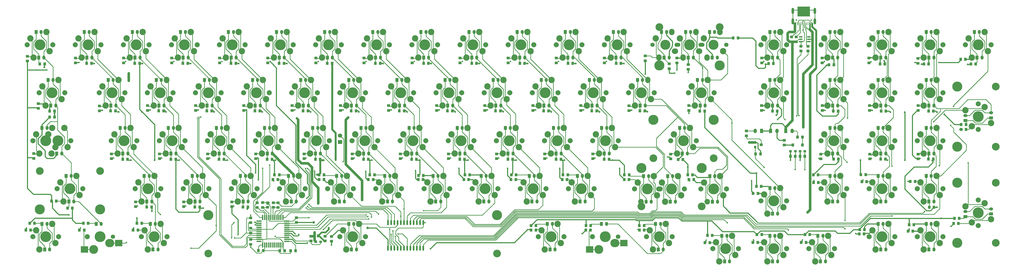
<source format=gbl>
%FSLAX25Y25*%
%MOIN*%
G70*
G01*
G75*
G04 Layer_Physical_Order=2*
G04 Layer_Color=16711680*
%ADD10C,0.01500*%
%ADD11C,0.03937*%
%ADD12C,0.01000*%
%ADD13C,0.01575*%
%ADD14C,0.03150*%
%ADD15C,0.01400*%
%ADD16C,0.01969*%
%ADD17R,0.04724X0.06300*%
%ADD18O,0.04724X0.06300*%
%ADD19C,0.06689*%
%ADD20O,0.09840X0.08800*%
%ADD21O,0.08661X0.09840*%
%ADD22C,0.16929*%
%ADD23C,0.09840*%
%ADD24C,0.12000*%
%ADD25C,0.15700*%
%ADD26O,0.03937X0.09449*%
%ADD27C,0.02756*%
%ADD28C,0.02362*%
%ADD29O,0.05118X0.07087*%
%ADD30R,0.05118X0.07087*%
%ADD31O,0.07087X0.05906*%
%ADD32R,0.07087X0.05906*%
%ADD33C,0.07874*%
%ADD34C,0.07087*%
%ADD35C,0.13780*%
%ADD36O,0.14000X0.13000*%
%ADD37O,0.06300X0.04724*%
%ADD38R,0.06300X0.04724*%
%ADD39C,0.08661*%
G04:AMPARAMS|DCode=40|XSize=47.24mil|YSize=63mil|CornerRadius=0mil|HoleSize=0mil|Usage=FLASHONLY|Rotation=0.000|XOffset=0mil|YOffset=0mil|HoleType=Round|Shape=Octagon|*
%AMOCTAGOND40*
4,1,8,-0.01181,0.03150,0.01181,0.03150,0.02362,0.01969,0.02362,-0.01969,0.01181,-0.03150,-0.01181,-0.03150,-0.02362,-0.01969,-0.02362,0.01969,-0.01181,0.03150,0.0*
%
%ADD40OCTAGOND40*%

%ADD41O,0.08000X0.09840*%
%ADD42O,0.08661X0.09843*%
%ADD43C,0.06693*%
%ADD44O,0.08661X0.09839*%
%ADD45C,0.15669*%
%ADD46O,0.08661X0.09840*%
%ADD47O,0.09840X0.08661*%
%ADD48C,0.15669*%
%ADD49C,0.02441*%
%ADD50C,0.03150*%
%ADD51C,0.03937*%
%ADD52R,0.04331X0.04921*%
%ADD53R,0.00984X0.05118*%
%ADD54R,0.04921X0.04331*%
%ADD55R,0.05906X0.01969*%
%ADD56O,0.05906X0.01969*%
%ADD57O,0.07874X0.01969*%
%ADD58R,0.07874X0.01969*%
%ADD59R,0.01969X0.07874*%
%ADD60R,0.04724X0.03937*%
%ADD61R,0.03543X0.03937*%
%ADD62R,0.02559X0.07874*%
%ADD63O,0.02559X0.07874*%
%ADD64R,0.05118X0.04331*%
%ADD65R,0.03937X0.03937*%
%ADD66R,0.11811X0.09843*%
%ADD67R,0.03937X0.04724*%
%ADD68R,0.03937X0.03543*%
%ADD69R,0.19685X0.15748*%
%ADD70C,0.02362*%
%ADD71C,0.02756*%
%ADD72C,0.00394*%
D10*
X-183900Y410700D02*
G03*
X-186536Y404335I6365J-6365D01*
G01*
X-183900Y410700D02*
G03*
X-181600Y416253I-5553J5553D01*
G01*
X-28692Y282087D02*
Y290968D01*
X-25920Y293740D01*
X-10694D01*
X-4972Y288018D01*
X-42413Y282087D02*
X-28692D01*
X-18692Y271222D02*
Y282087D01*
Y271222D02*
X-15018Y267548D01*
X-7150D01*
X-190701Y431401D02*
Y436929D01*
Y431401D02*
X-181600Y422300D01*
Y416253D02*
Y422300D01*
X-186536Y396929D02*
Y404335D01*
D11*
X9388Y437974D02*
Y449619D01*
X8421Y437007D02*
X9388Y437974D01*
X-796142Y237968D02*
Y238327D01*
X-771918Y211929D02*
Y213745D01*
X-804744Y246929D02*
X-796142Y238327D01*
X-805102Y246929D02*
X-804744D01*
X-796142Y237968D02*
X-771918Y213745D01*
X5551Y376673D02*
Y396968D01*
X33071Y158858D02*
Y246075D01*
X29035Y154823D02*
X33071Y158858D01*
Y370983D02*
X41389Y379301D01*
X22432Y371054D02*
X36959Y385581D01*
Y425591D02*
Y436467D01*
Y385581D02*
Y425591D01*
X32284Y441141D02*
X36959Y436467D01*
X-1028937Y360531D02*
Y372244D01*
X5551Y396968D02*
Y420276D01*
X4134Y421693D02*
X11319D01*
X294Y437007D02*
X8421D01*
X-850Y423622D02*
X1079Y421693D01*
X-1969Y424409D02*
Y434744D01*
X294Y437007D01*
X-690551Y299606D02*
X-686811Y303346D01*
X-690551Y229921D02*
Y299606D01*
X-764961Y237008D02*
Y300000D01*
Y237008D02*
X-759433Y231480D01*
X-749488D01*
X-743307Y203150D02*
Y225299D01*
Y203150D02*
X-733465Y193307D01*
Y168898D02*
Y193307D01*
X-749488Y231480D02*
X-743307Y225299D01*
X-690551Y229921D02*
X-665158Y204527D01*
Y174213D02*
Y204527D01*
X22432Y287830D02*
Y371054D01*
X33071Y246075D02*
Y370983D01*
X-744995Y117655D02*
X-739208D01*
Y123587D01*
Y110911D02*
Y117655D01*
Y110911D02*
X-737189Y108891D01*
X-61965Y264305D02*
X-52694D01*
X-4972Y282087D02*
Y288018D01*
X5551Y298541D01*
Y376673D01*
D12*
X-201465Y422335D02*
G03*
X-198536Y429406I-7071J7071D01*
G01*
X-201465Y422335D02*
G03*
X-204100Y415974I6361J-6361D01*
G01*
X-134582Y380500D02*
Y382434D01*
Y361929D02*
Y380500D01*
X-1077339Y394347D02*
X-1044921Y361929D01*
X-1086339Y396929D02*
X-1053086Y363676D01*
Y361929D02*
Y363676D01*
X-975373Y368484D02*
X-969923Y363033D01*
X-982479Y375589D02*
X-967128Y360238D01*
X-1002356Y395466D02*
X-982479Y375589D01*
X-969923Y361929D02*
Y363033D01*
X-982479Y375589D02*
X-973622Y366732D01*
X-967128Y355118D02*
Y360238D01*
X-1011356Y395197D02*
Y396929D01*
Y395197D02*
X-978088Y361929D01*
X-278000Y420819D02*
X-273520Y425299D01*
X-278000Y410874D02*
Y420819D01*
Y410874D02*
X-269414Y402287D01*
X-279725Y399134D02*
Y424134D01*
X276470Y251720D02*
Y260810D01*
X236679Y211929D02*
X276470Y251720D01*
X230079Y211929D02*
X236679D01*
X256890Y280390D02*
X276470Y260810D01*
X256890Y280390D02*
Y286024D01*
X-115488Y211579D02*
Y218453D01*
X-111650Y222290D01*
X-103520D01*
X-97317Y228493D01*
Y241320D01*
X-111140Y255142D02*
X-97317Y241320D01*
X-138798Y255142D02*
X-111140D01*
X-147011Y246929D02*
X-138798Y255142D01*
X-158370Y246929D02*
X-147011D01*
X-107323Y211579D02*
X-95530Y223372D01*
Y242060D01*
X-110399Y256929D02*
X-95530Y242060D01*
X-149370Y256929D02*
X-110399D01*
X-210541Y211579D02*
X-195806Y226315D01*
Y244842D01*
X-207893Y256929D02*
X-195806Y244842D01*
X-240197Y256929D02*
X-207893D01*
X-194018Y224501D02*
X-181097Y211579D01*
X-206496Y258060D02*
Y270664D01*
X-194018Y224501D02*
Y245583D01*
X-206496Y258060D02*
X-194018Y245583D01*
X-173226Y303934D02*
X-162535Y293243D01*
X-191220Y321929D02*
X-173226Y303934D01*
X-206496Y270664D02*
X-173226Y303934D01*
X-88888Y268022D02*
X-13898Y193032D01*
X-88888Y268022D02*
Y299400D01*
X-121417Y331929D02*
X-88888Y299400D01*
X-50000Y140157D02*
X-48228Y138386D01*
X110236D01*
X-51181Y136417D02*
X110795D01*
X18262Y436117D02*
Y450013D01*
X11319Y429173D02*
X18262Y436117D01*
X16294Y440275D02*
Y450013D01*
X9770Y433751D02*
X16294Y440275D01*
X10431Y450840D02*
X11258Y450013D01*
X-809267Y286929D02*
Y307270D01*
X-801102Y297062D02*
Y303465D01*
Y286929D02*
Y297062D01*
X-838886Y212040D02*
Y224673D01*
X-871142Y256929D02*
X-838886Y224673D01*
Y212040D02*
X-838775Y211929D01*
X-233261Y153299D02*
X-217392D01*
X-235462Y155500D02*
X-233261Y153299D01*
X-425862Y155500D02*
X-235462D01*
X-234001Y151512D02*
X-216652D01*
X-236202Y153713D02*
X-234001Y151512D01*
X-424831Y153713D02*
X-236202D01*
X-215911Y149724D02*
X-211545Y154090D01*
X-234742Y149724D02*
X-215911D01*
X-236943Y151925D02*
X-234742Y149724D01*
X-424090Y151925D02*
X-236943D01*
X-215171Y147937D02*
X-210805Y152303D01*
X-235482Y147937D02*
X-215171D01*
X-237683Y150138D02*
X-235482Y147937D01*
X-423350Y150138D02*
X-237683D01*
X-210064Y150516D02*
X-170448D01*
X-214430Y146150D02*
X-210064Y150516D01*
X-236223Y146150D02*
X-214430D01*
X-238423Y148350D02*
X-236223Y146150D01*
X-422610Y148350D02*
X-238423D01*
X-209324Y148728D02*
X-171188D01*
X-213690Y144362D02*
X-209324Y148728D01*
X-236963Y144362D02*
X-213690D01*
X-239164Y146563D02*
X-236963Y144362D01*
X-421869Y146563D02*
X-239164D01*
X-207772Y125299D02*
Y136929D01*
X-211811Y121260D02*
X-207772Y125299D01*
X-211811Y110433D02*
Y121260D01*
X-191817Y110545D02*
Y122329D01*
X-195772Y106591D02*
X-191817Y110545D01*
X-345866Y256929D02*
X-313622Y224685D01*
X-310827Y184134D02*
Y209134D01*
X-51968Y133661D02*
X111830D01*
X-54165Y131496D02*
X85236D01*
X110236Y138386D02*
X125394Y153543D01*
X-65780Y151016D02*
X-51181Y136417D01*
X110795D02*
X126134Y151756D01*
X18799Y401472D02*
Y407087D01*
X12795Y395468D02*
X18799Y401472D01*
X29626D02*
Y407087D01*
X14583Y386429D02*
X29626Y401472D01*
X27010Y417183D02*
Y438850D01*
X24168Y444533D02*
Y450013D01*
X27010Y417183D02*
X29626Y414567D01*
X25878Y439982D02*
X27010Y438850D01*
X22199Y437446D02*
X24114Y435532D01*
Y423720D02*
Y435532D01*
X22244Y421850D02*
X24114Y423720D01*
X25878Y439982D02*
Y442823D01*
X26136Y445320D02*
Y450013D01*
X22199Y440354D02*
Y450013D01*
X18602Y421850D02*
X22244D01*
X33026Y450013D02*
Y453391D01*
X14325Y450013D02*
Y453892D01*
X28543Y442126D02*
X28937Y442520D01*
X26136Y445320D02*
X28937Y442520D01*
X28543Y442125D02*
Y442126D01*
X12795Y306102D02*
Y395468D01*
X14583Y306890D02*
Y386429D01*
X8712Y433751D02*
X9770D01*
X4134Y429173D02*
X8712Y433751D01*
X14583Y306890D02*
X15370Y306102D01*
X15945D01*
X7140Y452611D02*
X8912Y450840D01*
X9783Y449968D01*
X8912Y450840D02*
X10431D01*
X6239D02*
X8912D01*
X10192Y450013D02*
X10236Y449968D01*
X-609154Y121260D02*
X-602362D01*
X-595000Y113898D01*
Y98976D02*
Y113898D01*
X-612795Y120571D02*
X-608169Y115945D01*
Y110728D02*
Y115945D01*
X-612795Y120571D02*
Y125886D01*
X-608169Y130512D01*
X-571910D01*
X-608169Y110728D02*
X-600000Y102559D01*
Y98976D02*
Y102559D01*
X-613681Y110827D02*
X-605000Y102146D01*
X-613681Y110827D02*
Y117126D01*
X-605000Y98976D02*
Y102146D01*
X-617224Y109449D02*
X-610000Y102224D01*
X-617224Y109449D02*
Y125856D01*
X-610000Y98976D02*
Y102224D01*
X-619783Y107382D02*
X-615000Y102598D01*
X-619783Y107382D02*
Y120276D01*
X-622368Y105734D02*
Y128864D01*
Y105734D02*
X-620000Y103366D01*
X-615000Y98976D02*
Y102598D01*
X-620000Y98976D02*
Y103366D01*
X-605000Y148819D02*
Y155590D01*
Y138976D02*
Y148819D01*
X-570000Y138976D02*
X-566831D01*
X-570000Y132421D02*
Y138976D01*
X-566831Y138878D02*
Y138976D01*
X-571910Y130512D02*
X-570000Y132421D01*
X-25516Y325394D02*
Y327287D01*
X252165Y290748D02*
X256890Y286024D01*
X236024Y317323D02*
X264961D01*
X230685D02*
X236024D01*
Y312992D02*
Y317323D01*
X221914Y298883D02*
X236024Y312992D01*
X225394Y296457D02*
X243465Y314528D01*
X221914Y286732D02*
Y298883D01*
X243465Y314528D02*
X275079D01*
X143110Y238189D02*
X143185Y238264D01*
Y246732D01*
X229528Y226575D02*
Y243283D01*
X221914Y218961D02*
X229528Y226575D01*
X226079Y246732D02*
X229528Y243283D01*
X235079Y160669D02*
Y181929D01*
X226165Y151756D02*
X235079Y160669D01*
X226079Y321929D02*
Y331708D01*
X230033Y335662D01*
Y347329D01*
X280197Y284646D02*
X285079Y289528D01*
X276181Y284646D02*
X280197D01*
X275079Y298528D02*
X275984Y297622D01*
Y292126D02*
Y297622D01*
X256890Y320472D02*
Y322244D01*
X261614Y326969D01*
X307087Y331102D02*
X315079Y323110D01*
X278740Y331102D02*
X307087D01*
X264961Y317323D02*
X278740Y331102D01*
X315079Y310528D02*
Y323110D01*
X226079Y321929D02*
X230685Y317323D01*
X256890Y322244D02*
X310079Y375433D01*
Y406929D01*
X162795Y303227D02*
Y315354D01*
X156220Y321929D02*
X162795Y315354D01*
X146914Y286732D02*
Y287346D01*
X162795Y303227D01*
X151079Y321929D02*
X156220D01*
X76772Y294291D02*
X87008Y304528D01*
X71914Y286732D02*
Y292190D01*
X74016Y294291D01*
X76772D01*
X87008Y304528D02*
Y315945D01*
X81024Y321929D02*
X87008Y315945D01*
X76079Y321929D02*
X81024D01*
X210039Y271063D02*
X214079Y275102D01*
X210039Y260236D02*
Y271063D01*
X207874Y248937D02*
Y273937D01*
X205079Y276732D02*
X207874Y273937D01*
X221914Y280251D02*
X230033Y272132D01*
Y260465D02*
Y272132D01*
X226079Y256511D02*
X230033Y260465D01*
X226079Y246732D02*
Y256511D01*
X232874Y258937D02*
Y283937D01*
X143185Y321929D02*
X143701Y321413D01*
Y313189D02*
Y321413D01*
X217717Y313189D02*
X218185Y313657D01*
Y321929D01*
X202282D02*
X210079D01*
X201575Y321222D02*
X202282Y321929D01*
X146914Y280251D02*
Y286732D01*
X139079Y275102D02*
Y286732D01*
X129252Y202756D02*
X130079Y201929D01*
X120669Y202756D02*
X129252D01*
X203661Y203346D02*
X205079Y201929D01*
X196063Y203346D02*
X203661D01*
X62622Y213386D02*
X64079Y211929D01*
X45472Y213386D02*
X62622D01*
X137031Y213976D02*
X139079Y211929D01*
X119685Y213976D02*
X137031D01*
X218185Y171929D02*
X218701Y171413D01*
Y162992D02*
Y171413D01*
X208858Y153543D02*
X211417Y156102D01*
X309720Y152437D02*
X315079D01*
X301575Y144291D02*
X309720Y152437D01*
X290748Y144291D02*
X301575D01*
X286709Y148331D02*
X290748Y144291D01*
X275079Y148331D02*
X286709D01*
X287874Y142126D02*
X312874D01*
X285079Y139331D02*
X287874Y142126D01*
X289679Y164285D02*
X301463D01*
X281560Y156166D02*
X289679Y164285D01*
X277874Y167126D02*
X302874D01*
X-67535Y149228D02*
X-51968Y133661D01*
X272417Y145669D02*
X275079Y148331D01*
X265551Y145669D02*
X272417D01*
X283150Y137402D02*
X285079Y139331D01*
X263583Y137402D02*
X283150D01*
X32480Y120079D02*
X43331D01*
X-70110Y147441D02*
X-54165Y131496D01*
X-450197Y136221D02*
X-427343Y159075D01*
X-449457Y134433D02*
X-426602Y157287D01*
X-448716Y132646D02*
X-425862Y155500D01*
X-459976Y118567D02*
X-424831Y153713D01*
X-459236Y116779D02*
X-424090Y151925D01*
X-458496Y114992D02*
X-423350Y150138D01*
X-457755Y113205D02*
X-422610Y148350D01*
X-457015Y111417D02*
X-421869Y146563D01*
X-427343Y159075D02*
X-390581D01*
X-383644Y166012D01*
X-402953Y127953D02*
X-402559Y128347D01*
X-208087Y136614D02*
X-207772Y136929D01*
X43331Y120079D02*
X45181Y118228D01*
X35827Y107874D02*
X36181Y108228D01*
X26181Y107874D02*
X35827D01*
X-38976D02*
X-38622Y108228D01*
X-49213Y107874D02*
X-38976D01*
X-31472Y120079D02*
X-29622Y118228D01*
X-42323Y120079D02*
X-31472D01*
X-113976Y107677D02*
X-113425Y108228D01*
X-123819Y107677D02*
X-113976D01*
X-105095Y118898D02*
X-104425Y118228D01*
X-119488Y118898D02*
X-105095D01*
X-257126Y106929D02*
X-257087Y106890D01*
X-271220Y106929D02*
X-257126D01*
X-296299Y96850D02*
X-296220Y96929D01*
X-310433Y96850D02*
X-296299D01*
X-311445Y98847D02*
X-310433Y97835D01*
Y96850D02*
Y97835D01*
X-311445Y98847D02*
Y126547D01*
X-309646Y128347D01*
X-292535Y136614D02*
X-292220Y136929D01*
X-308858Y136614D02*
X-292535D01*
X-376787D02*
X-376472Y136929D01*
X-394291Y136614D02*
X-376787D01*
X-386890Y128347D02*
X-385472Y126929D01*
X-394882Y128347D02*
X-386890D01*
X-828740Y162523D02*
X-828271D01*
X-813780Y147047D02*
Y152362D01*
X-987535Y130448D02*
Y136929D01*
Y130448D02*
X-979416Y122329D01*
X-987535Y136929D02*
Y166645D01*
X-996236Y137795D02*
X-995370Y136929D01*
X-1008661Y137795D02*
X-996236D01*
X-917797Y171929D02*
Y181708D01*
X-913842Y185662D01*
X-1033661Y106890D02*
X-1032677Y107874D01*
X-1044488Y106890D02*
X-1033661D01*
X-1020866Y127165D02*
Y130315D01*
X-1104528Y127165D02*
Y130118D01*
X-1173307Y127165D02*
X-1173071Y126929D01*
X-1182480Y127165D02*
X-1173307D01*
X-1164937Y137795D02*
X-1164071Y136929D01*
X-1175787Y137795D02*
X-1164937D01*
X-1080488D02*
X-1079622Y136929D01*
X-1092224Y137795D02*
X-1080488D01*
X-1044528Y106929D02*
X-1044488Y106890D01*
X-1058622Y106929D02*
X-1044528D01*
X-1097756Y96929D02*
X-1083622D01*
X-1097835Y96850D02*
X-1097756Y96929D01*
X-1098847Y97862D02*
X-1097835Y96850D01*
X-1098847Y97862D02*
Y127138D01*
X-1098819Y127165D01*
X-1004606D02*
X-1004370Y126929D01*
X-1015158Y127165D02*
X-1004606D01*
X-1106728Y171929D02*
X-1071728Y136929D01*
X-1114472Y171929D02*
X-1106728D01*
X-1124213Y161614D02*
X-1122366Y163461D01*
Y171929D01*
X-1142323Y172441D02*
X-1130984D01*
X-1130472Y171929D01*
X-792927Y206102D02*
X-788753Y201929D01*
X-797244Y206102D02*
X-792927D01*
X-781210Y213386D02*
X-779753Y211929D01*
X-794291Y213386D02*
X-781210D01*
X-1176772Y246260D02*
X-1164961D01*
X-1139764Y296457D02*
Y319071D01*
Y283465D02*
Y296457D01*
X-1140354Y297047D02*
X-1139764Y296457D01*
X-1150787Y297047D02*
X-1140354D01*
X-1139764Y283465D02*
X-1128740Y272441D01*
Y262402D02*
Y272441D01*
X-1156236Y291599D02*
X-1150787Y297047D01*
X-1133173Y257968D02*
X-1128740Y262402D01*
X-1133173Y246929D02*
Y257968D01*
X-1124398Y257154D02*
Y282154D01*
X-1129173Y286929D02*
X-1124398Y282154D01*
X-1172847Y251705D02*
Y276705D01*
Y251705D02*
X-1168071Y246929D01*
X-1173071Y276929D02*
X-1172847Y276705D01*
X-1118637Y211929D02*
Y232393D01*
X-1133173Y246929D02*
X-1118637Y232393D01*
X-1156236Y286929D02*
Y291599D01*
X-1142622Y321929D02*
X-1139764Y319071D01*
X-1170276Y99134D02*
Y124134D01*
X-1168110Y110433D02*
X-1159965Y102287D01*
X-1168110Y110433D02*
Y121260D01*
X-1159965Y96929D02*
Y102287D01*
X-1161323Y396929D02*
Y406708D01*
X-1157368Y410662D01*
Y422329D01*
X-837598Y112795D02*
X-825984D01*
X-838780Y113976D02*
X-837598Y112795D01*
X-842131Y324134D02*
Y349134D01*
X-839966Y335433D02*
X-831820Y327287D01*
Y321929D02*
Y327287D01*
X-838780Y138779D02*
X-837795D01*
X-763799Y185662D02*
Y197329D01*
X-675118Y142126D02*
X-669921Y136929D01*
X-52694Y239506D02*
X-38386Y225197D01*
X-489764Y136221D02*
X-450197D01*
X-491323Y134433D02*
X-449457D01*
X-492063Y132646D02*
X-448716D01*
X-502197Y148653D02*
X-489764Y136221D01*
X-503756Y146866D02*
X-491323Y134433D01*
X-504496Y145079D02*
X-492063Y132646D01*
X-576512Y118567D02*
X-459976D01*
X-572984Y116779D02*
X-459236D01*
X-571228Y114992D02*
X-458496D01*
X-519881Y113205D02*
X-457755D01*
X-562894Y111417D02*
X-457015D01*
X-383644Y166012D02*
Y181929D01*
X-600000Y138976D02*
Y173220D01*
X-595000Y149094D02*
X-589764Y154331D01*
X-585000Y143500D02*
X-579847Y148653D01*
X-580000Y143500D02*
X-576634Y146866D01*
X-575000Y143500D02*
X-573422Y145079D01*
X-608710Y181929D02*
X-600000Y173220D01*
X-730709Y128543D02*
X-714764Y144488D01*
X-734842Y131693D02*
X-718701Y147835D01*
X-736220Y134843D02*
X-720276Y150787D01*
X-798032Y147047D02*
Y150640D01*
X-791732Y151575D02*
X-786630Y156677D01*
X-791732Y147047D02*
Y151575D01*
X-829470Y91331D02*
X-823039D01*
X-819291Y95079D02*
X-793701D01*
X-823039Y91331D02*
X-819291Y95079D01*
X-838780Y100640D02*
X-829470Y91331D01*
X-838780Y122677D02*
X-838346Y122244D01*
X-795472Y137992D02*
X-782677D01*
X-768701D02*
X-767520Y139173D01*
X-804921Y128543D02*
X-795472Y137992D01*
X-826772Y101181D02*
X-824213Y103740D01*
X-826772Y95079D02*
Y101181D01*
X-824213Y103740D02*
X-820079D01*
X-816929Y97441D02*
Y103740D01*
X-791732Y96654D02*
Y103740D01*
X-788583Y97441D02*
X-786024Y94882D01*
X-788583Y97441D02*
Y103740D01*
Y147047D02*
X-785039D01*
X-803307Y162523D02*
X-796063D01*
X-803543Y162759D02*
X-803307Y162523D01*
X-820079Y170082D02*
X-812835D01*
X-812598Y169845D01*
Y169304D02*
Y169845D01*
X-820079Y162601D02*
X-810630Y153153D01*
Y147047D02*
Y153153D01*
X-605315Y99291D02*
X-605000Y98976D01*
X-620000D02*
X-619882Y99094D01*
X-13780Y370550D02*
Y393087D01*
X-8622Y366929D02*
Y406929D01*
X-21787Y362543D02*
X-13780Y370550D01*
X-17622Y396929D02*
X-13780Y393087D01*
X-13622Y361929D02*
X-8622Y366929D01*
X230079Y361929D02*
Y401929D01*
X226079Y366708D02*
Y396929D01*
X291142Y387008D02*
X293185Y389051D01*
Y396929D01*
X82087Y229528D02*
Y240724D01*
X71914Y219355D02*
X82087Y229528D01*
X76079Y246732D02*
X82087Y240724D01*
X71914Y211929D02*
Y219355D01*
X156693Y227362D02*
Y241118D01*
X146914Y217583D02*
X156693Y227362D01*
X151079Y246732D02*
X156693Y241118D01*
X146914Y211929D02*
Y217583D01*
X221914Y211929D02*
Y218961D01*
X235079Y228583D02*
Y256732D01*
X234449Y227953D02*
X235079Y228583D01*
X160079Y227913D02*
X160630Y227362D01*
X160079Y227913D02*
Y256732D01*
X275079Y164331D02*
X279528Y168780D01*
Y232283D01*
X85079Y239134D02*
X90945Y233268D01*
X85079Y239134D02*
Y256732D01*
X-692732Y171929D02*
Y181708D01*
X-688777Y185662D01*
X-122244Y143685D02*
X-115370D01*
X-123819Y145472D02*
X-119976D01*
X-54528Y129331D02*
X-2559D01*
X-70669Y145472D02*
X-54528Y129331D01*
X-17622Y153032D02*
Y162810D01*
X-13668Y166765D01*
Y178431D01*
X-2559Y129331D02*
X-394Y127165D01*
X-122638Y147441D02*
X-70110D01*
X-123819Y145472D02*
X-70669D01*
X76079Y171929D02*
Y181708D01*
X80033Y185662D01*
Y197329D01*
X85236Y131496D02*
X87598Y129134D01*
X-122638Y147441D02*
X-120535D01*
X151079Y171929D02*
Y181708D01*
X155033Y185662D01*
Y197329D01*
X-123819Y149228D02*
X-67535D01*
X-123819D02*
X-121275D01*
X226079Y171929D02*
Y181708D01*
X230033Y185662D01*
Y197329D01*
X-124409Y151016D02*
X-65780D01*
X-124409D02*
X-122016D01*
X-519881Y113205D02*
X-516014D01*
X-568882D02*
X-519881D01*
X-580000Y138976D02*
Y143500D01*
X-585000Y138976D02*
Y143500D01*
X-590000Y138976D02*
Y145630D01*
X-595000Y138976D02*
Y149094D01*
X-542688Y171929D02*
Y181708D01*
X-538733Y185662D01*
Y197329D01*
X-533688Y162769D02*
Y181929D01*
X-617710Y171929D02*
Y181708D01*
X-613755Y185662D01*
Y197329D01*
X-477709Y150441D02*
X-458666Y169484D01*
X-467666Y171929D02*
Y181708D01*
X-463711Y185662D01*
Y197329D01*
X-458666Y169484D02*
Y181929D01*
X-520078Y150441D02*
X-477709D01*
X-520078D02*
X-517085D01*
X-392644Y171929D02*
Y181708D01*
X-388689Y185662D01*
Y197329D01*
X-520274Y148653D02*
X-502197D01*
X-519095Y146866D02*
X-503756D01*
X-519487Y145079D02*
X-504496D01*
X-520274Y148653D02*
X-516345D01*
X-519095Y146866D02*
X-515604D01*
X-214541Y181358D02*
X-210587Y185313D01*
Y196979D01*
X-519487Y145079D02*
X-514864D01*
X-111323Y171580D02*
Y181358D01*
X-107368Y185313D01*
Y196979D01*
X-562894Y111417D02*
X-515274D01*
X-570000Y104311D02*
X-562894Y111417D01*
X-570000Y98976D02*
Y104311D01*
X-575000Y107087D02*
X-568882Y113205D01*
X-575000Y98976D02*
Y107087D01*
X-580000Y106220D02*
X-571228Y114992D01*
X-580000Y98976D02*
Y106220D01*
X-585000Y104764D02*
X-572984Y116779D01*
X-585000Y98976D02*
Y104764D01*
X-590000Y105079D02*
X-576512Y118567D01*
X-590000Y98976D02*
Y105079D01*
X-605000Y138976D02*
Y143500D01*
X-575000Y138976D02*
Y143500D01*
X-669921Y136929D02*
X-667126Y134134D01*
Y109134D02*
Y134134D01*
Y109134D02*
X-664921Y106929D01*
X-705401Y212598D02*
X-704732Y211929D01*
X-724606Y212598D02*
X-705401D01*
X18602Y421850D02*
X18799Y421654D01*
Y414567D02*
Y421654D01*
X23564Y453798D02*
X24168Y453194D01*
X30771Y455647D02*
X33026Y453391D01*
X14325Y453892D02*
X16080Y455647D01*
X30771D01*
X22199Y437446D02*
Y440354D01*
X11319Y421693D02*
X15216Y425591D01*
X18602D01*
X27264Y421850D02*
X31250D01*
X91535Y302362D02*
Y325472D01*
X85079Y331929D02*
X91535Y325472D01*
X-8622Y302913D02*
X-5709Y300000D01*
X-8622Y302913D02*
Y331929D01*
X-270827Y256929D02*
X-240197D01*
X-354866Y246929D02*
X-321787Y213850D01*
X-313622Y211929D02*
Y224685D01*
X-321787Y211929D02*
Y213850D01*
X-388644Y211929D02*
Y224668D01*
X-420905Y256929D02*
X-388644Y224668D01*
X-396809Y211929D02*
Y213832D01*
X-429906Y246929D02*
X-396809Y213832D01*
X-504945Y246929D02*
X-471831Y213815D01*
X-463666Y211929D02*
Y224650D01*
X-495945Y256929D02*
X-463666Y224650D01*
X-471831Y211929D02*
Y213815D01*
X-546852Y211929D02*
Y213797D01*
X-579984Y246929D02*
X-546852Y213797D01*
X-570984Y256929D02*
X-538688Y224633D01*
Y211929D02*
Y224633D01*
X-621874Y205448D02*
Y211929D01*
X-629710Y200299D02*
Y211929D01*
X-846940D02*
Y213727D01*
X-880142Y246929D02*
X-846940Y213727D01*
X-1021260Y246063D02*
X-988819Y213622D01*
X-1030221Y246929D02*
X-996984Y213692D01*
X200984Y394882D02*
X203031Y396929D01*
X210079D01*
X-1077339Y394347D02*
Y406929D01*
X-130417Y321929D02*
Y331708D01*
X-126463Y335662D01*
Y347329D01*
X-123622Y334134D02*
X-121417Y331929D01*
X-123622Y334134D02*
Y359134D01*
X-162535Y286929D02*
Y293243D01*
X-214939Y331929D02*
X-198693D01*
X-154370Y287607D01*
Y286929D02*
Y287607D01*
X-298938Y321929D02*
Y331708D01*
X-294983Y335662D01*
Y347329D01*
X-289938Y317890D02*
Y331929D01*
X-275827Y286929D02*
Y303780D01*
X-283992Y286929D02*
Y306983D01*
X-439934Y322611D02*
X-425906Y308583D01*
Y286929D02*
Y308583D01*
X-439934Y322611D02*
Y331929D01*
X-364936Y321826D02*
X-350866Y307756D01*
Y286929D02*
Y307756D01*
X-364936Y321826D02*
Y331929D01*
X-359031Y286929D02*
Y307024D01*
X-373936Y321929D02*
X-359031Y307024D01*
X-448934Y321929D02*
Y331708D01*
X-444980Y335662D01*
Y347329D01*
X-448934Y321929D02*
X-434070Y307065D01*
Y286929D02*
Y307065D01*
X-514933Y321232D02*
X-500945Y307244D01*
X-523933Y321929D02*
Y331708D01*
X-519978Y335662D01*
Y347329D01*
X-514933Y321232D02*
Y331929D01*
X-500945Y286929D02*
Y307244D01*
X-509110Y286929D02*
Y307106D01*
X-523933Y321929D02*
X-509110Y307106D01*
X-575984Y286929D02*
Y317982D01*
X-589931Y331929D02*
X-575984Y317982D01*
X-598931Y321929D02*
X-584149Y307147D01*
Y286929D02*
Y307147D01*
X-664929Y317685D02*
X-651024Y303780D01*
X-673930Y321929D02*
Y331708D01*
X-669975Y335662D01*
Y347329D01*
X-664929Y317685D02*
Y331929D01*
X-651024Y286929D02*
Y303780D01*
X-659188Y286929D02*
Y307188D01*
X-673930Y321929D02*
X-659188Y307188D01*
X-739928Y318668D02*
X-726063Y304803D01*
X-748928Y321929D02*
Y331708D01*
X-744973Y335662D01*
Y347329D01*
X-739928Y318668D02*
Y331929D01*
X-726063Y286929D02*
Y304803D01*
X-734228Y286929D02*
Y307229D01*
X-748928Y321929D02*
X-734228Y307229D01*
X-814926Y317288D02*
X-801102Y303465D01*
X-823926Y321929D02*
Y331708D01*
X-819972Y335662D01*
Y347329D01*
X-814926Y317288D02*
Y331929D01*
X-823926Y321929D02*
X-809267Y307270D01*
X-889925Y319649D02*
X-876142Y305866D01*
X-898925Y321929D02*
Y331708D01*
X-894970Y335662D01*
Y347329D01*
X-889925Y319649D02*
Y331929D01*
X-876142Y286929D02*
Y305866D01*
X-884306Y286929D02*
Y307311D01*
X-898925Y321929D02*
X-884306Y307311D01*
X-964923Y321813D02*
X-951181Y308071D01*
Y286929D02*
Y308071D01*
X-964923Y321813D02*
Y331929D01*
X-959346Y286929D02*
Y307352D01*
X-973923Y321929D02*
X-959346Y307352D01*
X-625678Y171854D02*
X-625603Y171929D01*
X-868386Y170669D02*
X-867126Y171929D01*
X-858775D01*
X-850744Y162992D02*
Y171854D01*
X-850669Y171929D01*
X-943407Y170669D02*
X-942148Y171929D01*
X-933797D01*
X-925766Y162992D02*
Y171854D01*
X-925691Y171929D01*
X-1018429Y170669D02*
X-1017169Y171929D01*
X-1008819D01*
X-1000787Y162992D02*
Y171854D01*
X-1000713Y171929D01*
X-305437Y245669D02*
X-304177Y246929D01*
X-295827D01*
X-287795Y237992D02*
Y246854D01*
X-287720Y246929D01*
X-380476Y245669D02*
X-379217Y246929D01*
X-370866D01*
X-362835Y237992D02*
Y246854D01*
X-362760Y246929D01*
X-455516Y245669D02*
X-454256Y246929D01*
X-445905D01*
X-437874Y237992D02*
Y246854D01*
X-437799Y246929D01*
X-530555Y245669D02*
X-529295Y246929D01*
X-520945D01*
X-512913Y237992D02*
Y246854D01*
X-512839Y246929D01*
X-605595Y245669D02*
X-604335Y246929D01*
X-595984D01*
X-587953Y237992D02*
Y246854D01*
X-587878Y246929D01*
X-680634Y245669D02*
X-679374Y246929D01*
X-671024D01*
X-662992Y237992D02*
Y246854D01*
X-662917Y246929D01*
X-755673Y245669D02*
X-754414Y246929D01*
X-746063D01*
X-738031Y237992D02*
Y246854D01*
X-737957Y246929D01*
X-813071Y237992D02*
Y246854D01*
X-812996Y246929D01*
X-905752Y245669D02*
X-904492Y246929D01*
X-888110Y237992D02*
Y246854D01*
X-888035Y246929D01*
X-980791Y245669D02*
X-979532Y246929D01*
X-971181D01*
X-963150Y237992D02*
Y246854D01*
X-963075Y246929D01*
X-1038189Y246854D02*
X-1038114Y246929D01*
X-1038189Y237992D02*
Y246854D01*
X-1054571Y246929D02*
X-1046220D01*
X-1055831Y245669D02*
X-1054571Y246929D01*
X-992128Y324134D02*
X-989923Y321929D01*
X-999460Y320472D02*
X-997245D01*
X-999460D02*
X-991380D01*
X-989923Y321929D01*
X-982072Y311811D02*
Y321674D01*
X-981817Y321929D01*
X-917129Y324134D02*
X-914925Y321929D01*
X-924462Y320472D02*
X-922246D01*
X-924462D02*
X-916381D01*
X-914925Y321929D01*
X-907073Y311811D02*
Y321674D01*
X-906818Y321929D01*
X-842131Y324134D02*
X-839926Y321929D01*
X-849464Y320472D02*
X-847248D01*
X-849464D02*
X-841383D01*
X-839926Y321929D01*
X-832075Y311811D02*
Y321674D01*
X-831820Y321929D01*
X-767133Y324134D02*
X-764928Y321929D01*
X-774465Y320472D02*
X-772250D01*
X-774465D02*
X-766385D01*
X-764928Y321929D01*
X-757077Y311811D02*
Y321674D01*
X-756821Y321929D01*
X-692134Y324134D02*
X-689929Y321929D01*
X-699467Y320472D02*
X-697251D01*
X-699467D02*
X-691386D01*
X-689929Y321929D01*
X-682078Y311811D02*
Y321674D01*
X-681823Y321929D01*
X-617136Y324134D02*
X-614931Y321929D01*
X-624469Y320472D02*
X-622253D01*
X-624469D02*
X-616388D01*
X-614931Y321929D01*
X-607080Y311811D02*
Y321674D01*
X-606825Y321929D01*
X-542137Y324134D02*
X-539933Y321929D01*
X-549470Y320472D02*
X-547255D01*
X-549470D02*
X-541389D01*
X-539933Y321929D01*
X-532082Y311811D02*
Y321674D01*
X-531826Y321929D01*
X-467139Y324134D02*
X-464934Y321929D01*
X-474472Y320472D02*
X-472256D01*
X-474472D02*
X-466391D01*
X-464934Y321929D01*
X-457083Y311811D02*
Y321674D01*
X-456828Y321929D01*
X-392141Y324134D02*
X-389936Y321929D01*
X-399473Y320472D02*
X-397258D01*
X-399473D02*
X-391393D01*
X-389936Y321929D01*
X-382085Y311811D02*
Y321674D01*
X-381830Y321929D01*
X-317142Y324134D02*
X-314938Y321929D01*
X-324475Y320472D02*
X-322260D01*
X-324475D02*
X-316394D01*
X-314938Y321929D01*
X-307087Y311811D02*
Y321674D01*
X-306831Y321929D01*
X-1067126Y324134D02*
X-1064921Y321929D01*
X-1074459Y320472D02*
X-1072243D01*
X-1074459D02*
X-1066378D01*
X-1064921Y321929D01*
X-1057070Y311811D02*
Y321674D01*
X-1056815Y321929D01*
X-242144Y324134D02*
X-239939Y321929D01*
X-249477Y320472D02*
X-247261D01*
X-249477D02*
X-241396D01*
X-239939Y321929D01*
X-232088Y311811D02*
Y321674D01*
X-231833Y321929D01*
X-279725Y399134D02*
X-277520Y396929D01*
X-287057Y395472D02*
X-278977D01*
X-277520Y396929D01*
X-269669Y386811D02*
Y396674D01*
X-269414Y396929D01*
X-354708Y399134D02*
X-352503Y396929D01*
X-362041Y395472D02*
X-359825D01*
X-362041D02*
X-353960D01*
X-352503Y396929D01*
X-344652Y386811D02*
Y396674D01*
X-344397Y396929D01*
X-429692Y399134D02*
X-427487Y396929D01*
X-437024Y395472D02*
X-434809D01*
X-437024D02*
X-428944D01*
X-427487Y396929D01*
X-419636Y386811D02*
Y396674D01*
X-419381Y396929D01*
X-504675Y399134D02*
X-502471Y396929D01*
X-512008Y395472D02*
X-509793D01*
X-512008D02*
X-503927D01*
X-502471Y396929D01*
X-494620Y386811D02*
Y396674D01*
X-494364Y396929D01*
X-579659Y399134D02*
X-577454Y396929D01*
X-586992Y395472D02*
X-584776D01*
X-586992D02*
X-578911D01*
X-577454Y396929D01*
X-569603Y386811D02*
Y396674D01*
X-569348Y396929D01*
X-654642Y399134D02*
X-652438Y396929D01*
X-661975Y395472D02*
X-659760D01*
X-661975D02*
X-653895D01*
X-652438Y396929D01*
X-644587Y386811D02*
Y396674D01*
X-644332Y396929D01*
X-729626Y399134D02*
X-727421Y396929D01*
X-736959Y395472D02*
X-734743D01*
X-736959D02*
X-728878D01*
X-727421Y396929D01*
X-719570Y386811D02*
Y396674D01*
X-719315Y396929D01*
X-804610Y399134D02*
X-802405Y396929D01*
X-811942Y395472D02*
X-809727D01*
X-811942D02*
X-803862D01*
X-802405Y396929D01*
X-794554Y396674D02*
X-794299Y396929D01*
X-879593Y399134D02*
X-877388Y396929D01*
X-886926Y395472D02*
X-884710D01*
X-886926D02*
X-878845D01*
X-877388Y396929D01*
X-869537Y386811D02*
Y396674D01*
X-869282Y396929D01*
X-954577Y399134D02*
X-952372Y396929D01*
X-961909Y395472D02*
X-959694D01*
X-961909D02*
X-953829D01*
X-952372Y396929D01*
X-944521Y386811D02*
Y396674D01*
X-944266Y396929D01*
X-870455Y395757D02*
X-869282Y396929D01*
X-870455Y386811D02*
Y395757D01*
X-1019810Y396368D02*
X-1019249Y396929D01*
X-1019810Y386811D02*
Y396368D01*
X-1094488Y396674D02*
X-1094233Y396929D01*
X-1094488Y386811D02*
Y396674D01*
X-1028812Y395472D02*
X-1027356Y396929D01*
X-1036942Y395472D02*
X-1028812D01*
X-1103796D02*
X-1102339Y396929D01*
X-1111877Y395472D02*
X-1103796D01*
X-1111877D02*
X-1109661D01*
X-1178819Y398425D02*
X-1177323Y396929D01*
X-1186811Y398425D02*
X-1178819D01*
X226079Y396929D02*
Y406708D01*
X230033Y410662D01*
Y422329D01*
X230079Y401929D02*
X235079Y406929D01*
X221914Y361929D02*
Y362543D01*
X226079Y366708D01*
X151079Y396929D02*
Y406708D01*
X146914Y362543D02*
X153059Y368688D01*
Y394949D01*
X151079Y396929D02*
X153059Y394949D01*
X151079Y406708D02*
X155033Y410662D01*
Y422329D01*
X155079Y401929D02*
X160079Y406929D01*
X155079Y361929D02*
Y401929D01*
X146914Y361929D02*
Y362543D01*
X76079Y396929D02*
Y406708D01*
X80033Y410662D01*
Y422329D01*
X85079Y366929D02*
Y406929D01*
X80079Y361929D02*
X85079Y366929D01*
X71914Y364750D02*
X76079Y368915D01*
X71914Y361929D02*
Y364750D01*
X76079Y368915D02*
Y396929D01*
X73871Y366708D02*
X76079Y368915D01*
X71914Y361929D02*
X73871Y363886D01*
X-17622Y396929D02*
Y406708D01*
X-13668Y410662D01*
Y422329D01*
X-21787Y361929D02*
Y362543D01*
X-402487Y394480D02*
X-369936Y361929D01*
X-402487Y394480D02*
Y406929D01*
X-378101Y361929D02*
Y363543D01*
X-411487Y396929D02*
X-378101Y363543D01*
X-477471Y394465D02*
X-444934Y361929D01*
X-477471Y394465D02*
Y406929D01*
X-486471Y395301D02*
X-453099Y361929D01*
X-486471Y395301D02*
Y396929D01*
X-552454Y394451D02*
X-519933Y361929D01*
X-552454Y394451D02*
Y406929D01*
X-561454Y395286D02*
X-528097Y361929D01*
X-561454Y395286D02*
Y396929D01*
X-627438Y394436D02*
X-594931Y361929D01*
X-627438Y394436D02*
Y406929D01*
X-636438Y395271D02*
X-603096Y361929D01*
X-636438Y395271D02*
Y396929D01*
X-678094Y361929D02*
Y363602D01*
X-777405Y394406D02*
Y406929D01*
X-753092Y361929D02*
Y363617D01*
X-852388Y394391D02*
X-819926Y361929D01*
X-852388Y394391D02*
Y406929D01*
X-828091Y361929D02*
Y363632D01*
X-861388Y396929D02*
X-828091Y363632D01*
X-903089Y361929D02*
Y363646D01*
X-936372Y396929D02*
X-903089Y363646D01*
X-927372Y394377D02*
X-894925Y361929D01*
X-927372Y394377D02*
Y406929D01*
X-1002356Y395466D02*
Y406929D01*
X-992819Y171929D02*
X-987535Y166645D01*
X-1039921Y321614D02*
X-1026221Y307913D01*
X-1039921Y321614D02*
Y331929D01*
X-1026221Y286929D02*
Y307913D01*
X-1021260Y256890D02*
X-1021220Y256929D01*
X-1021260Y246063D02*
Y256890D01*
X-988819Y211929D02*
Y213622D01*
X-996984Y211929D02*
Y213692D01*
X-1034385Y286929D02*
Y307393D01*
X-1048921Y321929D02*
X-1034385Y307393D01*
X-1146787Y361929D02*
Y382393D01*
X-1161323Y396929D02*
X-1146787Y382393D01*
X-1169217Y388508D02*
X-1167520Y386811D01*
X-1169217Y388508D02*
Y396929D01*
X214079Y125299D02*
Y136929D01*
X210039Y121260D02*
X214079Y125299D01*
X210039Y110433D02*
Y121260D01*
X218185Y96929D02*
Y102287D01*
X210039Y110433D02*
X218185Y102287D01*
X226079Y96929D02*
Y106591D01*
X230033Y110545D02*
Y122329D01*
X221914Y130448D02*
Y136929D01*
X226079Y106591D02*
X230033Y110545D01*
X221914Y130448D02*
X230033Y122329D01*
X230079Y136929D02*
X232874Y134134D01*
Y109134D02*
X235079Y106929D01*
X232874Y109134D02*
Y134134D01*
X205079Y126929D02*
X207874Y124134D01*
Y99134D02*
X210079Y96929D01*
X207874Y99134D02*
Y124134D01*
X143185Y96732D02*
Y102091D01*
X135039Y110236D02*
X143185Y102091D01*
X151079Y96732D02*
Y106394D01*
X157874Y108937D02*
X160079Y106732D01*
X132874Y98937D02*
X135079Y96732D01*
X45181Y106598D02*
Y118228D01*
X41142Y102559D02*
X45181Y106598D01*
X41142Y91732D02*
Y102559D01*
X49287Y78228D02*
Y83587D01*
X41142Y91732D02*
X49287Y83587D01*
X57181Y78228D02*
Y87890D01*
X61136Y91844D02*
Y103628D01*
X53016Y111747D02*
Y118228D01*
X57181Y87890D02*
X61136Y91844D01*
X53016Y111747D02*
X61136Y103628D01*
X61181Y118228D02*
X63976Y115433D01*
Y90433D02*
X66181Y88228D01*
X63976Y90433D02*
Y115433D01*
X36181Y108228D02*
X38976Y105433D01*
Y80433D02*
X41181Y78228D01*
X38976Y80433D02*
Y105433D01*
X-29622Y106598D02*
Y118228D01*
X-33661Y102559D02*
X-29622Y106598D01*
X-33661Y91732D02*
Y102559D01*
X-25516Y78228D02*
Y83587D01*
X-33661Y91732D02*
X-25516Y83587D01*
X-17622Y78228D02*
Y87890D01*
X-13668Y91844D02*
Y103628D01*
X-21787Y111747D02*
Y118228D01*
X-17622Y87890D02*
X-13668Y91844D01*
X-21787Y111747D02*
X-13668Y103628D01*
X-13622Y118228D02*
X-10827Y115433D01*
Y90433D02*
X-8622Y88228D01*
X-10827Y90433D02*
Y115433D01*
X-38622Y109850D02*
X-35827Y107055D01*
Y80433D02*
X-33622Y78228D01*
X-35827Y80433D02*
Y105433D01*
X-104425Y106598D02*
Y118228D01*
X-108465Y102559D02*
X-104425Y106598D01*
X-92425Y78228D02*
Y87890D01*
X-88471Y91844D02*
Y103628D01*
X-96590Y111747D02*
Y118228D01*
X-92425Y87890D02*
X-88471Y91844D01*
X-96590Y111747D02*
X-88471Y103628D01*
X-88425Y118228D02*
X-85630Y115433D01*
Y90433D02*
X-83425Y88228D01*
X-85630Y90433D02*
Y115433D01*
X-113425Y108228D02*
X-110630Y105433D01*
Y80433D02*
X-108425Y78228D01*
X-203665Y96929D02*
Y102287D01*
X-211811Y110433D02*
X-203665Y102287D01*
X-195772Y96929D02*
Y106591D01*
X-199936Y130448D02*
Y136929D01*
Y130448D02*
X-191817Y122329D01*
X-191772Y136929D02*
X-188976Y134134D01*
Y109134D02*
X-186772Y106929D01*
X-188976Y109134D02*
Y134134D01*
X-216772Y126929D02*
X-213976Y124134D01*
Y99134D02*
X-211772Y96929D01*
X-213976Y99134D02*
Y124134D01*
X-376472Y125299D02*
Y136929D01*
X-380512Y121260D02*
X-376472Y125299D01*
X-380512Y110433D02*
Y121260D01*
X-372366Y96929D02*
Y102287D01*
X-380512Y110433D02*
X-372366Y102287D01*
X-364472Y96929D02*
Y106591D01*
X-360518Y110545D02*
Y122329D01*
X-368637Y130448D02*
Y136929D01*
X-364472Y106591D02*
X-360518Y110545D01*
X-368637Y130448D02*
X-360518Y122329D01*
X-360472Y136929D02*
X-357677Y134134D01*
Y109134D02*
X-355472Y106929D01*
X-357677Y109134D02*
Y134134D01*
X-385472Y126929D02*
X-382677Y124134D01*
Y99134D02*
X-380472Y96929D01*
X-382677Y99134D02*
Y124134D01*
X-685921Y125299D02*
Y136929D01*
X-689961Y121260D02*
X-685921Y125299D01*
X-689961Y110433D02*
Y121260D01*
X-681815Y96929D02*
Y102287D01*
X-689961Y110433D02*
X-681815Y102287D01*
X-673921Y96929D02*
Y106591D01*
X-669967Y110545D02*
Y122329D01*
X-678086Y130448D02*
Y136929D01*
X-673921Y106591D02*
X-669967Y110545D01*
X-678086Y130448D02*
X-669967Y122329D01*
X-694921Y126929D02*
X-692126Y124134D01*
Y99134D02*
X-689921Y96929D01*
X-692126Y99134D02*
Y124134D01*
X-995370Y125299D02*
Y136929D01*
X-999409Y121260D02*
X-995370Y125299D01*
X-999409Y110433D02*
Y121260D01*
X-991264Y96929D02*
Y102287D01*
X-999409Y110433D02*
X-991264Y102287D01*
X-979370Y136929D02*
X-976575Y134134D01*
Y109134D02*
X-974370Y106929D01*
X-976575Y109134D02*
Y134134D01*
X-1004370Y126929D02*
X-1001575Y124134D01*
Y99134D02*
X-999370Y96929D01*
X-1001575Y99134D02*
Y124134D01*
X-1164071Y125299D02*
Y136929D01*
X-1168110Y121260D02*
X-1164071Y125299D01*
X-1152071Y96929D02*
Y106591D01*
X-1148116Y110545D02*
Y122329D01*
X-1156236Y130448D02*
Y136929D01*
X-1152071Y106591D02*
X-1148116Y110545D01*
X-1156236Y130448D02*
X-1148116Y122329D01*
X-1148071Y136929D02*
X-1145276Y134134D01*
Y109134D02*
X-1143071Y106929D01*
X-1145276Y109134D02*
Y134134D01*
X-1173071Y126929D02*
X-1170276Y124134D01*
Y99134D02*
X-1168071Y96929D01*
X-1126472Y200299D02*
Y211929D01*
X-1130512Y196260D02*
X-1126472Y200299D01*
X-1130512Y185433D02*
Y196260D01*
X-1122366Y171929D02*
Y177287D01*
X-1130512Y185433D02*
X-1122366Y177287D01*
X-1114472Y171929D02*
Y181591D01*
X-1110518Y185545D02*
Y197329D01*
X-1118637Y205448D02*
Y211929D01*
X-1114472Y181591D02*
X-1110518Y185545D01*
X-1118637Y205448D02*
X-1110518Y197329D01*
X-1110472Y211929D02*
X-1107677Y209134D01*
Y184134D02*
X-1105472Y181929D01*
X-1107677Y184134D02*
Y209134D01*
X-1135472Y201929D02*
X-1132677Y199134D01*
Y174134D02*
Y199134D01*
X-1004819Y200299D02*
Y211929D01*
X-1008858Y196260D02*
X-1004819Y200299D01*
X-1008858Y185433D02*
Y196260D01*
X-1000713Y171929D02*
Y177287D01*
X-1008858Y185433D02*
X-1000713Y177287D01*
X-996984Y205448D02*
Y211929D01*
Y205448D02*
X-988864Y197329D01*
X-988819Y211929D02*
X-986024Y209134D01*
Y184134D02*
X-983819Y181929D01*
X-986024Y184134D02*
Y209134D01*
X-1013819Y201929D02*
X-1011024Y199134D01*
Y174134D02*
X-1008819Y171929D01*
X-1011024Y174134D02*
Y199134D01*
X-929797Y200299D02*
Y211929D01*
X-933836Y196260D02*
X-929797Y200299D01*
X-933836Y185433D02*
Y196260D01*
X-925691Y171929D02*
Y177287D01*
X-933836Y185433D02*
X-925691Y177287D01*
X-911002Y184134D02*
X-908797Y181929D01*
X-938797Y201929D02*
X-936002Y199134D01*
Y174134D02*
X-933797Y171929D01*
X-936002Y174134D02*
Y199134D01*
X-854775Y200299D02*
Y211929D01*
X-858815Y196260D02*
X-854775Y200299D01*
X-858815Y185433D02*
Y196260D01*
X-850669Y171929D02*
Y177287D01*
X-858815Y185433D02*
X-850669Y177287D01*
X-846940Y205448D02*
Y211929D01*
Y205448D02*
X-838821Y197329D01*
X-838775Y211929D02*
X-835980Y209134D01*
Y184134D02*
X-833775Y181929D01*
X-835980Y184134D02*
Y209134D01*
X-863775Y201929D02*
X-860980Y199134D01*
Y174134D02*
X-858775Y171929D01*
X-860980Y174134D02*
Y199134D01*
X-779753Y200299D02*
Y211929D01*
X-783793Y196260D02*
X-779753Y200299D01*
X-783793Y185433D02*
Y196260D01*
X-775647Y171929D02*
Y177287D01*
X-783793Y185433D02*
X-775647Y177287D01*
X-771918Y205448D02*
Y211929D01*
Y205448D02*
X-763799Y197329D01*
X-763753Y211929D02*
X-760958Y209134D01*
Y184134D02*
X-758753Y181929D01*
X-760958Y184134D02*
Y209134D01*
X-788753Y201929D02*
X-785958Y199134D01*
Y174134D02*
Y199134D01*
X-704732Y200299D02*
Y211929D01*
X-708771Y196260D02*
X-704732Y200299D01*
X-708771Y185433D02*
Y196260D01*
X-700625Y171929D02*
Y177287D01*
X-708771Y185433D02*
X-700625Y177287D01*
X-688731Y211929D02*
X-685936Y209134D01*
Y184134D02*
X-683732Y181929D01*
X-710936Y174134D02*
Y199134D01*
X-633749Y196260D02*
X-629710Y200299D01*
X-633749Y185433D02*
Y196260D01*
X-625603Y171929D02*
Y177287D01*
X-633749Y185433D02*
X-625603Y177287D01*
X-621874Y205448D02*
X-613755Y197329D01*
X-613710Y211929D02*
X-610914Y209134D01*
Y184134D02*
X-608710Y181929D01*
X-638710Y201929D02*
X-635914Y199134D01*
Y174134D02*
Y199134D01*
X-554688Y200299D02*
Y211929D01*
X-558727Y196260D02*
X-554688Y200299D01*
X-558727Y185433D02*
Y196260D01*
X-550582Y171929D02*
Y177287D01*
X-558727Y185433D02*
X-550582Y177287D01*
X-546852Y205448D02*
Y211929D01*
Y205448D02*
X-538733Y197329D01*
X-538688Y211929D02*
X-535892Y209134D01*
Y184134D02*
X-533688Y181929D01*
X-535892Y184134D02*
Y209134D01*
X-563688Y201929D02*
X-560892Y199134D01*
Y174134D02*
Y199134D01*
X-479666Y200299D02*
Y211929D01*
X-483705Y196260D02*
X-479666Y200299D01*
X-483705Y185433D02*
Y196260D01*
X-475560Y171929D02*
Y177287D01*
X-483705Y185433D02*
X-475560Y177287D01*
X-471831Y205448D02*
Y211929D01*
Y205448D02*
X-463711Y197329D01*
X-463666Y211929D02*
X-460871Y209134D01*
Y184134D02*
X-458666Y181929D01*
X-460871Y184134D02*
Y209134D01*
X-488666Y201929D02*
X-485871Y199134D01*
Y174134D02*
X-483666Y171929D01*
X-485871Y174134D02*
Y199134D01*
X-404644Y200299D02*
Y211929D01*
X-408683Y196260D02*
X-404644Y200299D01*
X-408683Y185433D02*
Y196260D01*
X-400538Y171929D02*
Y177287D01*
X-408683Y185433D02*
X-400538Y177287D01*
X-396809Y205448D02*
Y211929D01*
Y205448D02*
X-388689Y197329D01*
X-388644Y211929D02*
X-385849Y209134D01*
Y184134D02*
X-383644Y181929D01*
X-385849Y184134D02*
Y209134D01*
X-413644Y201929D02*
X-410849Y199134D01*
Y174134D02*
X-408644Y171929D01*
X-410849Y174134D02*
Y199134D01*
X-329622Y200299D02*
Y211929D01*
X-333662Y196260D02*
X-329622Y200299D01*
X-333662Y185433D02*
Y196260D01*
X-325516Y171929D02*
Y177287D01*
X-333662Y185433D02*
X-325516Y177287D01*
X-321787Y205448D02*
Y211929D01*
Y205448D02*
X-313668Y197329D01*
X-313622Y211929D02*
X-310827Y209134D01*
Y184134D02*
X-308622Y181929D01*
X-338622Y201929D02*
X-335827Y199134D01*
Y174134D02*
X-333622Y171929D01*
X-335827Y174134D02*
Y199134D01*
X-226541Y199950D02*
Y211579D01*
X-230580Y195910D02*
X-226541Y199950D01*
X-230580Y185083D02*
Y195910D01*
X-218706Y205099D02*
Y211579D01*
Y205099D02*
X-210587Y196979D01*
X-235541Y201579D02*
X-232746Y198784D01*
Y173784D02*
X-230541Y171580D01*
X-232746Y173784D02*
Y198784D01*
X-184826Y171580D02*
Y176938D01*
X-192971Y185083D02*
X-184826Y176938D01*
X-172932Y211579D02*
X-170137Y208784D01*
X-197932Y201579D02*
X-195137Y198784D01*
Y173784D02*
X-192932Y171580D01*
X-195137Y173784D02*
Y198784D01*
X-123323Y199950D02*
Y211579D01*
X-127362Y195910D02*
X-123323Y199950D01*
X-127362Y185083D02*
Y195910D01*
X-119217Y171580D02*
Y176938D01*
X-127362Y185083D02*
X-119217Y176938D01*
X-115488Y205099D02*
Y211579D01*
Y205099D02*
X-107368Y196979D01*
X-107323Y211579D02*
X-104528Y208784D01*
Y183784D02*
Y208784D01*
X-132323Y201579D02*
X-129528Y198784D01*
Y173784D02*
X-127323Y171580D01*
X-129528Y173784D02*
Y198784D01*
X-29622Y181402D02*
Y193032D01*
X-33661Y177362D02*
X-29622Y181402D01*
X-33661Y166535D02*
Y177362D01*
X-25516Y153032D02*
Y158390D01*
X-33661Y166535D02*
X-25516Y158390D01*
X-21787Y186550D02*
Y193032D01*
Y186550D02*
X-13668Y178431D01*
X-13622Y193032D02*
X-10827Y190236D01*
Y165236D02*
X-8622Y163031D01*
X-10827Y165236D02*
Y190236D01*
X-38622Y183031D02*
X-35827Y180236D01*
Y155236D02*
X-33622Y153032D01*
X-35827Y155236D02*
Y180236D01*
X64079Y200299D02*
Y211929D01*
X60039Y196260D02*
X64079Y200299D01*
X60039Y185433D02*
Y196260D01*
X68185Y171929D02*
Y177287D01*
X60039Y185433D02*
X68185Y177287D01*
X71914Y205448D02*
Y211929D01*
Y205448D02*
X80033Y197329D01*
X80079Y211929D02*
X82874Y209134D01*
Y184134D02*
Y209134D01*
X55079Y201929D02*
X57874Y199134D01*
Y174134D02*
X60079Y171929D01*
X57874Y174134D02*
Y199134D01*
X139079Y200299D02*
Y211929D01*
X135039Y196260D02*
X139079Y200299D01*
X135039Y185433D02*
Y196260D01*
X143185Y171929D02*
Y177287D01*
X135039Y185433D02*
X143185Y177287D01*
X146914Y205448D02*
Y211929D01*
Y205448D02*
X155033Y197329D01*
X155079Y211929D02*
X157874Y209134D01*
Y184134D02*
X160079Y181929D01*
X157874Y184134D02*
Y209134D01*
X130079Y201929D02*
X132874Y199134D01*
Y174134D02*
X135079Y171929D01*
X132874Y174134D02*
Y199134D01*
X214079Y200299D02*
Y211929D01*
X210039Y196260D02*
X214079Y200299D01*
X210039Y185433D02*
Y196260D01*
X218185Y171929D02*
Y177287D01*
X210039Y185433D02*
X218185Y177287D01*
X221914Y205448D02*
Y211929D01*
Y205448D02*
X230033Y197329D01*
X230079Y211929D02*
X232874Y209134D01*
Y184134D02*
X235079Y181929D01*
X232874Y184134D02*
Y209134D01*
X205079Y201929D02*
X207874Y199134D01*
Y174134D02*
X210079Y171929D01*
X207874Y174134D02*
Y199134D01*
X305417Y160331D02*
X315079D01*
X275079Y156166D02*
X281560D01*
X301463Y164285D02*
X305417Y160331D01*
X275079Y164331D02*
X277874Y167126D01*
X302874D02*
X305079Y169331D01*
X312874Y142126D02*
X315079Y144331D01*
X275079Y298528D02*
X286709D01*
X290748Y294488D01*
X301575D01*
X309720Y302634D02*
X315079D01*
X301575Y294488D02*
X309720Y302634D01*
X305417Y310528D02*
X315079D01*
X289679Y314482D02*
X301463D01*
X275079Y306363D02*
X281560D01*
X301463Y314482D02*
X305417Y310528D01*
X281560Y306363D02*
X289679Y314482D01*
X275079Y314528D02*
X277874Y317323D01*
X302874D02*
X305079Y319528D01*
X277874Y317323D02*
X302874D01*
X285079Y289528D02*
X287874Y292323D01*
X312874D02*
X315079Y294528D01*
X287874Y292323D02*
X312874D01*
X214079Y275102D02*
Y286732D01*
X218185Y246732D02*
Y252091D01*
X210039Y260236D02*
X218185Y252091D01*
X221914Y280251D02*
Y286732D01*
X230079D02*
X232874Y283937D01*
Y258937D02*
X235079Y256732D01*
X207874Y248937D02*
X210079Y246732D01*
X135039Y271063D02*
X139079Y275102D01*
X135039Y260236D02*
Y271063D01*
X143185Y246732D02*
Y252091D01*
X135039Y260236D02*
X143185Y252091D01*
X151079Y246732D02*
Y256394D01*
X155033Y260348D02*
Y272132D01*
X151079Y256394D02*
X155033Y260348D01*
X146914Y280251D02*
X155033Y272132D01*
X155079Y286732D02*
X157874Y283937D01*
Y258937D02*
X160079Y256732D01*
X157874Y258937D02*
Y283937D01*
X130079Y276732D02*
X132874Y273937D01*
Y248937D02*
X135079Y246732D01*
X132874Y248937D02*
Y273937D01*
X64079Y275102D02*
Y286732D01*
X60039Y271063D02*
X64079Y275102D01*
X60039Y260236D02*
Y271063D01*
X68185Y246732D02*
Y252091D01*
X60039Y260236D02*
X68185Y252091D01*
X76079Y246732D02*
Y256394D01*
X80033Y260348D02*
Y272132D01*
X71914Y280251D02*
Y286732D01*
X76079Y256394D02*
X80033Y260348D01*
X71914Y280251D02*
X80033Y272132D01*
X80079Y286732D02*
X82874Y283937D01*
Y258937D02*
X85079Y256732D01*
X82874Y258937D02*
Y283937D01*
X55079Y276732D02*
X57874Y273937D01*
Y248937D02*
X60079Y246732D01*
X57874Y248937D02*
Y273937D01*
X-170370Y275299D02*
Y286929D01*
X-174409Y271260D02*
X-170370Y275299D01*
X-174409Y260433D02*
Y271260D01*
X-166264Y246929D02*
Y252287D01*
X-174409Y260433D02*
X-166264Y252287D01*
X-158370Y246929D02*
Y256591D01*
X-154416Y260545D02*
Y272329D01*
X-162535Y280448D02*
Y286929D01*
X-158370Y256591D02*
X-154416Y260545D01*
X-162535Y280448D02*
X-154416Y272329D01*
X-154370Y286929D02*
X-151575Y284134D01*
Y259134D02*
X-149370Y256929D01*
X-151575Y259134D02*
Y284134D01*
X-179370Y276929D02*
X-176575Y274134D01*
Y249134D02*
X-174370Y246929D01*
X-176575Y249134D02*
Y274134D01*
X-291827Y275299D02*
Y286929D01*
X-295866Y271260D02*
X-291827Y275299D01*
X-295866Y260433D02*
Y271260D01*
X-287720Y246929D02*
Y252287D01*
X-295866Y260433D02*
X-287720Y252287D01*
X-279827Y246929D02*
Y256591D01*
X-275872Y260545D02*
Y272329D01*
X-283992Y280448D02*
Y286929D01*
X-279827Y256591D02*
X-275872Y260545D01*
X-283992Y280448D02*
X-275872Y272329D01*
X-275827Y286929D02*
X-273031Y284134D01*
Y259134D02*
X-270827Y256929D01*
X-273031Y259134D02*
Y284134D01*
X-300827Y276929D02*
X-298031Y274134D01*
Y249134D02*
X-295827Y246929D01*
X-298031Y249134D02*
Y274134D01*
X-366866Y275299D02*
Y286929D01*
X-370905Y271260D02*
X-366866Y275299D01*
X-370905Y260433D02*
Y271260D01*
X-362760Y246929D02*
Y252287D01*
X-370905Y260433D02*
X-362760Y252287D01*
X-354866Y246929D02*
Y256591D01*
X-350912Y260545D02*
Y272329D01*
X-359031Y280448D02*
Y286929D01*
X-354866Y256591D02*
X-350912Y260545D01*
X-359031Y280448D02*
X-350912Y272329D01*
X-350866Y286929D02*
X-348071Y284134D01*
Y259134D02*
X-345866Y256929D01*
X-348071Y259134D02*
Y284134D01*
X-375866Y276929D02*
X-373071Y274134D01*
Y249134D02*
X-370866Y246929D01*
X-373071Y249134D02*
Y274134D01*
X-441905Y275299D02*
Y286929D01*
X-445945Y271260D02*
X-441905Y275299D01*
X-445945Y260433D02*
Y271260D01*
X-437799Y246929D02*
Y252287D01*
X-445945Y260433D02*
X-437799Y252287D01*
X-429906Y246929D02*
Y256591D01*
X-425951Y260545D02*
Y272329D01*
X-434070Y280448D02*
Y286929D01*
X-429906Y256591D02*
X-425951Y260545D01*
X-434070Y280448D02*
X-425951Y272329D01*
X-425906Y286929D02*
X-423110Y284134D01*
Y259134D02*
X-420905Y256929D01*
X-423110Y259134D02*
Y284134D01*
X-450906Y276929D02*
X-448110Y274134D01*
Y249134D02*
X-445905Y246929D01*
X-448110Y249134D02*
Y274134D01*
X-516945Y275299D02*
Y286929D01*
X-520984Y271260D02*
X-516945Y275299D01*
X-520984Y260433D02*
Y271260D01*
X-512839Y246929D02*
Y252287D01*
X-520984Y260433D02*
X-512839Y252287D01*
X-504945Y246929D02*
Y256591D01*
X-500990Y260545D02*
Y272329D01*
X-509110Y280448D02*
Y286929D01*
X-504945Y256591D02*
X-500990Y260545D01*
X-509110Y280448D02*
X-500990Y272329D01*
X-500945Y286929D02*
X-498150Y284134D01*
Y259134D02*
X-495945Y256929D01*
X-498150Y259134D02*
Y284134D01*
X-525945Y276929D02*
X-523150Y274134D01*
Y249134D02*
X-520945Y246929D01*
X-523150Y249134D02*
Y274134D01*
X-591984Y275299D02*
Y286929D01*
X-596024Y271260D02*
X-591984Y275299D01*
X-596024Y260433D02*
Y271260D01*
X-587878Y246929D02*
Y252287D01*
X-596024Y260433D02*
X-587878Y252287D01*
X-579984Y246929D02*
Y256591D01*
X-576030Y260545D02*
Y272329D01*
X-584149Y280448D02*
Y286929D01*
X-579984Y256591D02*
X-576030Y260545D01*
X-584149Y280448D02*
X-576030Y272329D01*
X-575984Y286929D02*
X-573189Y284134D01*
Y259134D02*
X-570984Y256929D01*
X-573189Y259134D02*
Y284134D01*
X-600984Y276929D02*
X-598189Y274134D01*
Y249134D02*
X-595984Y246929D01*
X-598189Y249134D02*
Y274134D01*
X-667024Y275299D02*
Y286929D01*
X-671063Y271260D02*
X-667024Y275299D01*
X-671063Y260433D02*
Y271260D01*
X-662917Y246929D02*
Y252287D01*
X-671063Y260433D02*
X-662917Y252287D01*
X-655024Y246929D02*
Y256591D01*
X-651069Y260545D02*
Y272329D01*
X-659188Y280448D02*
Y286929D01*
X-655024Y256591D02*
X-651069Y260545D01*
X-659188Y280448D02*
X-651069Y272329D01*
X-651024Y286929D02*
X-648228Y284134D01*
Y259134D02*
X-646024Y256929D01*
X-648228Y259134D02*
Y284134D01*
X-676024Y276929D02*
X-673228Y274134D01*
Y249134D02*
X-671024Y246929D01*
X-673228Y249134D02*
Y274134D01*
X-742063Y275299D02*
Y286929D01*
X-746102Y271260D02*
X-742063Y275299D01*
X-746102Y260433D02*
Y271260D01*
X-737957Y246929D02*
Y252287D01*
X-746102Y260433D02*
X-737957Y252287D01*
X-730063Y246929D02*
Y256591D01*
X-726109Y260545D02*
Y272329D01*
X-734228Y280448D02*
Y286929D01*
X-730063Y256591D02*
X-726109Y260545D01*
X-734228Y280448D02*
X-726109Y272329D01*
X-726063Y286929D02*
X-723268Y284134D01*
Y259134D02*
X-721063Y256929D01*
X-723268Y259134D02*
Y284134D01*
X-751063Y276929D02*
X-748268Y274134D01*
Y249134D02*
X-746063Y246929D01*
X-748268Y249134D02*
Y274134D01*
X-817102Y275299D02*
Y286929D01*
X-821142Y271260D02*
X-817102Y275299D01*
X-821142Y260433D02*
Y271260D01*
X-812996Y246929D02*
Y252287D01*
X-821142Y260433D02*
X-812996Y252287D01*
X-805102Y246929D02*
Y256591D01*
X-801148Y260545D02*
Y272329D01*
X-809267Y280448D02*
Y286929D01*
X-805102Y256591D02*
X-801148Y260545D01*
X-809267Y280448D02*
X-801148Y272329D01*
X-801102Y286929D02*
X-798307Y284134D01*
Y259134D02*
X-796102Y256929D01*
X-798307Y259134D02*
Y284134D01*
X-826102Y276929D02*
X-823307Y274134D01*
Y249134D02*
X-821102Y246929D01*
X-823307Y249134D02*
Y274134D01*
X-892142Y275299D02*
Y286929D01*
X-896181Y271260D02*
X-892142Y275299D01*
X-896181Y260433D02*
Y271260D01*
X-888035Y246929D02*
Y252287D01*
X-896181Y260433D02*
X-888035Y252287D01*
X-880142Y246929D02*
Y256591D01*
X-876187Y260545D02*
Y272329D01*
X-884306Y280448D02*
Y286929D01*
X-880142Y256591D02*
X-876187Y260545D01*
X-884306Y280448D02*
X-876187Y272329D01*
X-876142Y286929D02*
X-873347Y284134D01*
Y259134D02*
X-871142Y256929D01*
X-873347Y259134D02*
Y284134D01*
X-901142Y276929D02*
X-898347Y274134D01*
Y249134D02*
X-896142Y246929D01*
X-898347Y249134D02*
Y274134D01*
X-967181Y275299D02*
Y286929D01*
X-971220Y271260D02*
X-967181Y275299D01*
X-971220Y260433D02*
Y271260D01*
X-963075Y246929D02*
Y252287D01*
X-971220Y260433D02*
X-963075Y252287D01*
X-955181Y246929D02*
Y256591D01*
X-951227Y260545D02*
Y272329D01*
X-959346Y280448D02*
Y286929D01*
X-955181Y256591D02*
X-951227Y260545D01*
X-959346Y280448D02*
X-951227Y272329D01*
X-951181Y286929D02*
X-948386Y284134D01*
Y259134D02*
X-946181Y256929D01*
X-948386Y259134D02*
Y284134D01*
X-976181Y276929D02*
X-973386Y274134D01*
Y249134D02*
X-971181Y246929D01*
X-973386Y249134D02*
Y274134D01*
X-1042220Y275299D02*
Y286929D01*
X-1046260Y271260D02*
X-1042220Y275299D01*
X-1046260Y260433D02*
Y271260D01*
X-1038114Y246929D02*
Y252287D01*
X-1046260Y260433D02*
X-1038114Y252287D01*
X-1030221Y246929D02*
Y256591D01*
X-1026266Y260545D02*
Y272329D01*
X-1034385Y280448D02*
Y286929D01*
X-1030221Y256591D02*
X-1026266Y260545D01*
X-1034385Y280448D02*
X-1026266Y272329D01*
X-1026221Y286929D02*
X-1023425Y284134D01*
Y259134D02*
X-1021220Y256929D01*
X-1023425Y259134D02*
Y284134D01*
X-1051221Y276929D02*
X-1048425Y274134D01*
Y249134D02*
X-1046220Y246929D01*
X-1048425Y249134D02*
Y274134D01*
X-1154622Y350299D02*
Y361929D01*
X-1158661Y346260D02*
X-1154622Y350299D01*
X-1158661Y335433D02*
Y346260D01*
X-1150516Y321929D02*
Y327287D01*
X-1158661Y335433D02*
X-1150516Y327287D01*
X-1142622Y321929D02*
Y331591D01*
X-1138667Y335545D02*
Y347329D01*
X-1146787Y355448D02*
Y361929D01*
X-1142622Y331591D02*
X-1138667Y335545D01*
X-1146787Y355448D02*
X-1138667Y347329D01*
X-1138622Y361929D02*
X-1135827Y359134D01*
Y334134D02*
X-1133622Y331929D01*
X-1135827Y334134D02*
Y359134D01*
X-1163622Y351929D02*
X-1160827Y349134D01*
Y324134D02*
Y349134D01*
X-1060921Y350299D02*
Y361929D01*
X-1064961Y346260D02*
X-1060921Y350299D01*
X-1064961Y335433D02*
Y346260D01*
X-1056815Y321929D02*
Y327287D01*
X-1064961Y335433D02*
X-1056815Y327287D01*
X-1048921Y321929D02*
Y331591D01*
X-1044967Y335545D02*
Y347329D01*
X-1053086Y355448D02*
Y361929D01*
X-1048921Y331591D02*
X-1044967Y335545D01*
X-1053086Y355448D02*
X-1044967Y347329D01*
X-1044921Y361929D02*
X-1042126Y359134D01*
Y334134D02*
X-1039921Y331929D01*
X-1042126Y334134D02*
Y359134D01*
X-1069921Y351929D02*
X-1067126Y349134D01*
Y324134D02*
X-1064921Y321929D01*
X-1067126Y324134D02*
Y349134D01*
X-985923Y350299D02*
Y361929D01*
X-989962Y346260D02*
X-985923Y350299D01*
X-989962Y335433D02*
Y346260D01*
X-981817Y321929D02*
Y327287D01*
X-989962Y335433D02*
X-981817Y327287D01*
X-973923Y321929D02*
Y331591D01*
X-969968Y335545D02*
Y347329D01*
X-978088Y355448D02*
Y361929D01*
X-973923Y331591D02*
X-969968Y335545D01*
X-978088Y355448D02*
X-969968Y347329D01*
X-969923Y361929D02*
X-967128Y359134D01*
Y334134D02*
X-964923Y331929D01*
X-967128Y334134D02*
Y359134D01*
X-994923Y351929D02*
X-992128Y349134D01*
Y324134D02*
X-989923Y321929D01*
X-992128Y324134D02*
Y349134D01*
X-910925Y350299D02*
Y361929D01*
X-914964Y346260D02*
X-910925Y350299D01*
X-914964Y335433D02*
Y346260D01*
X-906818Y321929D02*
Y327287D01*
X-914964Y335433D02*
X-906818Y327287D01*
X-903089Y355448D02*
Y361929D01*
Y355448D02*
X-894970Y347329D01*
X-894925Y361929D02*
X-892129Y359134D01*
Y334134D02*
X-889925Y331929D01*
X-892129Y334134D02*
Y359134D01*
X-919925Y351929D02*
X-917129Y349134D01*
Y324134D02*
X-914925Y321929D01*
X-917129Y324134D02*
Y349134D01*
X-835926Y350299D02*
Y361929D01*
X-839966Y346260D02*
X-835926Y350299D01*
X-839966Y335433D02*
Y346260D01*
X-828091Y355448D02*
Y361929D01*
Y355448D02*
X-819972Y347329D01*
X-819926Y361929D02*
X-817131Y359134D01*
Y334134D02*
X-814926Y331929D01*
X-817131Y334134D02*
Y359134D01*
X-844926Y351929D02*
X-842131Y349134D01*
Y324134D02*
X-839926Y321929D01*
X-756821D02*
Y327287D01*
X-753092Y355448D02*
Y361929D01*
Y355448D02*
X-744973Y347329D01*
X-744928Y361929D02*
X-742133Y359134D01*
Y334134D02*
X-739928Y331929D01*
X-742133Y334134D02*
Y359134D01*
X-767133Y324134D02*
X-764928Y321929D01*
X-685929Y350299D02*
Y361929D01*
X-689969Y346260D02*
X-685929Y350299D01*
X-689969Y335433D02*
Y346260D01*
X-681823Y321929D02*
Y327287D01*
X-689969Y335433D02*
X-681823Y327287D01*
X-678094Y355448D02*
Y361929D01*
Y355448D02*
X-669975Y347329D01*
X-669930Y361929D02*
X-667134Y359134D01*
Y334134D02*
X-664929Y331929D01*
X-667134Y334134D02*
Y359134D01*
X-694930Y351929D02*
X-692134Y349134D01*
Y324134D02*
X-689929Y321929D01*
X-692134Y324134D02*
Y349134D01*
X-610931Y350299D02*
Y361929D01*
X-614970Y346260D02*
X-610931Y350299D01*
X-614970Y335433D02*
Y346260D01*
X-606825Y321929D02*
Y327287D01*
X-614970Y335433D02*
X-606825Y327287D01*
X-598931Y321929D02*
Y331591D01*
X-603096Y355448D02*
Y361929D01*
Y355448D02*
X-594977Y347329D01*
X-594931Y361929D02*
X-592136Y359134D01*
Y334134D02*
X-589931Y331929D01*
X-592136Y334134D02*
Y359134D01*
X-619931Y351929D02*
X-617136Y349134D01*
Y324134D02*
X-614931Y321929D01*
X-617136Y324134D02*
Y349134D01*
X-535933Y350299D02*
Y361929D01*
X-539972Y346260D02*
X-535933Y350299D01*
X-539972Y335433D02*
Y346260D01*
X-531826Y321929D02*
Y327287D01*
X-539972Y335433D02*
X-531826Y327287D01*
X-528097Y355448D02*
Y361929D01*
Y355448D02*
X-519978Y347329D01*
X-519933Y361929D02*
X-517137Y359134D01*
Y334134D02*
X-514933Y331929D01*
X-517137Y334134D02*
Y359134D01*
X-544933Y351929D02*
X-542137Y349134D01*
Y324134D02*
X-539933Y321929D01*
X-542137Y324134D02*
Y349134D01*
X-460934Y350299D02*
Y361929D01*
X-464974Y346260D02*
X-460934Y350299D01*
X-464974Y335433D02*
Y346260D01*
X-456828Y321929D02*
Y327287D01*
X-464974Y335433D02*
X-456828Y327287D01*
X-453099Y355448D02*
Y361929D01*
Y355448D02*
X-444980Y347329D01*
X-444934Y361929D02*
X-442139Y359134D01*
Y334134D02*
X-439934Y331929D01*
X-442139Y334134D02*
Y359134D01*
X-469934Y351929D02*
X-467139Y349134D01*
Y324134D02*
X-464934Y321929D01*
X-467139Y324134D02*
Y349134D01*
X-385936Y350299D02*
Y361929D01*
X-389975Y346260D02*
X-385936Y350299D01*
X-389975Y335433D02*
Y346260D01*
X-381830Y321929D02*
Y327287D01*
X-389975Y335433D02*
X-381830Y327287D01*
X-373936Y321929D02*
Y331591D01*
X-378101Y355448D02*
Y361929D01*
Y355448D02*
X-369982Y347329D01*
X-369936Y361929D02*
X-367141Y359134D01*
Y334134D02*
X-364936Y331929D01*
X-367141Y334134D02*
Y359134D01*
X-394936Y351929D02*
X-392141Y349134D01*
Y324134D02*
X-389936Y321929D01*
X-392141Y324134D02*
Y349134D01*
X-310938Y350299D02*
Y361929D01*
X-314977Y346260D02*
X-310938Y350299D01*
X-314977Y335433D02*
Y346260D01*
X-306831Y321929D02*
Y327287D01*
X-314977Y335433D02*
X-306831Y327287D01*
X-303102Y355448D02*
Y361929D01*
Y355448D02*
X-294983Y347329D01*
X-294938Y361929D02*
X-292142Y359134D01*
Y334134D02*
X-289938Y331929D01*
X-292142Y334134D02*
Y359134D01*
X-319938Y351929D02*
X-317142Y349134D01*
Y324134D02*
X-314938Y321929D01*
X-317142Y324134D02*
Y349134D01*
X-235939Y350299D02*
Y361929D01*
X-239979Y346260D02*
X-235939Y350299D01*
X-239979Y335433D02*
Y346260D01*
X-231833Y321929D02*
Y327287D01*
X-239979Y335433D02*
X-231833Y327287D01*
X-223939Y321929D02*
Y331591D01*
X-228104Y355448D02*
Y361929D01*
Y355448D02*
X-219985Y347329D01*
X-219939Y361929D02*
X-217144Y359134D01*
Y334134D02*
X-214939Y331929D01*
X-217144Y334134D02*
Y359134D01*
X-244939Y351929D02*
X-242144Y349134D01*
Y324134D02*
X-239939Y321929D01*
X-242144Y324134D02*
Y349134D01*
X-142417Y350299D02*
Y361929D01*
X-146457Y346260D02*
X-142417Y350299D01*
X-146457Y335433D02*
Y346260D01*
X-138311Y321929D02*
Y327287D01*
X-146457Y335433D02*
X-138311Y327287D01*
X-134582Y355448D02*
Y361929D01*
Y355448D02*
X-126463Y347329D01*
X-126417Y361929D02*
X-123622Y359134D01*
X-151417Y351929D02*
X-148622Y349134D01*
Y324134D02*
X-146417Y321929D01*
X-148622Y324134D02*
Y349134D01*
X-29622Y350299D02*
Y361929D01*
X-33661Y346260D02*
X-29622Y350299D01*
X-33661Y335433D02*
Y346260D01*
Y335433D02*
X-25516Y327287D01*
X-17622Y321929D02*
Y331591D01*
X-13668Y335545D02*
Y347329D01*
X-21787Y355448D02*
Y361929D01*
X-17622Y331591D02*
X-13668Y335545D01*
X-21787Y355448D02*
X-13668Y347329D01*
X-13622Y361929D02*
X-10827Y359134D01*
Y334134D02*
X-8622Y331929D01*
X-10827Y334134D02*
Y359134D01*
X-38622Y351929D02*
X-35827Y349134D01*
Y324134D02*
X-33622Y321929D01*
X-35827Y324134D02*
Y349134D01*
X64079Y350299D02*
Y361929D01*
X60039Y346260D02*
X64079Y350299D01*
X60039Y335433D02*
Y346260D01*
X68185Y321929D02*
Y327287D01*
X60039Y335433D02*
X68185Y327287D01*
X76079Y321929D02*
Y331591D01*
X80033Y335545D02*
Y347329D01*
X71914Y355448D02*
Y361929D01*
X76079Y331591D02*
X80033Y335545D01*
X71914Y355448D02*
X80033Y347329D01*
X80079Y361929D02*
X82874Y359134D01*
Y334134D02*
X85079Y331929D01*
X82874Y334134D02*
Y359134D01*
X55079Y351929D02*
X57874Y349134D01*
Y324134D02*
X60079Y321929D01*
X57874Y324134D02*
Y349134D01*
X139079Y350299D02*
Y361929D01*
X135039Y346260D02*
X139079Y350299D01*
X135039Y335433D02*
Y346260D01*
X143185Y321929D02*
Y327287D01*
X135039Y335433D02*
X143185Y327287D01*
X151079Y321929D02*
Y331591D01*
X155033Y335545D02*
Y347329D01*
X146914Y355448D02*
Y361929D01*
X151079Y331591D02*
X155033Y335545D01*
X146914Y355448D02*
X155033Y347329D01*
X155079Y361929D02*
X157874Y359134D01*
Y334134D02*
X160079Y331929D01*
X157874Y334134D02*
Y359134D01*
X130079Y351929D02*
X132874Y349134D01*
Y324134D02*
X135079Y321929D01*
X132874Y324134D02*
Y349134D01*
X214079Y350299D02*
Y361929D01*
X210039Y346260D02*
X214079Y350299D01*
X210039Y335433D02*
Y346260D01*
X218185Y321929D02*
Y327287D01*
X210039Y335433D02*
X218185Y327287D01*
X221914Y355448D02*
Y361929D01*
Y355448D02*
X230033Y347329D01*
X230079Y361929D02*
X232874Y359134D01*
Y334134D02*
X235079Y331929D01*
X232874Y334134D02*
Y359134D01*
X205079Y351929D02*
X207874Y349134D01*
Y324134D02*
X210079Y321929D01*
X207874Y324134D02*
Y349134D01*
X289079Y425299D02*
Y436929D01*
X285039Y421260D02*
X289079Y425299D01*
X285039Y410433D02*
Y421260D01*
X293185Y396929D02*
Y402287D01*
X285039Y410433D02*
X293185Y402287D01*
X301079Y396929D02*
Y406591D01*
X305033Y410545D02*
Y422329D01*
X296914Y430448D02*
Y436929D01*
X301079Y406591D02*
X305033Y410545D01*
X296914Y430448D02*
X305033Y422329D01*
X305079Y436929D02*
X307874Y434134D01*
Y409134D02*
X310079Y406929D01*
X307874Y409134D02*
Y434134D01*
X280079Y426929D02*
X282874Y424134D01*
Y399134D02*
X285079Y396929D01*
X282874Y399134D02*
Y424134D01*
X214079Y425299D02*
Y436929D01*
X210039Y421260D02*
X214079Y425299D01*
X210039Y410433D02*
Y421260D01*
X218185Y396929D02*
Y402287D01*
X210039Y410433D02*
X218185Y402287D01*
X221914Y430448D02*
Y436929D01*
Y430448D02*
X230033Y422329D01*
X230079Y436929D02*
X232874Y434134D01*
Y409134D02*
X235079Y406929D01*
X232874Y409134D02*
Y434134D01*
X205079Y426929D02*
X207874Y424134D01*
Y399134D02*
X210079Y396929D01*
X207874Y399134D02*
Y424134D01*
X139079Y425299D02*
Y436929D01*
X135039Y421260D02*
X139079Y425299D01*
X135039Y410433D02*
Y421260D01*
X143185Y396929D02*
Y402287D01*
X135039Y410433D02*
X143185Y402287D01*
X146914Y430448D02*
Y436929D01*
Y430448D02*
X155033Y422329D01*
X155079Y436929D02*
X157874Y434134D01*
Y409134D02*
X160079Y406929D01*
X157874Y409134D02*
Y434134D01*
X130079Y426929D02*
X132874Y424134D01*
Y399134D02*
X135079Y396929D01*
X132874Y399134D02*
Y424134D01*
X64079Y425299D02*
Y436929D01*
X60039Y421260D02*
X64079Y425299D01*
X60039Y410433D02*
Y421260D01*
X68185Y396929D02*
Y402287D01*
X60039Y410433D02*
X68185Y402287D01*
X71914Y430448D02*
Y436929D01*
Y430448D02*
X80033Y422329D01*
X80079Y436929D02*
X82874Y434134D01*
Y409134D02*
X85079Y406929D01*
X82874Y409134D02*
Y434134D01*
X55079Y426929D02*
X57874Y424134D01*
Y399134D02*
X60079Y396929D01*
X57874Y399134D02*
Y424134D01*
X-29622Y425299D02*
Y436929D01*
X-33661Y421260D02*
X-29622Y425299D01*
X-33661Y410433D02*
Y421260D01*
X-25516Y396929D02*
Y402287D01*
X-33661Y410433D02*
X-25516Y402287D01*
X-21787Y430448D02*
Y436929D01*
Y430448D02*
X-13668Y422329D01*
X-13622Y436929D02*
X-10827Y434134D01*
Y409134D02*
X-8622Y406929D01*
X-10827Y409134D02*
Y434134D01*
X-38622Y426929D02*
X-35827Y424134D01*
Y399134D02*
X-33622Y396929D01*
X-35827Y399134D02*
Y424134D01*
X-160921Y425299D02*
Y436929D01*
X-164961Y421260D02*
X-160921Y425299D01*
X-164961Y410433D02*
Y421260D01*
X-156815Y396929D02*
Y402287D01*
X-164961Y410433D02*
X-156815Y402287D01*
X-153086Y430448D02*
Y436929D01*
X-169921Y426929D02*
X-167126Y424134D01*
Y399134D02*
Y424134D01*
X-273520Y425299D02*
Y436929D01*
X-269414Y396929D02*
Y402287D01*
X-261520Y396929D02*
Y406591D01*
X-257565Y410545D02*
Y422329D01*
X-265685Y430448D02*
Y436929D01*
X-261520Y406591D02*
X-257565Y410545D01*
X-265685Y430448D02*
X-257565Y422329D01*
X-257520Y436929D02*
X-254725Y434134D01*
Y409134D02*
X-252520Y406929D01*
X-254725Y409134D02*
Y434134D01*
X-282520Y426929D02*
X-279725Y424134D01*
X-348503Y425299D02*
Y436929D01*
X-352543Y421260D02*
X-348503Y425299D01*
X-352543Y410433D02*
Y421260D01*
X-344397Y396929D02*
Y402287D01*
X-352543Y410433D02*
X-344397Y402287D01*
X-336504Y396929D02*
Y406591D01*
X-332549Y410545D02*
Y422329D01*
X-340668Y430448D02*
Y436929D01*
X-336504Y406591D02*
X-332549Y410545D01*
X-340668Y430448D02*
X-332549Y422329D01*
X-332504Y436929D02*
X-329708Y434134D01*
Y409134D02*
X-327503Y406929D01*
X-329708Y409134D02*
Y434134D01*
X-357504Y426929D02*
X-354708Y424134D01*
Y399134D02*
X-352503Y396929D01*
X-354708Y399134D02*
Y424134D01*
X-423487Y425299D02*
Y436929D01*
X-427526Y421260D02*
X-423487Y425299D01*
X-427526Y410433D02*
Y421260D01*
X-419381Y396929D02*
Y402287D01*
X-427526Y410433D02*
X-419381Y402287D01*
X-411487Y396929D02*
Y406591D01*
X-407533Y410545D02*
Y422329D01*
X-415652Y430448D02*
Y436929D01*
X-411487Y406591D02*
X-407533Y410545D01*
X-415652Y430448D02*
X-407533Y422329D01*
X-407487Y436929D02*
X-404692Y434134D01*
Y409134D02*
X-402487Y406929D01*
X-404692Y409134D02*
Y434134D01*
X-432487Y426929D02*
X-429692Y424134D01*
Y399134D02*
X-427487Y396929D01*
X-429692Y399134D02*
Y424134D01*
X-498471Y425299D02*
Y436929D01*
X-502510Y421260D02*
X-498471Y425299D01*
X-502510Y410433D02*
Y421260D01*
X-494364Y396929D02*
Y402287D01*
X-502510Y410433D02*
X-494364Y402287D01*
X-486471Y396929D02*
Y406591D01*
X-482516Y410545D02*
Y422329D01*
X-490635Y430448D02*
Y436929D01*
X-486471Y406591D02*
X-482516Y410545D01*
X-490635Y430448D02*
X-482516Y422329D01*
X-482471Y436929D02*
X-479675Y434134D01*
Y409134D02*
X-477471Y406929D01*
X-479675Y409134D02*
Y434134D01*
X-507471Y426929D02*
X-504675Y424134D01*
Y399134D02*
X-502471Y396929D01*
X-504675Y399134D02*
Y424134D01*
X-573454Y425299D02*
Y436929D01*
X-577494Y421260D02*
X-573454Y425299D01*
X-577494Y410433D02*
Y421260D01*
X-569348Y396929D02*
Y402287D01*
X-577494Y410433D02*
X-569348Y402287D01*
X-561454Y396929D02*
Y406591D01*
X-557500Y410545D02*
Y422329D01*
X-565619Y430448D02*
Y436929D01*
X-561454Y406591D02*
X-557500Y410545D01*
X-565619Y430448D02*
X-557500Y422329D01*
X-557454Y436929D02*
X-554659Y434134D01*
Y409134D02*
X-552454Y406929D01*
X-554659Y409134D02*
Y434134D01*
X-582454Y426929D02*
X-579659Y424134D01*
Y399134D02*
X-577454Y396929D01*
X-579659Y399134D02*
Y424134D01*
X-648438Y425299D02*
Y436929D01*
X-652477Y421260D02*
X-648438Y425299D01*
X-652477Y410433D02*
Y421260D01*
X-644332Y396929D02*
Y402287D01*
X-652477Y410433D02*
X-644332Y402287D01*
X-636438Y396929D02*
Y406591D01*
X-632483Y410545D02*
Y422329D01*
X-640602Y430448D02*
Y436929D01*
X-636438Y406591D02*
X-632483Y410545D01*
X-640602Y430448D02*
X-632483Y422329D01*
X-632438Y436929D02*
X-629642Y434134D01*
Y409134D02*
X-627438Y406929D01*
X-629642Y409134D02*
Y434134D01*
X-657438Y426929D02*
X-654642Y424134D01*
Y399134D02*
X-652438Y396929D01*
X-654642Y399134D02*
Y424134D01*
X-715586Y430448D02*
Y436929D01*
Y430448D02*
X-707467Y422329D01*
X-707421Y436929D02*
X-704626Y434134D01*
Y409134D02*
X-702421Y406929D01*
X-704626Y409134D02*
Y434134D01*
X-732421Y426929D02*
X-729626Y424134D01*
Y399134D02*
X-727421Y396929D01*
X-798405Y425299D02*
Y436929D01*
X-794299Y396929D02*
Y402287D01*
X-786405Y396929D02*
Y406591D01*
X-790570Y430448D02*
Y436929D01*
X-782405D02*
X-779610Y434134D01*
Y409134D02*
X-777405Y406929D01*
X-804610Y399134D02*
X-802405Y396929D01*
X-873388Y425299D02*
Y436929D01*
X-877428Y421260D02*
X-873388Y425299D01*
X-877428Y410433D02*
Y421260D01*
X-869282Y396929D02*
Y402287D01*
X-877428Y410433D02*
X-869282Y402287D01*
X-861388Y396929D02*
Y406591D01*
X-857434Y410545D02*
Y422329D01*
X-865553Y430448D02*
Y436929D01*
X-861388Y406591D02*
X-857434Y410545D01*
X-865553Y430448D02*
X-857434Y422329D01*
X-857388Y436929D02*
X-854593Y434134D01*
Y409134D02*
X-852388Y406929D01*
X-854593Y409134D02*
Y434134D01*
X-882388Y426929D02*
X-879593Y424134D01*
Y399134D02*
X-877388Y396929D01*
X-879593Y399134D02*
Y424134D01*
X-948372Y425299D02*
Y436929D01*
X-952411Y421260D02*
X-948372Y425299D01*
X-952411Y410433D02*
Y421260D01*
X-944266Y396929D02*
Y402287D01*
X-952411Y410433D02*
X-944266Y402287D01*
X-936372Y396929D02*
Y406591D01*
X-932418Y410545D02*
Y422329D01*
X-940537Y430448D02*
Y436929D01*
X-936372Y406591D02*
X-932418Y410545D01*
X-940537Y430448D02*
X-932418Y422329D01*
X-932372Y436929D02*
X-929577Y434134D01*
Y409134D02*
X-927372Y406929D01*
X-929577Y409134D02*
Y434134D01*
X-957372Y426929D02*
X-954577Y424134D01*
Y399134D02*
Y424134D01*
X-1023356Y425299D02*
Y436929D01*
X-1027395Y421260D02*
X-1023356Y425299D01*
X-1027395Y410433D02*
Y421260D01*
X-1019249Y396929D02*
Y402287D01*
X-1027395Y410433D02*
X-1019249Y402287D01*
X-1011356Y396929D02*
Y406591D01*
X-1007401Y410545D02*
Y422329D01*
X-1015520Y430448D02*
Y436929D01*
X-1011356Y406591D02*
X-1007401Y410545D01*
X-1015520Y430448D02*
X-1007401Y422329D01*
X-1007356Y436929D02*
X-1004560Y434134D01*
Y409134D02*
X-1002356Y406929D01*
X-1004560Y409134D02*
Y434134D01*
X-1032356Y426929D02*
X-1029560Y424134D01*
Y399134D02*
X-1027356Y396929D01*
X-1029560Y399134D02*
Y424134D01*
X-1098339Y425299D02*
Y436929D01*
X-1102379Y421260D02*
X-1098339Y425299D01*
X-1102379Y410433D02*
Y421260D01*
X-1094233Y396929D02*
Y402287D01*
X-1102379Y410433D02*
X-1094233Y402287D01*
X-1086339Y396929D02*
Y406591D01*
X-1082385Y410545D02*
Y422329D01*
X-1090504Y430448D02*
Y436929D01*
X-1086339Y406591D02*
X-1082385Y410545D01*
X-1090504Y430448D02*
X-1082385Y422329D01*
X-1082339Y436929D02*
X-1079544Y434134D01*
Y409134D02*
X-1077339Y406929D01*
X-1079544Y409134D02*
Y434134D01*
X-1107339Y426929D02*
X-1104544Y424134D01*
Y399134D02*
X-1102339Y396929D01*
X-1104544Y399134D02*
Y424134D01*
X-1179528Y399134D02*
Y424134D01*
Y399134D02*
X-1177323Y396929D01*
X-1182323Y426929D02*
X-1179528Y424134D01*
X-1154528Y409134D02*
Y434134D01*
Y409134D02*
X-1152323Y406929D01*
X-1157323Y436929D02*
X-1154528Y434134D01*
X-1165487Y430448D02*
X-1157368Y422329D01*
X-1165487Y430448D02*
Y436929D01*
X-1177362Y410433D02*
X-1169217Y402287D01*
Y396929D02*
Y402287D01*
X-1177362Y410433D02*
Y421260D01*
X-1173323Y425299D01*
Y436929D01*
X-417817Y206102D02*
X-413644Y201929D01*
X-426203Y206102D02*
X-417817D01*
X-342717Y213386D02*
X-331079D01*
X-329622Y211929D01*
X-346457Y206102D02*
X-342795D01*
X-338622Y201929D01*
X-247210Y211579D02*
X-226541D01*
X-249016Y213386D02*
X-247210Y211579D01*
X-249803Y206102D02*
X-240064D01*
X-235541Y201579D01*
X-184252Y245276D02*
X-182598Y246929D01*
X-174370D01*
X49803Y245276D02*
X51260Y246732D01*
X60079D01*
X45276Y201575D02*
X54724D01*
X55079Y201929D01*
X-176932Y181358D02*
X-172977Y185313D01*
X-176932Y171580D02*
Y181358D01*
X85079Y181929D02*
X87598Y179409D01*
Y142323D02*
Y179409D01*
X-101165Y143685D02*
X-95866Y138386D01*
X-122244Y143685D02*
X-101165D01*
X-313668Y185662D02*
Y197329D01*
X-317622Y181708D02*
X-313668Y185662D01*
X-317622Y171929D02*
Y181708D01*
X-214541Y171580D02*
Y181358D01*
X-230580Y185083D02*
X-222435Y176938D01*
Y171580D02*
Y176938D01*
X-205541Y160010D02*
Y181579D01*
X-223939Y321929D02*
X-191220D01*
X-306689Y157287D02*
X-303346Y160630D01*
Y176653D01*
X-308622Y181929D02*
X-303346Y176653D01*
X-165404Y145472D02*
X-123819D01*
X-166145Y143685D02*
X-122244D01*
X-213026Y157665D02*
X-207886D01*
X-205541Y160010D01*
X-216652Y151512D02*
X-212285Y155878D01*
X-217392Y153299D02*
X-213026Y157665D01*
X-212285Y155878D02*
X-168226D01*
X-211545Y154090D02*
X-168967D01*
X-210805Y152303D02*
X-169707D01*
X-168226Y155878D02*
X-163364Y151016D01*
X-124409D01*
X-168967Y154090D02*
X-164104Y149228D01*
X-123819D01*
X-169707Y152303D02*
X-164845Y147441D01*
X-122638D01*
X-170448Y150516D02*
X-165404Y145472D01*
X-171188Y148728D02*
X-166145Y143685D01*
X-221260Y136614D02*
X-211023D01*
X-208087D01*
X-223228D02*
X-211023D01*
X-225590Y134252D02*
X-223228Y136614D01*
X-225984Y128347D02*
X-218189D01*
X-216772Y126929D01*
X-192971Y185083D02*
Y195910D01*
X-188932Y199950D01*
Y211579D01*
X-181097Y205099D02*
Y211579D01*
X-170137Y183784D02*
X-167932Y181579D01*
X-172977Y185313D02*
Y196979D01*
X-181097Y205099D02*
X-172977Y196979D01*
X-170137Y183784D02*
Y208784D01*
X125394Y153543D02*
X208858D01*
X126134Y151756D02*
X226165D01*
X127381Y149213D02*
X160827D01*
X111830Y133661D02*
X127381Y149213D01*
X155079Y136732D02*
X157874Y133937D01*
X151079Y106394D02*
X155033Y110348D01*
X157874Y108937D02*
Y133937D01*
X155033Y110348D02*
Y122132D01*
X130079Y126732D02*
X132874Y123937D01*
Y98937D02*
Y123937D01*
X135039Y110236D02*
Y121063D01*
X139079Y125102D01*
X146914Y130251D02*
Y136732D01*
Y130251D02*
X155033Y122132D01*
X139079Y125102D02*
Y136732D01*
X-284327Y136929D02*
X-266653D01*
X-220382Y90658D01*
X-199894D01*
X-195772Y94779D01*
Y96929D01*
X-100319Y78228D02*
Y83587D01*
X-108465Y91732D02*
Y102559D01*
Y91732D02*
X-100319Y83587D01*
X-110630Y80433D02*
Y105433D01*
X-729708Y106512D02*
Y108891D01*
X-595000Y98976D02*
X-594488Y99488D01*
X-590000Y145630D02*
X-585189Y150441D01*
X-813780Y128543D02*
Y147047D01*
Y128543D02*
X-804921D01*
X-825984D02*
X-813780D01*
X-838780Y130157D02*
X-837165Y128543D01*
X-825984D01*
X-826720Y126130D02*
X-825984Y125394D01*
X-841929Y138779D02*
X-838780D01*
X-842527Y127459D02*
X-841199Y126130D01*
X-838976Y150591D02*
X-838780Y150394D01*
Y146260D02*
Y150394D01*
X-645866Y213386D02*
X-631166D01*
X-629710Y211929D01*
X-648622Y206102D02*
X-642883D01*
X-638710Y201929D01*
X-669921Y136929D02*
X-643032D01*
X-637598Y131496D01*
X-610000Y135138D02*
Y138976D01*
X-637598Y131496D02*
X-613642D01*
X-610000Y135138D01*
X-632283Y159055D02*
X-625000Y151772D01*
X-629071Y160843D02*
X-620000Y151772D01*
X-613827Y164417D02*
X-605000Y155590D01*
X-625858Y162630D02*
X-615000Y151772D01*
X-798032Y150640D02*
X-790206Y158465D01*
X-615000Y138976D02*
Y151772D01*
X-620000Y138976D02*
Y151772D01*
X-625000Y138976D02*
Y151772D01*
X-816929Y147047D02*
Y152953D01*
X-819685Y158268D02*
X-813780Y152362D01*
X-810630Y142520D02*
Y147047D01*
Y142520D02*
X-809252Y141142D01*
X-782677D01*
X-798597Y157505D02*
X-794316D01*
X-767753Y181708D02*
X-763799Y185662D01*
X-767753Y171929D02*
Y181708D01*
X-919882Y99016D02*
X-892520Y126378D01*
X-931890Y99016D02*
X-919882D01*
X-979416Y110662D02*
Y122329D01*
X-983370Y106708D02*
X-979416Y110662D01*
X-983370Y96929D02*
Y106708D01*
X-768898Y94882D02*
Y103150D01*
X-983819Y155866D02*
X-979528Y151575D01*
X-988864Y185662D02*
Y197329D01*
X-992819Y181708D02*
X-988864Y185662D01*
X-992819Y171929D02*
Y181708D01*
X-983819Y155866D02*
Y181929D01*
X-828271Y162523D02*
X-824016Y158268D01*
X-819685D01*
Y155709D02*
X-816929Y152953D01*
X-828543Y155709D02*
X-819685D01*
X-824606Y147047D02*
X-820079D01*
X-838821Y185662D02*
Y197329D01*
X-828740Y170003D02*
Y175658D01*
X-842775Y181708D02*
X-838821Y185662D01*
X-842775Y171929D02*
Y181708D01*
X-820276Y186650D02*
Y223819D01*
X-809252Y195146D02*
Y228740D01*
X-828740Y175658D02*
X-809252Y195146D01*
X-830713Y245669D02*
X-829453Y246929D01*
X-821102D01*
X-834646Y172280D02*
X-820276Y186650D01*
X-834646Y157087D02*
X-824606Y147047D01*
X-832488Y159653D02*
X-828543Y155709D01*
X-834646Y157087D02*
Y172280D01*
X-832488Y159653D02*
Y166255D01*
X-828740Y170003D01*
X-801181Y147047D02*
Y154921D01*
X-798597Y157505D01*
X-804331Y147047D02*
Y161971D01*
X-803543Y162759D01*
X-794316Y157505D02*
X-791388Y160433D01*
X-892520Y126378D02*
Y134449D01*
X-841199Y126130D02*
X-826720D01*
X-838346Y122244D02*
X-825984D01*
X-767520Y146653D02*
X-748032D01*
X-747835Y146457D01*
X-774994Y164689D02*
X-767753Y171929D01*
X-820079Y103740D02*
Y111221D01*
X-821653Y112795D02*
X-820079Y111221D01*
X-825984Y112795D02*
X-821653D01*
X-782677Y137992D02*
X-768701D01*
X-796063Y170003D02*
X-790749Y164689D01*
X-774994D01*
X-785039Y147047D02*
X-777559Y154528D01*
X-782677Y141142D02*
X-773031D01*
X-767520Y146653D01*
X-782677Y134843D02*
X-736220D01*
X-782677Y131693D02*
X-734842D01*
X-782677Y128543D02*
X-730709D01*
X-782677Y109646D02*
X-775394D01*
X-768898Y103150D01*
X-782677Y119095D02*
X-777578D01*
X-768658Y110175D01*
X-744995D01*
X-791388Y160433D02*
X-763583D01*
X-790206Y158465D02*
X-763023D01*
X-769928Y351929D02*
X-767133Y349134D01*
X-777405Y394406D02*
X-744928Y361929D01*
X-786405Y396929D02*
X-753092Y363617D01*
X-760928Y350299D02*
Y361929D01*
X-764967Y346260D02*
X-760928Y350299D01*
X-764967Y335433D02*
Y346260D01*
Y335433D02*
X-756821Y327287D01*
X-767133Y324134D02*
Y349134D01*
X-786405Y406591D02*
X-782450Y410545D01*
X-779610Y409134D02*
Y434134D01*
X-782450Y410545D02*
Y422329D01*
X-790570Y430448D02*
X-782450Y422329D01*
X-802444Y421260D02*
X-798405Y425299D01*
X-802444Y410433D02*
Y421260D01*
Y410433D02*
X-794299Y402287D01*
X-807405Y426929D02*
X-804610Y424134D01*
Y399134D02*
Y424134D01*
X-794554Y386811D02*
Y396674D01*
X-542126Y154331D02*
X-533688Y162769D01*
X-579847Y148653D02*
X-575394D01*
X-573422Y145079D02*
X-519487D01*
X-576634Y146866D02*
X-519095D01*
X-575394Y148653D02*
X-520274D01*
X-585189Y150441D02*
X-520078D01*
X-589764Y154331D02*
X-542126D01*
X-542688Y162627D02*
Y171929D01*
X-547835Y157480D02*
X-542688Y162627D01*
X-569095Y157480D02*
X-547835D01*
X-326315Y157287D02*
X-306689D01*
X-426602D02*
X-326315D01*
X-598931Y331591D02*
X-594977Y335545D01*
Y347329D01*
X-373936Y331591D02*
X-369982Y335545D01*
Y347329D01*
X-223939Y331591D02*
X-219985Y335545D01*
Y347329D01*
X-653756Y154528D02*
X-650591Y151362D01*
Y147638D02*
Y151362D01*
X-777559Y154528D02*
X-653756D01*
X-656693Y147835D02*
X-656102Y148425D01*
X-720276Y150787D02*
X-658858D01*
X-714764Y144488D02*
X-654724D01*
X-688975Y142126D02*
X-675118D01*
X-703585Y136929D02*
X-685921D01*
X-725591Y128150D02*
X-711614Y142126D01*
X-688975D01*
X18799Y404327D02*
Y407087D01*
X29626Y404327D02*
Y407087D01*
X12205Y305511D02*
X12795Y306102D01*
X-913797Y211929D02*
Y224545D01*
X-904492Y246929D02*
X-896142D01*
X-908797Y181929D02*
X-892520Y165652D01*
Y134449D02*
Y165652D01*
X-870231Y105104D02*
X-869177Y104051D01*
X-826075Y115854D02*
X-825984Y115945D01*
X-849197Y101787D02*
X-845685Y105299D01*
X-866095Y101787D02*
X-849197D01*
X-870231Y105104D02*
X-866898Y101772D01*
X-866110D01*
X-866095Y101787D01*
X-867638Y99984D02*
X-847260D01*
X-885236Y120110D02*
X-870231Y105104D01*
X-887402Y119748D02*
X-867638Y99984D01*
X-887402Y119748D02*
Y207087D01*
X-885236Y120110D02*
Y207449D01*
X-847260Y99984D02*
X-843898Y103347D01*
X-919685Y241898D02*
X-885236Y207449D01*
X-922153Y302597D02*
X-920708Y304043D01*
X-922153Y300552D02*
Y302597D01*
Y300552D02*
X-921472Y299871D01*
X-913842Y185662D02*
Y197329D01*
X-921962Y205448D02*
Y211929D01*
Y205448D02*
X-913842Y197329D01*
X-911002Y184134D02*
Y209134D01*
X-913797Y211929D02*
X-911002Y209134D01*
X-955181Y246929D02*
X-921962Y213710D01*
Y211929D02*
Y213710D01*
X-946181Y256929D02*
X-913797Y224545D01*
X-919685Y241898D02*
Y301575D01*
X-921472Y241158D02*
X-887402Y207087D01*
X-921472Y241158D02*
Y299871D01*
X-916839Y304043D02*
X-916535Y303740D01*
X-920708Y304043D02*
X-916839D01*
X-838780Y100640D02*
Y104921D01*
X-842527Y127459D02*
Y138181D01*
X-841929Y138779D01*
X-610914Y184134D02*
Y209134D01*
X-646024Y256929D02*
X-613710Y224615D01*
Y211929D02*
Y224615D01*
X-425197Y213386D02*
X-406101D01*
X-404644Y211929D01*
X9783Y449968D02*
X10147D01*
X-138779Y313189D02*
X-138311Y313657D01*
Y321929D01*
X-155897Y321222D02*
X-147124D01*
X-146417Y321929D01*
X-210541Y201614D02*
Y211579D01*
Y201614D02*
X-208156Y199229D01*
Y184195D02*
Y199229D01*
Y184195D02*
X-205541Y181579D01*
X-655024Y246929D02*
X-621874Y213780D01*
Y211929D02*
Y213780D01*
X-327503Y394495D02*
Y406929D01*
X-336504Y396929D02*
X-333740D01*
X-327503Y394495D02*
X-294938Y361929D01*
X-333740Y396929D02*
X-303102Y366291D01*
Y361929D02*
Y366291D01*
X-261520Y396929D02*
X-259331D01*
X-252520Y394510D02*
Y406929D01*
Y394510D02*
X-219939Y361929D01*
X-259331Y396929D02*
X-228104Y365702D01*
Y361929D02*
Y365702D01*
X-696896Y211929D02*
Y213762D01*
X-730063Y246929D02*
X-696896Y213762D01*
X-729626Y399134D02*
Y424134D01*
X-727461Y410433D02*
Y421260D01*
X-723421Y425299D01*
Y436929D01*
X-711421Y406591D02*
X-707467Y410545D01*
Y422329D01*
X-711421Y396929D02*
Y406591D01*
X-702421Y394421D02*
X-669930Y361929D01*
X-702421Y394421D02*
Y406929D01*
X-719315Y396929D02*
Y402287D01*
X-727461Y410433D02*
X-719315Y402287D01*
X-711421Y396929D02*
X-678094Y363602D01*
X-721063Y244261D02*
X-688731Y211929D01*
X-721063Y244261D02*
Y256929D01*
X-731693Y104528D02*
X-729708Y106512D01*
X-744995Y107003D02*
Y110175D01*
Y107003D02*
X-742520Y104528D01*
X-731693D01*
X-13898Y193032D02*
X-13622D01*
X-289938Y317890D02*
X-275827Y303780D01*
X-298938Y321929D02*
X-283992Y306983D01*
X-699409Y274961D02*
X-693807Y269358D01*
X-694488Y234252D02*
X-693807Y234933D01*
Y269358D01*
X-696896Y205448D02*
Y211929D01*
Y205448D02*
X-688777Y197329D01*
Y185662D02*
Y197329D01*
X-685936Y184134D02*
Y209134D01*
X-643882Y156677D02*
X-639392Y152188D01*
X-718701Y147835D02*
X-656693D01*
X-786630Y156677D02*
X-643882D01*
X-752362Y161811D02*
X-749606Y159055D01*
X-750197Y164370D02*
X-746669Y160843D01*
X-748228Y167520D02*
X-743339Y162630D01*
X-683732Y181929D02*
X-666220Y164417D01*
X-749606Y159055D02*
X-632283D01*
X-746669Y160843D02*
X-629071D01*
X-743339Y162630D02*
X-625858D01*
X-666220Y164417D02*
X-613827D01*
X-796102Y256929D02*
X-763753Y224580D01*
Y211929D02*
Y224580D01*
X-750197Y223622D02*
X-746563Y219988D01*
X-763583Y160433D02*
X-745760Y178256D01*
X-763023Y158465D02*
X-743701Y177787D01*
X-746563Y201801D02*
Y219988D01*
Y201801D02*
X-743701Y198939D01*
Y177787D02*
Y198939D01*
X-748350Y201061D02*
X-745760Y198470D01*
Y178256D02*
Y198470D01*
X-820079Y162601D02*
X-812756D01*
X-812598Y162759D01*
X-803543Y169845D02*
X-796220D01*
X-796063Y170003D01*
X-748350Y201061D02*
Y215870D01*
X-753346Y220866D02*
X-748350Y215870D01*
X-753346Y220866D02*
Y223622D01*
X-52694Y239506D02*
Y256824D01*
X28346Y441928D02*
X28543Y442125D01*
X24168Y444533D02*
X25878Y442823D01*
X40294Y455170D02*
Y455564D01*
Y455958D01*
Y456351D01*
Y467690D01*
Y468084D01*
Y468477D01*
Y468871D01*
Y469265D01*
Y469659D01*
Y470052D01*
Y470446D01*
Y470840D01*
X6239Y454383D02*
Y454777D01*
Y455170D01*
Y455564D01*
Y455958D01*
Y456351D01*
Y467690D01*
Y468084D01*
Y468477D01*
Y468871D01*
Y469265D01*
Y469659D01*
Y470052D01*
Y470446D01*
Y470840D01*
Y471233D01*
X6632D02*
X39113D01*
X6239Y470840D02*
X6632Y471233D01*
X39113D02*
X40294Y472414D01*
X20313Y452998D02*
X21174Y453859D01*
X23369Y453798D02*
X23564D01*
X20313Y450013D02*
Y452998D01*
X21174Y453859D02*
X23225D01*
X23307D01*
X23286Y453798D02*
X23369D01*
X24168Y450013D02*
Y453194D01*
X23307Y453859D02*
X23369Y453798D01*
X23225Y453859D02*
X23286Y453798D01*
X-722859Y117655D02*
X-703585Y136929D01*
X-808752Y164657D02*
Y165457D01*
X-812598Y169304D02*
X-808752Y165457D01*
Y164657D02*
X-807480Y163386D01*
Y147047D02*
Y163386D01*
X-813780Y113706D02*
Y128543D01*
X-814690Y112795D02*
X-813780Y113706D01*
X-821653Y112795D02*
X-814690D01*
X-788583Y103740D02*
Y108943D01*
X-793346Y113706D02*
X-788583Y108943D01*
X-813780Y113706D02*
X-793346D01*
X-799105Y115945D02*
X-782677D01*
X-843898Y103347D02*
Y114952D01*
X-842996Y115854D01*
X-826075D01*
X-845685Y105299D02*
Y115693D01*
X-842283Y119095D01*
X-825984D01*
X-868420Y135090D02*
X-864730Y138779D01*
X-868420Y115230D02*
Y135090D01*
X-844685Y146260D02*
X-838780D01*
X-845640Y145305D02*
X-844685Y146260D01*
X-845640Y122677D02*
Y145305D01*
Y122677D02*
X-838780D01*
X-864020Y115010D02*
X-854290D01*
X-846623Y122677D01*
X-845640D01*
X-800640Y117480D02*
X-799105Y115945D01*
X-793701Y91611D02*
X-792820Y90730D01*
X-793701Y91611D02*
Y95079D01*
X-793504Y94882D02*
X-791732Y96654D01*
X-792820Y90730D02*
X-776980D01*
X-776378Y91332D01*
Y94882D01*
X24861Y221457D02*
Y242430D01*
X9921Y221730D02*
Y242430D01*
X24900Y242469D02*
Y250690D01*
X9960Y242469D02*
Y250690D01*
X-64830Y269780D02*
X-45830D01*
X-43317Y267267D01*
Y260624D02*
Y267267D01*
X-66110Y282087D02*
X-52413D01*
X-66110Y271060D02*
X-64830Y269780D01*
X-66110Y271060D02*
Y274606D01*
X21100Y260068D02*
Y272480D01*
X5028Y282087D02*
X11323D01*
X13620Y279790D01*
Y272480D02*
Y279790D01*
X-139921Y390301D02*
Y406929D01*
Y390301D02*
X-126417Y376797D01*
Y361929D02*
Y376797D01*
X-148921Y396774D02*
Y396929D01*
Y396774D02*
X-134582Y382434D01*
X-167126Y399134D02*
X-164921Y396929D01*
X-148921D02*
Y407879D01*
X-144500Y412300D01*
Y421862D01*
X-153086Y430448D02*
X-144500Y421862D01*
X-142900Y409908D02*
X-139921Y406929D01*
X-142900Y409908D02*
Y434908D01*
X-144921Y436929D02*
X-142900Y434908D01*
X-224000Y399528D02*
X-215098D01*
X-212500Y396929D01*
X-202536D01*
X-206800Y401193D02*
X-202536Y396929D01*
X-206800Y401193D02*
Y426193D01*
X-207536Y426929D02*
X-206800Y426193D01*
X-198536Y429406D02*
Y436929D01*
X-204100Y411100D02*
X-194430Y401430D01*
Y396929D02*
Y401430D01*
X-204100Y411100D02*
Y415974D01*
X-102553Y406929D02*
X-95400Y399776D01*
Y372300D02*
Y399776D01*
X-105771Y361929D02*
X-95400Y372300D01*
X-126417Y361929D02*
X-105771D01*
X-194430Y394970D02*
Y396929D01*
Y394970D02*
X-186536Y387076D01*
D13*
X-126000Y422900D02*
G03*
X-123553Y428808I-5908J5908D01*
G01*
X-1186811Y377600D02*
Y392717D01*
Y318110D02*
Y377600D01*
X-1156600D01*
X-51700Y384100D02*
X-47700Y380100D01*
X-38300D01*
X-36614Y381786D01*
Y386417D01*
X-165787Y396063D02*
X-164921Y396929D01*
X-156815Y373600D02*
Y378460D01*
X-156023Y386732D02*
X-155118Y385827D01*
X-156815Y385940D02*
Y396929D01*
Y385940D02*
X-156815Y385940D01*
X-174606Y377500D02*
Y388583D01*
X-1149213Y172441D02*
Y181283D01*
X-1186811Y192520D02*
X-1177601Y183310D01*
X-1151240D01*
X-1149213Y181283D01*
X-60159Y216339D02*
X-50591D01*
X-131299Y287479D02*
X-60159Y216339D01*
X-131299Y287479D02*
Y313189D01*
X-220882Y312220D02*
X-220490D01*
X-221850Y313189D02*
X-220882Y312220D01*
X-1164071Y276087D02*
Y286929D01*
X-1170079Y270079D02*
X-1164071Y276087D01*
X-1170079Y262205D02*
Y270079D01*
Y262205D02*
X-1159252Y251378D01*
X-142717Y209646D02*
X-125257D01*
X-146457Y213386D02*
X-142717Y209646D01*
X-150197Y213386D02*
X-146457D01*
X197441Y239567D02*
X201378D01*
X192520Y244488D02*
X197441Y239567D01*
X192520Y244488D02*
Y306458D01*
X59449Y385433D02*
X62598D01*
X43504Y369488D02*
X59449Y385433D01*
X43504Y313976D02*
Y369488D01*
X-826772Y205512D02*
Y239094D01*
X-831299Y216535D02*
Y229921D01*
X-827441Y239764D02*
X-826772Y239094D01*
X-845158Y243779D02*
X-831299Y229921D01*
X-845158Y243779D02*
Y315354D01*
X-316339Y143424D02*
X-238959D01*
X-167004Y141610D02*
X-127165D01*
X-172047Y146653D02*
X-167004Y141610D01*
X-208465Y146653D02*
X-172047D01*
X30709Y125787D02*
X72244D01*
X34104Y425591D02*
X36959D01*
X-643307Y130512D02*
X-625000Y112205D01*
Y98976D02*
Y112205D01*
X43504Y313976D02*
X51968Y305512D01*
X76772Y308661D02*
Y313189D01*
X73622Y305512D02*
X76772Y308661D01*
X51968Y305512D02*
X73622D01*
X-19685Y306890D02*
X-18110Y308465D01*
Y313189D01*
X-41840Y321929D02*
X-33622D01*
X-42547Y321222D02*
X-41840Y321929D01*
X-25591Y325319D02*
X-25516Y325394D01*
X-25591Y313189D02*
Y325319D01*
X-11614Y306299D02*
Y315921D01*
X-18169Y299744D02*
X-11614Y306299D01*
X-17622Y321929D02*
X-11614Y315921D01*
X-44291Y246063D02*
X-43317Y247038D01*
X242126Y308071D02*
X258071Y292126D01*
X180905Y236614D02*
Y311220D01*
X224410Y232874D02*
Y237598D01*
X237205Y145669D02*
X258071D01*
X186614D02*
X237205D01*
X217323Y225787D02*
X224410Y232874D01*
X195079Y225787D02*
X217323D01*
X180709Y211417D02*
X195079Y225787D01*
X180709Y191142D02*
Y211417D01*
Y191142D02*
X214370Y157480D01*
X220669D01*
X226181Y162992D01*
X230709D01*
X266535Y284646D02*
X270472D01*
X258071Y292126D02*
X268504D01*
X192520Y306458D02*
X201575Y315513D01*
X156496Y313189D02*
X158071Y311614D01*
X151181Y313189D02*
X156496D01*
X229134D02*
X230709Y311614D01*
X225197Y313189D02*
X229134D01*
X114961Y202756D02*
Y204844D01*
X186024Y203346D02*
X190354D01*
X111417Y214764D02*
Y236614D01*
Y214764D02*
X112205Y213976D01*
X54527Y229921D02*
X72835D01*
X76968Y234055D01*
X37992Y213386D02*
X54527Y229921D01*
X-91929Y153937D02*
X-63779D01*
X122165Y136732D02*
X139079D01*
X117913Y132480D02*
X122165Y136732D01*
X117913Y127953D02*
Y132480D01*
X-63779Y153937D02*
X-50000Y140157D01*
X203543Y125394D02*
X205079Y126929D01*
X192520Y125394D02*
X203543D01*
X186614Y145669D02*
X187402Y144882D01*
X110433Y127953D02*
Y129331D01*
X196378Y136929D02*
X214079D01*
X194882Y135433D02*
X196378Y136929D01*
X257087Y137402D02*
X257874D01*
X252559Y132874D02*
X257087Y137402D01*
X100394Y127953D02*
X110433D01*
X94685Y122244D02*
X100394Y127953D01*
X75787Y122244D02*
X94685D01*
X-7283Y125787D02*
X-1575Y120079D01*
X-44094Y125787D02*
X-7283D01*
X104674Y121260D02*
X110827D01*
X72244Y125787D02*
X75787Y122244D01*
X25000Y120079D02*
X30709Y125787D01*
X-1575Y120079D02*
X25000D01*
X-49803D02*
X-44094Y125787D01*
X-127165Y141610D02*
X-126969Y141413D01*
X-127165Y141610D02*
X-120350D01*
X-126969Y118898D02*
Y141413D01*
X-103543Y124803D02*
X-54528D01*
X-120350Y141610D02*
X-103543Y124803D01*
X-54528D02*
X-49803Y120079D01*
X-129528Y107677D02*
Y110827D01*
X-54921Y107874D02*
Y111537D01*
X20472Y107874D02*
Y111143D01*
X-407087Y128347D02*
X-402559D01*
X-1122216Y151350D02*
X-1121850Y150984D01*
X-1137965Y151350D02*
X-1122216D01*
X-1148032Y161417D02*
X-1137965Y151350D01*
X-1148032Y161417D02*
Y172441D01*
X-1175197Y145866D02*
X-1116732D01*
X-1183268Y137795D02*
X-1175197Y145866D01*
X-1016339Y144488D02*
Y145866D01*
X-1016142Y137795D02*
Y144291D01*
X-992717Y156890D02*
Y162598D01*
X-993307Y163189D02*
X-992717Y162598D01*
X-1116732Y145866D02*
Y161614D01*
Y143110D02*
Y145866D01*
Y143110D02*
X-1111417Y137795D01*
X-1099705D01*
X-1159252Y242323D02*
Y251378D01*
X-1156299Y239370D02*
X-1146260D01*
X-1159252Y242323D02*
X-1156299Y239370D01*
X-1146260D02*
X-1141067Y244563D01*
Y246929D01*
X-1164071Y286929D02*
Y292032D01*
X-1152165Y303937D01*
X-1144685Y309054D02*
Y313189D01*
Y303937D02*
Y309054D01*
X-1152127Y320318D02*
X-1150516Y321929D01*
X-1152127Y313227D02*
Y320318D01*
X-1152165Y313189D02*
X-1152127Y313227D01*
X-1186811Y318110D02*
X-1186220Y318701D01*
X-1186811Y192520D02*
Y318110D01*
X-1186220Y318701D02*
X-1169882D01*
X-1161102Y324410D02*
X-1158622Y321929D01*
X-1169882Y324410D02*
X-1161102D01*
X-1185630Y240354D02*
X-1185433Y240551D01*
X-1176772D01*
X-1160433Y386417D02*
X-1160039Y386811D01*
X-1160433Y381693D02*
Y386417D01*
X-831102Y135433D02*
X-830512Y134843D01*
X-831732Y139567D02*
X-830158Y137992D01*
X-832677Y139567D02*
X-831732D01*
X-830158Y137992D02*
X-825984D01*
X-831496Y135433D02*
X-831102D01*
X-830512Y134843D02*
X-825984D01*
X-868291Y164961D02*
X-866140D01*
X200787Y389370D02*
X200984Y389173D01*
X196457Y389370D02*
X200787D01*
X233858D02*
X263976D01*
X268898Y394291D01*
X282441D02*
X285079Y396929D01*
X274606Y394291D02*
X282441D01*
X282874Y386221D02*
X283661Y387008D01*
X278740Y386221D02*
X282874D01*
X217520Y246067D02*
X218185Y246732D01*
X217520Y238189D02*
Y246067D01*
X202835Y246732D02*
X210079D01*
X201378Y245276D02*
X202835Y246732D01*
X133622Y245276D02*
X135079Y246732D01*
X126181Y245276D02*
X133622D01*
X68185Y239689D02*
Y246732D01*
Y239689D02*
X69685Y238189D01*
X201378Y239567D02*
X201575Y239370D01*
X204528D01*
X77165Y235512D02*
Y238189D01*
X-988386Y236614D02*
Y292323D01*
X-1011990Y315927D02*
X-988386Y292323D01*
X-1011990Y315927D02*
Y387795D01*
X68185Y321929D02*
X69291Y320823D01*
Y313189D02*
Y320823D01*
X52676Y321929D02*
X60079D01*
X51968Y321222D02*
X52676Y321929D01*
X126495D02*
X135079D01*
X125787Y321222D02*
X126495Y321929D01*
X206693Y386417D02*
X209842D01*
X210433Y387008D01*
X217913Y396657D02*
X218185Y396929D01*
X217913Y387008D02*
Y396657D01*
X149606Y387008D02*
Y390354D01*
X142126Y395870D02*
X143185Y396929D01*
X142126Y387008D02*
Y395870D01*
X126260Y396929D02*
X135079D01*
X124803Y395472D02*
X126260Y396929D01*
X53228D02*
X60079D01*
X51772Y395472D02*
X53228Y396929D01*
X68185D02*
X70079Y395035D01*
Y385433D02*
Y395035D01*
X-36614Y386417D02*
X-32677D01*
X-31693Y387402D01*
X-40866Y396929D02*
X-33622D01*
X-42323Y395472D02*
X-40866Y396929D01*
X-25516D02*
X-24213Y395626D01*
Y387402D02*
Y395626D01*
X-943311Y164961D02*
X-940726D01*
X-1018429D02*
X-1015748D01*
X-916710Y161417D02*
X-913167D01*
X-280315Y237992D02*
X-278740Y236417D01*
X-275197D01*
X-305437Y239961D02*
X-302756D01*
X-355354Y237992D02*
X-353780Y236417D01*
X-350236D01*
X-380476Y239961D02*
X-377795D01*
X-430394Y237992D02*
X-428819Y236417D01*
X-425276D01*
X-455516Y239961D02*
X-452835D01*
X-505433Y237992D02*
X-503858Y236417D01*
X-500315D01*
X-530555Y239961D02*
X-527874D01*
X-580472Y237992D02*
X-578898Y236417D01*
X-575354D01*
X-605595Y239961D02*
X-602913D01*
X-653937Y236417D02*
X-650394D01*
X-680634Y239961D02*
X-677953D01*
X-755673D02*
X-752992D01*
X-805591Y237992D02*
X-804016Y236417D01*
X-800472D01*
X-830713Y239961D02*
X-828032D01*
X-880630Y237992D02*
X-879055Y236417D01*
X-875512D01*
X-905752Y239961D02*
X-903071D01*
X-955669Y237992D02*
X-954095Y236417D01*
X-950551D01*
X-980791Y239961D02*
X-978110D01*
X-1055831D02*
X-1053150D01*
X-1029134Y236417D02*
X-1025591D01*
X-1030709Y237992D02*
X-1029134Y236417D01*
X-1048425Y312205D02*
X-1044612D01*
X-1049606Y313386D02*
X-1048425Y312205D01*
X-999386Y315513D02*
X-998894Y315021D01*
X-995706D01*
X-972126Y313583D02*
X-970748Y312598D01*
X-972323Y313779D02*
X-972126Y313583D01*
X-974882Y313779D02*
X-972323D01*
X-924437Y315513D02*
X-923945Y315021D01*
X-920757D01*
X-897178Y313583D02*
X-895800Y312598D01*
X-897375Y313779D02*
X-897178Y313583D01*
X-899934Y313779D02*
X-897375D01*
X-849488Y315513D02*
X-848996Y315021D01*
X-845809D01*
X-822229Y313583D02*
X-820851Y312598D01*
X-822426Y313779D02*
X-822229Y313583D01*
X-824985Y313779D02*
X-822426D01*
X-774342Y315513D02*
X-773850Y315021D01*
X-770663D01*
X-747083Y313583D02*
X-745705Y312598D01*
X-747280Y313779D02*
X-747083Y313583D01*
X-749839Y313779D02*
X-747280D01*
X-698803Y315513D02*
X-698311Y315021D01*
X-695123D01*
X-671544Y313583D02*
X-670166Y312598D01*
X-674300Y313779D02*
X-671740D01*
X-623854Y315513D02*
X-623362Y315021D01*
X-620175D01*
X-596595Y313583D02*
X-595217Y312598D01*
X-599351Y313779D02*
X-596792D01*
X-548905Y315513D02*
X-548413Y315021D01*
X-545226D01*
X-521646Y313583D02*
X-520268Y312598D01*
X-524402Y313779D02*
X-521843D01*
X-473956Y315513D02*
X-473464Y315021D01*
X-470277D01*
X-446697Y313583D02*
X-445319Y312598D01*
X-449453Y313779D02*
X-446894D01*
X-399008Y315513D02*
X-398516Y315021D01*
X-395328D01*
X-371748Y313583D02*
X-370370Y312598D01*
X-374504Y313779D02*
X-371945D01*
X-299555D02*
X-296996D01*
X-296799Y313583D02*
X-295421Y312598D01*
X-323567Y315021D02*
X-320379D01*
X-324059Y315513D02*
X-323567Y315021D01*
X-249110Y315120D02*
X-248618Y314628D01*
X-245430D01*
X-42547Y315513D02*
X-42055Y315021D01*
X-38868D01*
X51968Y315513D02*
X52461Y315021D01*
X55648D01*
X126279D02*
X129467D01*
X125787Y315513D02*
X126279Y315021D01*
X-1070276Y314764D02*
X-1069882Y314370D01*
X-1074459Y314764D02*
X-1070276D01*
X-42323Y389764D02*
X-39764D01*
X51772D02*
X54331D01*
X124803D02*
X127559D01*
X-1111483Y389370D02*
X-1106299D01*
X-1111877Y389764D02*
X-1111483Y389370D01*
X-224606Y313386D02*
X-222047D01*
X-261811Y387795D02*
X-257713D01*
X-336829D02*
X-332731D01*
X-411847D02*
X-407749D01*
X-486865D02*
X-482767D01*
X-561883D02*
X-557785D01*
X-636901D02*
X-632802D01*
X-786936D02*
X-782838D01*
X-861954D02*
X-857856D01*
X-936972D02*
X-932874D01*
X-1011596Y387402D02*
X-1007677D01*
X-1087008Y387795D02*
X-1083268D01*
X-125257Y209646D02*
X-123323Y211579D01*
X-148819Y206102D02*
X-144296Y201579D01*
X-132323D01*
X-43110Y195472D02*
X-32063D01*
X-29622Y193032D01*
X-48819Y184449D02*
X-40039D01*
X-38622Y183031D01*
X-565551Y212598D02*
X-555357D01*
X-497485Y213386D02*
X-481123D01*
X-479666Y211929D01*
X-581890Y208268D02*
Y220079D01*
X-514173Y214764D02*
X-505512Y206102D01*
X-514173Y214764D02*
Y224016D01*
X-499803Y206102D02*
X-492839D01*
X-488666Y201929D01*
X-432247Y206102D02*
X-431912D01*
X-438583Y212438D02*
X-432247Y206102D01*
X-438583Y212438D02*
Y224016D01*
X-357283Y209449D02*
X-353937Y206102D01*
X-357283Y209449D02*
Y224016D01*
X-355354Y237992D02*
X-352165Y234803D01*
Y213386D02*
Y234803D01*
X-430394Y215669D02*
Y237992D01*
X-432677Y213386D02*
X-430394Y215669D01*
X-505433Y213854D02*
Y237992D01*
Y213854D02*
X-504965Y213386D01*
X-570669Y206102D02*
X-567861D01*
X-563688Y201929D01*
X-569744Y212598D02*
X-555357D01*
X-554688Y211929D01*
X-577224Y212598D02*
X-575157Y214665D01*
Y236614D01*
X-579724Y206102D02*
X-576378D01*
X-581890Y208268D02*
X-579724Y206102D01*
X-256066D02*
X-255512D01*
X-263779Y213816D02*
X-256066Y206102D01*
X-263779Y213816D02*
Y224016D01*
X-256496Y213386D02*
Y228543D01*
X-264567Y236614D02*
X-256496Y228543D01*
X-275000Y236614D02*
X-264567D01*
X-155020Y205610D02*
X-154528Y206102D01*
X-155020Y203937D02*
Y205610D01*
X-189173Y241535D02*
X-186220D01*
X-184252Y239567D01*
X-166264Y243776D02*
Y246929D01*
X-165157Y237402D02*
X-157677Y229921D01*
X-172638Y237402D02*
X-166264Y243776D01*
X39567Y201575D02*
Y203937D01*
X38976Y204528D02*
X39567Y203937D01*
X187402Y135433D02*
Y144882D01*
X186811Y125394D02*
X187598Y126181D01*
Y128740D01*
X-102323Y164921D02*
Y181579D01*
Y164921D02*
X-92716Y155315D01*
X-93012Y155020D02*
X-91929Y153937D01*
X-58268Y188189D02*
X-54528Y184449D01*
X-58268Y188189D02*
Y204528D01*
X-238959Y143424D02*
X-237822Y142287D01*
X-316339Y136614D02*
Y143424D01*
X-233071Y134252D02*
Y142287D01*
X-237822D02*
X-233071D01*
X-212831D01*
X-208465Y146653D01*
X-235236Y128150D02*
X-233169D01*
X-232320D01*
X126772Y145669D02*
X186614D01*
X110433Y129331D02*
X126772Y145669D01*
X125591Y122244D02*
X130079Y126732D01*
X116535Y121260D02*
X117520Y122244D01*
X125591D01*
X-401772Y134252D02*
X-392600Y143424D01*
X-427953Y107480D02*
X-407480Y127953D01*
X-549213Y107480D02*
X-427953D01*
X-558858Y97835D02*
X-549213Y107480D01*
X-712795Y116730D02*
X-702596Y126929D01*
X-694921D01*
X-712795Y103621D02*
Y111021D01*
X-656693Y130512D02*
X-643307D01*
X-844291Y160118D02*
X-843228Y161181D01*
Y162957D01*
Y163189D01*
X-843263Y162992D02*
X-843228Y162957D01*
X-659646Y208661D02*
Y219291D01*
Y208661D02*
X-657087Y206102D01*
X-654331D01*
X-735433D02*
X-730905D01*
X-739370Y210039D02*
X-735433Y206102D01*
X-739370Y210039D02*
Y219488D01*
X-653346Y213386D02*
Y235827D01*
X-655512Y237992D02*
X-653346Y235827D01*
X-805591Y237992D02*
X-801772Y234173D01*
Y213386D02*
Y234173D01*
X-763976Y119291D02*
Y120472D01*
X-765158Y118110D02*
X-763976Y119291D01*
X-955669Y160197D02*
Y237992D01*
X-920866Y155315D02*
X-918268Y157913D01*
X-950787Y155315D02*
X-920866D01*
X-955669Y160197D02*
X-950787Y155315D01*
X-918268Y157913D02*
Y163189D01*
X-767520Y139173D02*
X-767323Y138976D01*
X-782677Y125394D02*
X-774016D01*
X-769685Y121063D01*
X-782677Y122244D02*
X-775787D01*
X-771654Y118110D01*
X-765158D01*
X-782677Y112795D02*
X-774213D01*
X-768110Y106693D01*
X-750984D01*
X-750591Y107087D01*
X-767520Y139173D02*
X-740551D01*
X-808596Y390748D02*
X-798819Y380971D01*
X-392600Y143424D02*
X-316339D01*
X-322047Y121653D02*
X-315354Y128347D01*
X-322244Y121653D02*
X-322047D01*
X-721024Y201929D02*
X-713731D01*
X-725197Y206102D02*
X-721024Y201929D01*
X-157677Y213386D02*
Y225394D01*
Y229921D01*
X-50591Y195472D02*
Y216339D01*
X-798819Y321850D02*
Y380971D01*
Y321850D02*
X-768504Y291535D01*
X-751378Y176969D02*
X-747835Y180512D01*
X-750425Y200201D02*
X-747835Y197611D01*
Y180512D02*
Y197611D01*
X-750425Y200201D02*
Y214598D01*
X-1188189Y127165D02*
Y130512D01*
Y127165D02*
X-1188189Y127165D01*
X-768504Y232677D02*
Y291535D01*
Y232677D02*
X-750425Y214598D01*
X-44291Y246063D02*
Y250815D01*
X-48327Y254850D02*
X-44291Y250815D01*
X-155897Y309678D02*
Y314332D01*
X-868291Y153321D02*
Y163779D01*
Y153321D02*
X-858570Y143600D01*
Y120010D02*
Y143600D01*
X-48327Y254850D02*
Y262547D01*
X-50085Y264305D02*
X-48327Y262547D01*
X-52694Y264305D02*
X-50085D01*
X17380Y236060D02*
Y242430D01*
X2441Y236060D02*
Y242430D01*
X17420Y242469D02*
Y250690D01*
X2480Y242469D02*
Y250690D01*
X-7150Y260068D02*
X6160D01*
X-174606Y396063D02*
X-165787D01*
X-224000Y371000D02*
Y392047D01*
X-123553Y428808D02*
Y436929D01*
X-119446Y396929D02*
Y402146D01*
X-128300Y411000D02*
X-119446Y402146D01*
X-128300Y411000D02*
Y420600D01*
X-126000Y422900D01*
X-87948Y428808D02*
X-86840Y427700D01*
X-111292D02*
X-86840D01*
X-112400Y428808D02*
X-111292Y427700D01*
X-123553Y428808D02*
X-112400D01*
X-79360Y427700D02*
X-56700D01*
X-51700Y422700D01*
Y384100D02*
Y422700D01*
X-186536Y373481D02*
Y379596D01*
Y373481D02*
X-185755Y372700D01*
X-177879D01*
D14*
X36258Y445888D02*
Y450013D01*
X42520Y380432D02*
Y438976D01*
X36258Y445238D02*
X42362Y439134D01*
X-711918Y284556D02*
Y387795D01*
Y284556D02*
X-706693Y279331D01*
X-730551Y237992D02*
X-729173Y236614D01*
X-725236D01*
X-730551Y216102D02*
Y237992D01*
X-732677Y213976D02*
X-730551Y216102D01*
X-735630Y213976D02*
X-732677D01*
X-706693Y237008D02*
Y279331D01*
Y237008D02*
X-706496Y236811D01*
D17*
X-160921Y436929D02*
D03*
X-156815Y396929D02*
D03*
X45181Y118228D02*
D03*
X49287Y78228D02*
D03*
X-292220Y136929D02*
D03*
X-207772Y136929D02*
D03*
X-203665Y96929D02*
D03*
X-376472Y136929D02*
D03*
X-372366Y96929D02*
D03*
X-995370Y136929D02*
D03*
X-991264Y96929D02*
D03*
X-1079622Y136929D02*
D03*
X-1164071Y136929D02*
D03*
X-1159965Y96929D02*
D03*
X214079Y286732D02*
D03*
X218185Y246732D02*
D03*
X-1173323Y436929D02*
D03*
X-1169217Y396929D02*
D03*
X139079Y136732D02*
D03*
X143185Y96732D02*
D03*
X218185Y171929D02*
D03*
X214079Y211929D02*
D03*
X64079Y436929D02*
D03*
X68185Y396929D02*
D03*
X143185D02*
D03*
X139079Y436929D02*
D03*
X218185Y396929D02*
D03*
X214079Y436929D02*
D03*
X218185Y321929D02*
D03*
X214079Y361929D02*
D03*
X143185Y321929D02*
D03*
X139079Y361929D02*
D03*
X64079D02*
D03*
X68185Y321929D02*
D03*
X64079Y286732D02*
D03*
X68185Y246732D02*
D03*
X143185D02*
D03*
X139079Y286732D02*
D03*
X68185Y171929D02*
D03*
X64079Y211929D02*
D03*
X139079D02*
D03*
X143185Y171929D02*
D03*
X289079Y436929D02*
D03*
X293185Y396929D02*
D03*
X-25516Y321929D02*
D03*
X-29622Y361929D02*
D03*
X-25516Y396929D02*
D03*
X-29622Y436929D02*
D03*
X-188932Y211579D02*
D03*
X-184826Y171580D02*
D03*
X218185Y96929D02*
D03*
X214079Y136929D02*
D03*
X-100319Y78228D02*
D03*
X-104425Y118228D02*
D03*
X-29622D02*
D03*
X-25516Y78228D02*
D03*
X-681815Y96929D02*
D03*
X-685921Y136929D02*
D03*
X-742063Y286929D02*
D03*
X-737957Y246929D02*
D03*
X-1141067D02*
D03*
X-1122366Y171929D02*
D03*
X-1126472Y211929D02*
D03*
X-1164071Y286929D02*
D03*
X-1150516Y321929D02*
D03*
X-1154622Y361929D02*
D03*
X-29622Y193032D02*
D03*
X-25516Y153032D02*
D03*
X-119217Y171580D02*
D03*
X-123323Y211579D02*
D03*
X-226541D02*
D03*
X-325516Y171929D02*
D03*
X-329622Y211929D02*
D03*
X-404644D02*
D03*
X-400538Y171929D02*
D03*
X-475560D02*
D03*
X-479666Y211929D02*
D03*
X-554688D02*
D03*
X-550582Y171929D02*
D03*
X-625603D02*
D03*
X-629710Y211929D02*
D03*
X-704732D02*
D03*
X-700625Y171929D02*
D03*
X-775647D02*
D03*
X-779753Y211929D02*
D03*
X-854775D02*
D03*
X-850669Y171929D02*
D03*
X-925691D02*
D03*
X-929797Y211929D02*
D03*
X-1004819D02*
D03*
X-1000713Y171929D02*
D03*
X-166264Y246929D02*
D03*
X-170370Y286929D02*
D03*
X-291827D02*
D03*
X-287720Y246929D02*
D03*
X-362760D02*
D03*
X-366866Y286929D02*
D03*
X-441905D02*
D03*
X-437799Y246929D02*
D03*
X-512839D02*
D03*
X-516945Y286929D02*
D03*
X-591984D02*
D03*
X-587878Y246929D02*
D03*
X-662917D02*
D03*
X-667024Y286929D02*
D03*
X-812996Y246929D02*
D03*
X-817102Y286929D02*
D03*
X-892142D02*
D03*
X-888035Y246929D02*
D03*
X-963075D02*
D03*
X-967181Y286929D02*
D03*
X-1042220D02*
D03*
X-1038114Y246929D02*
D03*
X-142417Y361929D02*
D03*
X-138311Y321929D02*
D03*
X-231833D02*
D03*
X-235939Y361929D02*
D03*
X-310938D02*
D03*
X-306831Y321929D02*
D03*
X-381830D02*
D03*
X-385936Y361929D02*
D03*
X-460934D02*
D03*
X-456828Y321929D02*
D03*
X-531826D02*
D03*
X-535933Y361929D02*
D03*
X-610931D02*
D03*
X-606825Y321929D02*
D03*
X-681823D02*
D03*
X-685929Y361929D02*
D03*
X-760928D02*
D03*
X-756821Y321929D02*
D03*
X-831820D02*
D03*
X-835926Y361929D02*
D03*
X-910925D02*
D03*
X-906818Y321929D02*
D03*
X-981817D02*
D03*
X-985923Y361929D02*
D03*
X-1060921D02*
D03*
X-1056815Y321929D02*
D03*
X-269414Y396929D02*
D03*
X-273520Y436929D02*
D03*
X-348503D02*
D03*
X-344397Y396929D02*
D03*
X-419381D02*
D03*
X-423487Y436929D02*
D03*
X-498471D02*
D03*
X-494364Y396929D02*
D03*
X-569348D02*
D03*
X-573454Y436929D02*
D03*
X-648438D02*
D03*
X-644332Y396929D02*
D03*
X-719315D02*
D03*
X-723421Y436929D02*
D03*
X-798405D02*
D03*
X-794299Y396929D02*
D03*
X-869282D02*
D03*
X-873388Y436929D02*
D03*
X-948372D02*
D03*
X-944266Y396929D02*
D03*
X-1019249D02*
D03*
X-1023356Y436929D02*
D03*
X-1098339D02*
D03*
X-1094233Y396929D02*
D03*
X-123553Y436929D02*
D03*
X-119446Y396929D02*
D03*
X-198536Y436929D02*
D03*
X-194430Y396929D02*
D03*
D18*
X-153086Y436929D02*
D03*
X-148921Y396929D02*
D03*
X53016Y118228D02*
D03*
X57181Y78228D02*
D03*
X-284327Y136929D02*
D03*
X-199936Y136929D02*
D03*
X-195772Y96929D02*
D03*
X-368637Y136929D02*
D03*
X-364472Y96929D02*
D03*
X-987535Y136929D02*
D03*
X-983370Y96929D02*
D03*
X-1071728Y136929D02*
D03*
X-1156236Y136929D02*
D03*
X-1152071Y96929D02*
D03*
X221914Y286732D02*
D03*
X226079Y246732D02*
D03*
X-1165487Y436929D02*
D03*
X-1161323Y396929D02*
D03*
X146914Y136732D02*
D03*
X151079Y96732D02*
D03*
X226079Y171929D02*
D03*
X221914Y211929D02*
D03*
X71914Y436929D02*
D03*
X76079Y396929D02*
D03*
X151079D02*
D03*
X146914Y436929D02*
D03*
X226079Y396929D02*
D03*
X221914Y436929D02*
D03*
X226079Y321929D02*
D03*
X221914Y361929D02*
D03*
X151079Y321929D02*
D03*
X146914Y361929D02*
D03*
X71914D02*
D03*
X76079Y321929D02*
D03*
X71914Y286732D02*
D03*
X76079Y246732D02*
D03*
X151079D02*
D03*
X146914Y286732D02*
D03*
X76079Y171929D02*
D03*
X71914Y211929D02*
D03*
X146914D02*
D03*
X151079Y171929D02*
D03*
X296914Y436929D02*
D03*
X301079Y396929D02*
D03*
X-17622Y321929D02*
D03*
X-21787Y361929D02*
D03*
X-17622Y396929D02*
D03*
X-21787Y436929D02*
D03*
X-181097Y211579D02*
D03*
X-176932Y171580D02*
D03*
X226079Y96929D02*
D03*
X221914Y136929D02*
D03*
X-92425Y78228D02*
D03*
X-96590Y118228D02*
D03*
X-21787D02*
D03*
X-17622Y78228D02*
D03*
X-673921Y96929D02*
D03*
X-678086Y136929D02*
D03*
X-734228Y286929D02*
D03*
X-730063Y246929D02*
D03*
X-1133173D02*
D03*
X-1114472Y171929D02*
D03*
X-1118637Y211929D02*
D03*
X-1156236Y286929D02*
D03*
X-1142622Y321929D02*
D03*
X-1146787Y361929D02*
D03*
X-21787Y193032D02*
D03*
X-17622Y153032D02*
D03*
X-111323Y171580D02*
D03*
X-115488Y211579D02*
D03*
X-218706D02*
D03*
X-214541Y171580D02*
D03*
X-317622Y171929D02*
D03*
X-321787Y211929D02*
D03*
X-396809D02*
D03*
X-392644Y171929D02*
D03*
X-467666D02*
D03*
X-471831Y211929D02*
D03*
X-546852D02*
D03*
X-542688Y171929D02*
D03*
X-617710D02*
D03*
X-621874Y211929D02*
D03*
X-696896D02*
D03*
X-692732Y171929D02*
D03*
X-767753D02*
D03*
X-771918Y211929D02*
D03*
X-846940D02*
D03*
X-842775Y171929D02*
D03*
X-917797D02*
D03*
X-921962Y211929D02*
D03*
X-996984D02*
D03*
X-992819Y171929D02*
D03*
X-158370Y246929D02*
D03*
X-162535Y286929D02*
D03*
X-283992D02*
D03*
X-279827Y246929D02*
D03*
X-354866D02*
D03*
X-359031Y286929D02*
D03*
X-434070D02*
D03*
X-429906Y246929D02*
D03*
X-504945D02*
D03*
X-509110Y286929D02*
D03*
X-584149D02*
D03*
X-579984Y246929D02*
D03*
X-655024D02*
D03*
X-659188Y286929D02*
D03*
X-805102Y246929D02*
D03*
X-809267Y286929D02*
D03*
X-884306D02*
D03*
X-880142Y246929D02*
D03*
X-955181D02*
D03*
X-959346Y286929D02*
D03*
X-1034385D02*
D03*
X-1030221Y246929D02*
D03*
X-134582Y361929D02*
D03*
X-130417Y321929D02*
D03*
X-223939D02*
D03*
X-228104Y361929D02*
D03*
X-303102D02*
D03*
X-298938Y321929D02*
D03*
X-373936D02*
D03*
X-378101Y361929D02*
D03*
X-453099D02*
D03*
X-448934Y321929D02*
D03*
X-523933D02*
D03*
X-528097Y361929D02*
D03*
X-603096D02*
D03*
X-598931Y321929D02*
D03*
X-673930D02*
D03*
X-678094Y361929D02*
D03*
X-753092D02*
D03*
X-748928Y321929D02*
D03*
X-823926D02*
D03*
X-828091Y361929D02*
D03*
X-903089D02*
D03*
X-898925Y321929D02*
D03*
X-973923D02*
D03*
X-978088Y361929D02*
D03*
X-1053086D02*
D03*
X-1048921Y321929D02*
D03*
X-261520Y396929D02*
D03*
X-265685Y436929D02*
D03*
X-340668D02*
D03*
X-336504Y396929D02*
D03*
X-411487D02*
D03*
X-415652Y436929D02*
D03*
X-490635D02*
D03*
X-486471Y396929D02*
D03*
X-561454D02*
D03*
X-565619Y436929D02*
D03*
X-640602D02*
D03*
X-636438Y396929D02*
D03*
X-711421D02*
D03*
X-715586Y436929D02*
D03*
X-790570D02*
D03*
X-786405Y396929D02*
D03*
X-861388D02*
D03*
X-865553Y436929D02*
D03*
X-940537D02*
D03*
X-936372Y396929D02*
D03*
X-1011356D02*
D03*
X-1015520Y436929D02*
D03*
X-1090504D02*
D03*
X-1086339Y396929D02*
D03*
X-115717Y436929D02*
D03*
X-111553Y396929D02*
D03*
X-190701Y436929D02*
D03*
X-186536Y396929D02*
D03*
D19*
X-174921Y416929D02*
D03*
X-134921D02*
D03*
X-1053622Y116929D02*
D03*
X-97553Y416929D02*
D03*
X-212536D02*
D03*
X-172536D02*
D03*
D20*
X-139921Y406929D02*
D03*
D21*
X-164921Y396929D02*
D03*
X-144921Y436929D02*
D03*
X-202536Y396929D02*
D03*
X-182536Y436929D02*
D03*
D22*
X-154921Y416929D02*
D03*
X51181Y98228D02*
D03*
X-286221Y116929D02*
D03*
X-201772Y116929D02*
D03*
X-370472D02*
D03*
X-989370D02*
D03*
X-1073622Y116929D02*
D03*
X-1158071Y116929D02*
D03*
X220079Y266732D02*
D03*
X-1167323Y416929D02*
D03*
X145079Y116732D02*
D03*
X220079Y191929D02*
D03*
X70079Y416929D02*
D03*
X145079D02*
D03*
X220079D02*
D03*
Y341929D02*
D03*
X145079D02*
D03*
X70079D02*
D03*
Y266732D02*
D03*
X145079D02*
D03*
X70079Y191929D02*
D03*
X145079D02*
D03*
X295079Y304528D02*
D03*
X295079Y416929D02*
D03*
X-23622Y341929D02*
D03*
Y416929D02*
D03*
X295079Y154331D02*
D03*
X-182932Y191579D02*
D03*
X220079Y116929D02*
D03*
X-98425Y98228D02*
D03*
X-23622D02*
D03*
X-679921Y116929D02*
D03*
X-736063Y266929D02*
D03*
X-1139173D02*
D03*
X-1120473Y191929D02*
D03*
X-1158071Y266929D02*
D03*
X-1148622Y341929D02*
D03*
X-23622Y173031D02*
D03*
X-117323Y191579D02*
D03*
X-220541D02*
D03*
X-323622Y191929D02*
D03*
X-398644D02*
D03*
X-473666D02*
D03*
X-548688D02*
D03*
X-623710D02*
D03*
X-698732D02*
D03*
X-773753D02*
D03*
X-848775D02*
D03*
X-923797D02*
D03*
X-998819D02*
D03*
X-164370Y266929D02*
D03*
X-285827D02*
D03*
X-360866D02*
D03*
X-435906D02*
D03*
X-510945D02*
D03*
X-585984D02*
D03*
X-661024D02*
D03*
X-811102D02*
D03*
X-886142D02*
D03*
X-961181D02*
D03*
X-1036220D02*
D03*
X-136417Y341929D02*
D03*
X-229939D02*
D03*
X-304938D02*
D03*
X-379936D02*
D03*
X-454934D02*
D03*
X-529933D02*
D03*
X-604931D02*
D03*
X-679929D02*
D03*
X-754928D02*
D03*
X-829926D02*
D03*
X-904925D02*
D03*
X-979923D02*
D03*
X-1054921D02*
D03*
X-267520Y416929D02*
D03*
X-342503D02*
D03*
X-417487D02*
D03*
X-492471D02*
D03*
X-567454D02*
D03*
X-642438D02*
D03*
X-717421D02*
D03*
X-792405D02*
D03*
X-867389D02*
D03*
X-942372D02*
D03*
X-1017356D02*
D03*
X-1092339D02*
D03*
D23*
X-169921Y426929D02*
D03*
X66181Y88228D02*
D03*
X41181Y78228D02*
D03*
X61181Y118228D02*
D03*
X36181Y108228D02*
D03*
X-186772Y106929D02*
D03*
X-211772Y96929D02*
D03*
X-191772Y136929D02*
D03*
X-216772Y126929D02*
D03*
X-355472Y106929D02*
D03*
X-380472Y96929D02*
D03*
X-360472Y136929D02*
D03*
X-385472Y126929D02*
D03*
X-974370Y106929D02*
D03*
X-999370Y96929D02*
D03*
X-979370Y136929D02*
D03*
X-1004370Y126929D02*
D03*
X-1143071Y106929D02*
D03*
X-1168071Y96929D02*
D03*
X-1148071Y136929D02*
D03*
X-1173071Y126929D02*
D03*
X235079Y256732D02*
D03*
X210079Y246732D02*
D03*
X230079Y286732D02*
D03*
X205079Y276732D02*
D03*
X-1152323Y406929D02*
D03*
X-1177323Y396929D02*
D03*
X-1157323Y436929D02*
D03*
X-1182323Y426929D02*
D03*
X160079Y106732D02*
D03*
X135079Y96732D02*
D03*
X155079Y136732D02*
D03*
X130079Y126732D02*
D03*
X205079Y201929D02*
D03*
X230079Y211929D02*
D03*
X210079Y171929D02*
D03*
X235079Y181929D02*
D03*
X85079Y406929D02*
D03*
X60079Y396929D02*
D03*
X80079Y436929D02*
D03*
X55079Y426929D02*
D03*
X130079D02*
D03*
X155079Y436929D02*
D03*
X135079Y396929D02*
D03*
X160079Y406929D02*
D03*
X205079Y426929D02*
D03*
X230079Y436929D02*
D03*
X210079Y396929D02*
D03*
X235079Y406929D02*
D03*
X205079Y351929D02*
D03*
X230079Y361929D02*
D03*
X210079Y321929D02*
D03*
X235079Y331929D02*
D03*
X130079Y351929D02*
D03*
X155079Y361929D02*
D03*
X135079Y321929D02*
D03*
X160079Y331929D02*
D03*
X85079D02*
D03*
X60079Y321929D02*
D03*
X80079Y361929D02*
D03*
X55079Y351929D02*
D03*
X85079Y256732D02*
D03*
X60079Y246732D02*
D03*
X80079Y286732D02*
D03*
X55079Y276732D02*
D03*
X130079D02*
D03*
X155079Y286732D02*
D03*
X135079Y246732D02*
D03*
X160079Y256732D02*
D03*
X55079Y201929D02*
D03*
X80079Y211929D02*
D03*
X60079Y171929D02*
D03*
X85079Y181929D02*
D03*
X160079D02*
D03*
X135079Y171929D02*
D03*
X155079Y211929D02*
D03*
X130079Y201929D02*
D03*
X285079Y289528D02*
D03*
X275079Y314528D02*
D03*
X315079Y294528D02*
D03*
X305079Y319528D02*
D03*
X310079Y406929D02*
D03*
X285079Y396929D02*
D03*
X305079Y436929D02*
D03*
X280079Y426929D02*
D03*
X-38622Y351929D02*
D03*
X-13622Y361929D02*
D03*
X-33622Y321929D02*
D03*
X-8622Y331929D02*
D03*
X-38622Y426929D02*
D03*
X-13622Y436929D02*
D03*
X-33622Y396929D02*
D03*
X-8622Y406929D02*
D03*
X305079Y169331D02*
D03*
X315079Y144331D02*
D03*
X275079Y164331D02*
D03*
X285079Y139331D02*
D03*
X-167932Y181579D02*
D03*
X-192932Y171580D02*
D03*
X-172932Y211579D02*
D03*
X-197932Y201579D02*
D03*
X205079Y126929D02*
D03*
X230079Y136929D02*
D03*
X210079Y96929D02*
D03*
X235079Y106929D02*
D03*
X-113425Y108228D02*
D03*
X-88425Y118228D02*
D03*
X-108425Y78228D02*
D03*
X-83425Y88228D02*
D03*
X-8622D02*
D03*
X-33622Y78228D02*
D03*
X-13622Y118228D02*
D03*
X-38622Y108228D02*
D03*
X-694921Y126929D02*
D03*
X-669921Y136929D02*
D03*
X-689921Y96929D02*
D03*
X-664921Y106929D02*
D03*
X-721063Y256929D02*
D03*
X-746063Y246929D02*
D03*
X-726063Y286929D02*
D03*
X-751063Y276929D02*
D03*
X-1154173D02*
D03*
X-1129173Y286929D02*
D03*
X-1149173Y246929D02*
D03*
X-1124173Y256929D02*
D03*
X-1135472Y201929D02*
D03*
X-1110472Y211929D02*
D03*
X-1130472Y171929D02*
D03*
X-1105472Y181929D02*
D03*
X-1143071Y256929D02*
D03*
X-1168071Y246929D02*
D03*
X-1148071Y286929D02*
D03*
X-1173071Y276929D02*
D03*
X-1163622Y351929D02*
D03*
X-1138622Y361929D02*
D03*
X-1158622Y321929D02*
D03*
X-1133622Y331929D02*
D03*
X-8622Y163031D02*
D03*
X-33622Y153032D02*
D03*
X-13622Y193032D02*
D03*
X-38622Y183031D02*
D03*
X-132323Y201579D02*
D03*
X-107323Y211579D02*
D03*
X-102323Y181579D02*
D03*
X-205541D02*
D03*
X-210541Y211579D02*
D03*
X-235541Y201579D02*
D03*
X-338622Y201929D02*
D03*
X-313622Y211929D02*
D03*
X-333622Y171929D02*
D03*
X-308622Y181929D02*
D03*
X-383644D02*
D03*
X-408644Y171929D02*
D03*
X-388644Y211929D02*
D03*
X-413644Y201929D02*
D03*
X-488666D02*
D03*
X-463666Y211929D02*
D03*
X-483666Y171929D02*
D03*
X-458666Y181929D02*
D03*
X-533688D02*
D03*
X-558688Y171929D02*
D03*
X-538688Y211929D02*
D03*
X-563688Y201929D02*
D03*
X-638710D02*
D03*
X-613710Y211929D02*
D03*
X-633710Y171929D02*
D03*
X-608710Y181929D02*
D03*
X-683732D02*
D03*
X-708732Y171929D02*
D03*
X-688731Y211929D02*
D03*
X-713731Y201929D02*
D03*
X-788753D02*
D03*
X-763753Y211929D02*
D03*
X-783753Y171929D02*
D03*
X-758753Y181929D02*
D03*
X-833775D02*
D03*
X-858775Y171929D02*
D03*
X-838775Y211929D02*
D03*
X-863775Y201929D02*
D03*
X-938797D02*
D03*
X-913797Y211929D02*
D03*
X-933797Y171929D02*
D03*
X-908797Y181929D02*
D03*
X-983819D02*
D03*
X-1008819Y171929D02*
D03*
X-988819Y211929D02*
D03*
X-1013819Y201929D02*
D03*
X-179370Y276929D02*
D03*
X-154370Y286929D02*
D03*
X-174370Y246929D02*
D03*
X-149370Y256929D02*
D03*
X-270827D02*
D03*
X-295827Y246929D02*
D03*
X-275827Y286929D02*
D03*
X-300827Y276929D02*
D03*
X-375866D02*
D03*
X-350866Y286929D02*
D03*
X-370866Y246929D02*
D03*
X-345866Y256929D02*
D03*
X-420905D02*
D03*
X-445905Y246929D02*
D03*
X-425906Y286929D02*
D03*
X-450906Y276929D02*
D03*
X-525945D02*
D03*
X-500945Y286929D02*
D03*
X-520945Y246929D02*
D03*
X-495945Y256929D02*
D03*
X-570984D02*
D03*
X-595984Y246929D02*
D03*
X-575984Y286929D02*
D03*
X-600984Y276929D02*
D03*
X-676024D02*
D03*
X-651024Y286929D02*
D03*
X-671024Y246929D02*
D03*
X-646024Y256929D02*
D03*
X-826102Y276929D02*
D03*
X-801102Y286929D02*
D03*
X-821102Y246929D02*
D03*
X-796102Y256929D02*
D03*
X-871142D02*
D03*
X-896142Y246929D02*
D03*
X-876142Y286929D02*
D03*
X-901142Y276929D02*
D03*
X-976181D02*
D03*
X-951181Y286929D02*
D03*
X-971181Y246929D02*
D03*
X-946181Y256929D02*
D03*
X-1021220D02*
D03*
X-1046220Y246929D02*
D03*
X-1026221Y286929D02*
D03*
X-1051221Y276929D02*
D03*
X-121417Y331929D02*
D03*
X-146417Y321929D02*
D03*
X-126417Y361929D02*
D03*
X-151417Y351929D02*
D03*
X-244939D02*
D03*
X-239939Y321929D02*
D03*
X-214939Y331929D02*
D03*
X-289938D02*
D03*
X-314938Y321929D02*
D03*
X-294938Y361929D02*
D03*
X-319938Y351929D02*
D03*
X-394936D02*
D03*
X-369936Y361929D02*
D03*
X-389936Y321929D02*
D03*
X-364936Y331929D02*
D03*
X-439934D02*
D03*
X-464934Y321929D02*
D03*
X-444934Y361929D02*
D03*
X-469934Y351929D02*
D03*
X-544933D02*
D03*
X-519933Y361929D02*
D03*
X-539933Y321929D02*
D03*
X-514933Y331929D02*
D03*
X-589931D02*
D03*
X-614931Y321929D02*
D03*
X-594931Y361929D02*
D03*
X-619931Y351929D02*
D03*
X-694930D02*
D03*
X-669930Y361929D02*
D03*
X-689929Y321929D02*
D03*
X-664929Y331929D02*
D03*
X-739928D02*
D03*
X-764928Y321929D02*
D03*
X-744928Y361929D02*
D03*
X-769928Y351929D02*
D03*
X-844926D02*
D03*
X-819926Y361929D02*
D03*
X-839926Y321929D02*
D03*
X-814926Y331929D02*
D03*
X-889925D02*
D03*
X-914925Y321929D02*
D03*
X-894925Y361929D02*
D03*
X-919925Y351929D02*
D03*
X-994923D02*
D03*
X-989923Y321929D02*
D03*
X-964923Y331929D02*
D03*
X-1039921D02*
D03*
X-1064921Y321929D02*
D03*
X-1044921Y361929D02*
D03*
X-1069921Y351929D02*
D03*
X-282520Y426929D02*
D03*
X-257520Y436929D02*
D03*
X-277520Y396929D02*
D03*
X-252520Y406929D02*
D03*
X-327503D02*
D03*
X-352503Y396929D02*
D03*
X-332504Y436929D02*
D03*
X-357504Y426929D02*
D03*
X-432487D02*
D03*
X-407487Y436929D02*
D03*
X-427487Y396929D02*
D03*
X-402487Y406929D02*
D03*
X-477471D02*
D03*
X-502471Y396929D02*
D03*
X-482471Y436929D02*
D03*
X-507471Y426929D02*
D03*
X-582454D02*
D03*
X-557454Y436929D02*
D03*
X-577454Y396929D02*
D03*
X-552454Y406929D02*
D03*
X-627438D02*
D03*
X-652438Y396929D02*
D03*
X-632438Y436929D02*
D03*
X-657438Y426929D02*
D03*
X-732421D02*
D03*
X-707421Y436929D02*
D03*
X-727421Y396929D02*
D03*
X-702421Y406929D02*
D03*
X-777405D02*
D03*
X-802405Y396929D02*
D03*
X-782405Y436929D02*
D03*
X-807405Y426929D02*
D03*
X-882388D02*
D03*
X-857388Y436929D02*
D03*
X-877388Y396929D02*
D03*
X-852388Y406929D02*
D03*
X-927372D02*
D03*
X-952372Y396929D02*
D03*
X-932372Y436929D02*
D03*
X-957372Y426929D02*
D03*
X-1032356D02*
D03*
X-1007356Y436929D02*
D03*
X-1027356Y396929D02*
D03*
X-1002356Y406929D02*
D03*
X-1077339D02*
D03*
X-1102339Y396929D02*
D03*
X-1082339Y436929D02*
D03*
X-1107339Y426929D02*
D03*
X-102553Y406929D02*
D03*
X-132553Y426929D02*
D03*
X-207536D02*
D03*
D24*
X-1167472Y219429D02*
D03*
X-1073472D02*
D03*
X322579Y107331D02*
D03*
Y201331D02*
D03*
Y257528D02*
D03*
Y351528D02*
D03*
X-107921Y444429D02*
D03*
X-201921D02*
D03*
X-229932Y164080D02*
D03*
X-135932D02*
D03*
X-211370Y239429D02*
D03*
X-117370D02*
D03*
X-454921Y90428D02*
D03*
X-904921D02*
D03*
D25*
X-1167472Y159429D02*
D03*
X-1073472D02*
D03*
X262579Y107331D02*
D03*
Y201331D02*
D03*
Y257528D02*
D03*
Y351528D02*
D03*
X-107921Y384429D02*
D03*
X-201921D02*
D03*
X-229932Y224080D02*
D03*
X-135932D02*
D03*
X-211370Y299429D02*
D03*
X-117370D02*
D03*
X-454921Y150428D02*
D03*
X-904921D02*
D03*
D26*
X6239Y470052D02*
D03*
X40294D02*
D03*
X6239Y453595D02*
D03*
X40294D02*
D03*
D27*
Y470052D02*
D03*
D03*
Y469659D02*
D03*
Y469265D02*
D03*
Y468871D02*
D03*
Y468477D02*
D03*
Y468084D02*
D03*
Y467690D02*
D03*
Y472414D02*
D03*
Y472021D02*
D03*
Y471627D02*
D03*
Y471233D02*
D03*
Y470840D02*
D03*
Y470446D02*
D03*
Y470052D02*
D03*
D03*
X6239D02*
D03*
D03*
Y469659D02*
D03*
Y469265D02*
D03*
Y468871D02*
D03*
Y468477D02*
D03*
Y468084D02*
D03*
Y467690D02*
D03*
Y472414D02*
D03*
Y472021D02*
D03*
Y471627D02*
D03*
Y471233D02*
D03*
Y470840D02*
D03*
Y470446D02*
D03*
Y470052D02*
D03*
D03*
X40294Y453595D02*
D03*
D03*
Y453202D02*
D03*
Y452808D02*
D03*
Y452414D02*
D03*
Y452021D02*
D03*
Y451627D02*
D03*
Y451233D02*
D03*
Y450840D02*
D03*
Y456351D02*
D03*
Y455958D02*
D03*
Y455564D02*
D03*
Y455170D02*
D03*
Y454777D02*
D03*
Y454383D02*
D03*
Y453989D02*
D03*
Y453595D02*
D03*
D03*
X6239D02*
D03*
D03*
Y453989D02*
D03*
Y454383D02*
D03*
Y454777D02*
D03*
Y455170D02*
D03*
Y455564D02*
D03*
Y455958D02*
D03*
Y456351D02*
D03*
Y450840D02*
D03*
Y451233D02*
D03*
Y451627D02*
D03*
Y452021D02*
D03*
Y452414D02*
D03*
Y452808D02*
D03*
Y453202D02*
D03*
Y453595D02*
D03*
D03*
X-220490Y312220D02*
D03*
X-19685Y306890D02*
D03*
X180905Y236614D02*
D03*
X180511Y311614D02*
D03*
X230709Y162992D02*
D03*
X242126Y308071D02*
D03*
X230709Y311614D02*
D03*
X158071D02*
D03*
X237205Y145669D02*
D03*
X-1016339Y145866D02*
D03*
X-992717Y156890D02*
D03*
X-1116732Y145866D02*
D03*
X-1144685Y309054D02*
D03*
X-1160433Y381693D02*
D03*
X278740Y386221D02*
D03*
X153740Y236614D02*
D03*
X223425Y236024D02*
D03*
X76968Y234055D02*
D03*
X-988386Y236614D02*
D03*
X-1008268Y311811D02*
D03*
X206693Y386417D02*
D03*
X148425Y391535D02*
D03*
X58465Y384646D02*
D03*
X-36614Y386417D02*
D03*
X-912970Y161614D02*
D03*
X-275000Y236614D02*
D03*
X-350039D02*
D03*
X-425079D02*
D03*
X-500118D02*
D03*
X-575157D02*
D03*
X-650197D02*
D03*
X-725236D02*
D03*
X-800276D02*
D03*
X-875315D02*
D03*
X-950354D02*
D03*
X-1025394D02*
D03*
X-1044612Y311811D02*
D03*
X-670166Y312008D02*
D03*
X-595217D02*
D03*
X-520268D02*
D03*
X-257319Y387402D02*
D03*
X-332337D02*
D03*
X-407355D02*
D03*
X-482373D02*
D03*
X-557391D02*
D03*
X-632409D02*
D03*
X-782444D02*
D03*
X-857462D02*
D03*
X-932480D02*
D03*
X-1007677D02*
D03*
X-1082874D02*
D03*
X-50591Y216339D02*
D03*
X-157677Y225394D02*
D03*
X-844291Y160118D02*
D03*
X-970748Y312008D02*
D03*
X-895800D02*
D03*
X-745705D02*
D03*
X-820851D02*
D03*
X111417Y236614D02*
D03*
X-706496Y236811D02*
D03*
X-370370Y312008D02*
D03*
X-295079Y312008D02*
D03*
X-445319Y312205D02*
D03*
D28*
X11898Y455512D02*
D03*
X34646Y455512D02*
D03*
X-244779Y314961D02*
D03*
X-831299Y216535D02*
D03*
X5551Y376673D02*
D03*
X36222Y445888D02*
D03*
X15945Y306102D02*
D03*
X-609154Y121260D02*
D03*
X-613681Y117126D02*
D03*
X-617224Y125856D02*
D03*
X-619783Y120276D02*
D03*
X-622368Y128864D02*
D03*
X-605000Y148819D02*
D03*
X-566831Y138878D02*
D03*
X252165Y290748D02*
D03*
X225394Y296457D02*
D03*
X266535Y284646D02*
D03*
X256890Y320472D02*
D03*
X115551Y205434D02*
D03*
X185827Y203543D02*
D03*
X211417Y156102D02*
D03*
X252559Y132874D02*
D03*
X104207Y121727D02*
D03*
X-128937Y111417D02*
D03*
X-55118Y111733D02*
D03*
X21063D02*
D03*
X187598Y128740D02*
D03*
X-407480Y127953D02*
D03*
X-1121850Y150984D02*
D03*
X-1032677Y107874D02*
D03*
X-1021063Y130512D02*
D03*
X-1104134D02*
D03*
X-772679Y233505D02*
D03*
X-831496Y135433D02*
D03*
X-832677Y139567D02*
D03*
X-38386Y225197D02*
D03*
X24861Y221457D02*
D03*
X-639392Y152188D02*
D03*
X196457Y389370D02*
D03*
X233858D02*
D03*
X46850Y239173D02*
D03*
X128937Y239370D02*
D03*
X204528D02*
D03*
X234449Y227953D02*
D03*
X160630Y227362D02*
D03*
X279528Y232283D02*
D03*
X90945Y233268D02*
D03*
X-394Y127165D02*
D03*
X87598Y129134D02*
D03*
X160827Y149213D02*
D03*
X22199Y440354D02*
D03*
X10236Y445866D02*
D03*
X91535Y302362D02*
D03*
X-5709Y300000D02*
D03*
X-88888Y294685D02*
D03*
X-865114Y164764D02*
D03*
X-940136D02*
D03*
X-1015158D02*
D03*
X-302165Y239764D02*
D03*
X-377205D02*
D03*
X-452244D02*
D03*
X-527283D02*
D03*
X-602323D02*
D03*
X-677362D02*
D03*
X-752402D02*
D03*
X-977520D02*
D03*
X-1052559D02*
D03*
X-995055Y315354D02*
D03*
X-920106D02*
D03*
X-845158D02*
D03*
X-694472D02*
D03*
X-619523D02*
D03*
X-544575D02*
D03*
X-469626D02*
D03*
X-394677D02*
D03*
X-319728D02*
D03*
X-38217Y314370D02*
D03*
X56299D02*
D03*
X130118D02*
D03*
X-1069882D02*
D03*
X-38780Y390748D02*
D03*
X55315D02*
D03*
X128150Y390354D02*
D03*
X-1033399Y390748D02*
D03*
X-958465D02*
D03*
X-883530D02*
D03*
X-808596D02*
D03*
X-733661D02*
D03*
X-658727D02*
D03*
X-583793D02*
D03*
X-508858D02*
D03*
X-433924D02*
D03*
X-358990D02*
D03*
X-284055D02*
D03*
X-1106299Y389370D02*
D03*
X-581890Y220079D02*
D03*
X-514173Y224016D02*
D03*
X-438583D02*
D03*
X-357283D02*
D03*
X-263779D02*
D03*
X-155020Y203937D02*
D03*
X-189173Y241535D02*
D03*
X38976Y204528D02*
D03*
X-58268D02*
D03*
X87598Y142323D02*
D03*
X-95866Y138386D02*
D03*
X-92716Y155315D02*
D03*
X-235236Y128150D02*
D03*
X-600000Y160236D02*
D03*
X-558858Y97835D02*
D03*
X-712992Y103424D02*
D03*
X-838976Y150591D02*
D03*
X-659646Y219291D02*
D03*
X-739370Y219488D02*
D03*
X-802756Y203937D02*
D03*
X-931890Y99016D02*
D03*
X-763976Y120472D02*
D03*
X-892520Y134449D02*
D03*
X-979528Y151575D02*
D03*
X-826772Y205512D02*
D03*
X-820276Y223819D02*
D03*
X-827441Y239764D02*
D03*
X-809252Y228740D02*
D03*
X-747835Y146457D02*
D03*
X-769685Y121063D02*
D03*
X-750591Y107087D02*
D03*
X-748228Y167520D02*
D03*
X-750197Y164370D02*
D03*
X-752362Y161811D02*
D03*
X-751378Y176969D02*
D03*
X-770012Y315354D02*
D03*
X-569095Y157480D02*
D03*
X-322244Y121653D02*
D03*
X-650591Y147638D02*
D03*
X-656102Y148425D02*
D03*
X-658858Y150787D02*
D03*
X-654724Y144488D02*
D03*
X-725591Y128150D02*
D03*
X12205Y305511D02*
D03*
X-902480Y239764D02*
D03*
X-916535Y303740D02*
D03*
X-919685Y301575D02*
D03*
X-838780Y100640D02*
D03*
X-694488Y234252D02*
D03*
X-753346Y223622D02*
D03*
X-750197D02*
D03*
X-1188189Y130512D02*
D03*
X28346Y441928D02*
D03*
X-155897Y309678D02*
D03*
X-868420Y115230D02*
D03*
X-864020Y115010D02*
D03*
X-864730Y138779D02*
D03*
X-858570Y120010D02*
D03*
X-800640Y117480D02*
D03*
X9921Y221730D02*
D03*
D29*
X5028Y282087D02*
D03*
X-18692D02*
D03*
X-52413D02*
D03*
D30*
X-4972D02*
D03*
X-28692D02*
D03*
X-42413D02*
D03*
D31*
X-699409Y274961D02*
D03*
D32*
Y264961D02*
D03*
D33*
X31181Y98228D02*
D03*
X71181D02*
D03*
X-306221Y116929D02*
D03*
X-221772Y116929D02*
D03*
X-181772D02*
D03*
X-390472D02*
D03*
X-350472D02*
D03*
X-1009370D02*
D03*
X-969370D02*
D03*
X-1093622Y116929D02*
D03*
X-1178071Y116929D02*
D03*
X-1138071D02*
D03*
X200079Y266732D02*
D03*
X240079D02*
D03*
X-1187323Y416929D02*
D03*
X-1147323D02*
D03*
X125079Y116732D02*
D03*
X165079D02*
D03*
X240079Y191929D02*
D03*
X200079D02*
D03*
X50079Y416929D02*
D03*
X90079D02*
D03*
X165079D02*
D03*
X125079D02*
D03*
X240079D02*
D03*
X200079D02*
D03*
X240079Y341929D02*
D03*
X200079D02*
D03*
X165079D02*
D03*
X125079D02*
D03*
X50079D02*
D03*
X90079D02*
D03*
X50079Y266732D02*
D03*
X90079D02*
D03*
X165079D02*
D03*
X125079D02*
D03*
X90079Y191929D02*
D03*
X50079D02*
D03*
X125079D02*
D03*
X165079D02*
D03*
X295079Y324528D02*
D03*
Y284528D02*
D03*
X275079Y416929D02*
D03*
X315079D02*
D03*
X-3622Y341929D02*
D03*
X-43622D02*
D03*
X-3622Y416929D02*
D03*
X-43622D02*
D03*
X295079Y134331D02*
D03*
Y174331D02*
D03*
X-202932Y191579D02*
D03*
X-162932D02*
D03*
X240079Y116929D02*
D03*
X200079D02*
D03*
X-78425Y98228D02*
D03*
X-118425D02*
D03*
X-43622D02*
D03*
X-3622D02*
D03*
X-659921Y116929D02*
D03*
X-699921D02*
D03*
X-756063Y266929D02*
D03*
X-716063D02*
D03*
X-1119173D02*
D03*
X-1159173D02*
D03*
X-1100473Y191929D02*
D03*
X-1140473D02*
D03*
X-1178071Y266929D02*
D03*
X-1138071D02*
D03*
X-1128622Y341929D02*
D03*
X-1168622D02*
D03*
X-43622Y173031D02*
D03*
X-3622D02*
D03*
X-97323Y191579D02*
D03*
X-137323D02*
D03*
X-240541D02*
D03*
X-200541D02*
D03*
X-303622Y191929D02*
D03*
X-343622D02*
D03*
X-418644D02*
D03*
X-378644D02*
D03*
X-453666D02*
D03*
X-493666D02*
D03*
X-568688D02*
D03*
X-528688D02*
D03*
X-603710D02*
D03*
X-643710D02*
D03*
X-718731D02*
D03*
X-678731D02*
D03*
X-753753D02*
D03*
X-793753D02*
D03*
X-868775D02*
D03*
X-828775D02*
D03*
X-903797D02*
D03*
X-943797D02*
D03*
X-1018819D02*
D03*
X-978819D02*
D03*
X-144370Y266929D02*
D03*
X-184370D02*
D03*
X-305827D02*
D03*
X-265827D02*
D03*
X-340866D02*
D03*
X-380866D02*
D03*
X-455905D02*
D03*
X-415906D02*
D03*
X-490945D02*
D03*
X-530945D02*
D03*
X-605984D02*
D03*
X-565984D02*
D03*
X-641024D02*
D03*
X-681024D02*
D03*
X-791102D02*
D03*
X-831102D02*
D03*
X-906142D02*
D03*
X-866142D02*
D03*
X-941181D02*
D03*
X-981181D02*
D03*
X-1056221D02*
D03*
X-1016220D02*
D03*
X-156417Y341929D02*
D03*
X-116417D02*
D03*
X-209939D02*
D03*
X-249939D02*
D03*
X-324938D02*
D03*
X-284938D02*
D03*
X-359936D02*
D03*
X-399936D02*
D03*
X-474934D02*
D03*
X-434934D02*
D03*
X-509933D02*
D03*
X-549933D02*
D03*
X-624931D02*
D03*
X-584931D02*
D03*
X-659930D02*
D03*
X-699930D02*
D03*
X-774928D02*
D03*
X-734928D02*
D03*
X-809926D02*
D03*
X-849926D02*
D03*
X-924925D02*
D03*
X-884925D02*
D03*
X-959923D02*
D03*
X-999923D02*
D03*
X-1074921D02*
D03*
X-1034921D02*
D03*
X-247520Y416929D02*
D03*
X-287520D02*
D03*
X-362504D02*
D03*
X-322503D02*
D03*
X-397487D02*
D03*
X-437487D02*
D03*
X-512471D02*
D03*
X-472471D02*
D03*
X-547454D02*
D03*
X-587454D02*
D03*
X-662438D02*
D03*
X-622438D02*
D03*
X-697421D02*
D03*
X-737421D02*
D03*
X-812405D02*
D03*
X-772405D02*
D03*
X-847388D02*
D03*
X-887389D02*
D03*
X-962372D02*
D03*
X-922372D02*
D03*
X-997356D02*
D03*
X-1037356D02*
D03*
X-1112339D02*
D03*
X-1072339D02*
D03*
D34*
X-266220Y116929D02*
D03*
D35*
X-296220Y96929D02*
D03*
X-1083622D02*
D03*
D36*
X-271220Y106929D02*
D03*
X-1058622D02*
D03*
D37*
X315079Y310528D02*
D03*
X275079Y306363D02*
D03*
Y156166D02*
D03*
X315079Y160331D02*
D03*
D38*
Y302634D02*
D03*
X275079Y298528D02*
D03*
Y148331D02*
D03*
X315079Y152437D02*
D03*
D39*
X-127323Y171580D02*
D03*
X-230541D02*
D03*
D40*
X-222435D02*
D03*
D41*
X-219939Y361929D02*
D03*
D42*
X-969923D02*
D03*
D43*
X-137553Y416929D02*
D03*
D44*
X-127553Y396929D02*
D03*
D45*
X-117553Y416929D02*
D03*
D46*
X-107553Y436929D02*
D03*
D47*
X-177536Y406929D02*
D03*
D48*
X-192536Y416929D02*
D03*
D49*
X-156815Y373600D02*
D03*
X-1156600Y377600D02*
D03*
X-174606Y377500D02*
D03*
X-134582Y380500D02*
D03*
X-61965Y264305D02*
D03*
X17380Y236060D02*
D03*
X2441D02*
D03*
X22432Y287830D02*
D03*
X-224000Y371000D02*
D03*
X-177879Y372700D02*
D03*
D50*
X-717259Y130518D02*
D03*
X-735630Y213976D02*
D03*
D51*
X33071Y246075D02*
D03*
X29035Y154823D02*
D03*
X-1028937Y372244D02*
D03*
Y360531D02*
D03*
X5551Y396968D02*
D03*
X-656693Y130512D02*
D03*
X-739173Y123622D02*
D03*
X-740551Y139173D02*
D03*
X-686811Y303346D02*
D03*
X-665158Y174213D02*
D03*
X-766732Y301772D02*
D03*
X-733465Y168898D02*
D03*
D52*
X-86840Y427700D02*
D03*
X-79360Y427700D02*
D03*
X-804134Y206102D02*
D03*
X-796654Y206102D02*
D03*
X-724606D02*
D03*
X-732087Y206102D02*
D03*
X-655512D02*
D03*
X-648032Y206102D02*
D03*
X-570079D02*
D03*
X-577559Y206102D02*
D03*
X-506693D02*
D03*
X-499213Y206102D02*
D03*
X-425612D02*
D03*
X-433093Y206102D02*
D03*
X-353346D02*
D03*
X-345866Y206102D02*
D03*
X-249213D02*
D03*
X-256693Y206102D02*
D03*
X-155709D02*
D03*
X-148228Y206102D02*
D03*
X-48228Y184449D02*
D03*
X-55709Y184449D02*
D03*
X38386Y201575D02*
D03*
X45866Y201575D02*
D03*
X121260Y202756D02*
D03*
X113779Y202756D02*
D03*
X189173Y203346D02*
D03*
X196653Y203346D02*
D03*
X-1181890Y127165D02*
D03*
X-1189370Y127165D02*
D03*
X-1105709D02*
D03*
X-1098228Y127165D02*
D03*
X-1014567D02*
D03*
X-1022047Y127165D02*
D03*
X-394291Y127165D02*
D03*
X-401772Y127165D02*
D03*
X-316535D02*
D03*
X-309055Y127165D02*
D03*
X-225394D02*
D03*
X-232874Y127165D02*
D03*
X-130709Y107677D02*
D03*
X-123228Y107677D02*
D03*
X-48622Y107874D02*
D03*
X-56102Y107874D02*
D03*
X19291D02*
D03*
X26772Y107874D02*
D03*
X117126Y121260D02*
D03*
X109646Y121260D02*
D03*
X185630Y125394D02*
D03*
X193110Y125394D02*
D03*
X264173Y137402D02*
D03*
X256693Y137402D02*
D03*
X268504Y284646D02*
D03*
X275984Y284646D02*
D03*
X275197Y394291D02*
D03*
X267717Y394291D02*
D03*
X-1149213Y172441D02*
D03*
X-1141732Y172441D02*
D03*
X-793504Y94882D02*
D03*
X-786024Y94882D02*
D03*
X-1038189Y237992D02*
D03*
X-1030709Y237992D02*
D03*
X70079Y385433D02*
D03*
X62598Y385433D02*
D03*
X142126Y387008D02*
D03*
X149606Y387008D02*
D03*
X69291Y313189D02*
D03*
X76772Y313189D02*
D03*
X143701Y313189D02*
D03*
X151181Y313189D02*
D03*
X69685Y238189D02*
D03*
X77165Y238189D02*
D03*
X143110Y238189D02*
D03*
X150591Y238189D02*
D03*
X217520Y238189D02*
D03*
X225000Y238189D02*
D03*
X217717Y313189D02*
D03*
X225197Y313189D02*
D03*
X45472Y213386D02*
D03*
X37992Y213386D02*
D03*
X119685Y213976D02*
D03*
X112205Y213976D02*
D03*
X218701Y162992D02*
D03*
X226181Y162992D02*
D03*
X265551Y145669D02*
D03*
X258071Y145669D02*
D03*
X275984Y292126D02*
D03*
X268504Y292126D02*
D03*
X291142Y387008D02*
D03*
X283661Y387008D02*
D03*
X217913Y387008D02*
D03*
X210433Y387008D02*
D03*
X-819291Y95079D02*
D03*
X-826772Y95079D02*
D03*
X2441Y242430D02*
D03*
X9921Y242430D02*
D03*
X17380Y242430D02*
D03*
X24861Y242430D02*
D03*
X-44291Y246063D02*
D03*
X-51772Y246063D02*
D03*
X13620Y272480D02*
D03*
X21100Y272480D02*
D03*
X-1094488Y387795D02*
D03*
X-1087008Y387795D02*
D03*
X-944452Y387795D02*
D03*
X-936972Y387795D02*
D03*
X-869435Y387795D02*
D03*
X-861954Y387795D02*
D03*
X-794417Y387795D02*
D03*
X-786936Y387795D02*
D03*
X-719399Y387795D02*
D03*
X-711918Y387795D02*
D03*
X-644381Y387795D02*
D03*
X-636901Y387795D02*
D03*
X-569363Y387795D02*
D03*
X-561883Y387795D02*
D03*
X-494345Y387795D02*
D03*
X-486865Y387795D02*
D03*
X-419327Y387795D02*
D03*
X-411847Y387795D02*
D03*
X-344309Y387795D02*
D03*
X-336829Y387795D02*
D03*
X-269291Y387795D02*
D03*
X-261811Y387795D02*
D03*
X-24213Y387402D02*
D03*
X-31693Y387402D02*
D03*
X-1019470Y387795D02*
D03*
X-1011990Y387795D02*
D03*
X-1057087Y313386D02*
D03*
X-1049606Y313386D02*
D03*
X-982087Y313386D02*
D03*
X-974606Y313386D02*
D03*
X-907087Y313386D02*
D03*
X-899606Y313386D02*
D03*
X-832087Y313386D02*
D03*
X-824606Y313386D02*
D03*
X-757087Y313386D02*
D03*
X-749606Y313386D02*
D03*
X-682087Y313386D02*
D03*
X-674606Y313386D02*
D03*
X-607087Y313386D02*
D03*
X-599606Y313386D02*
D03*
X-532087Y313386D02*
D03*
X-524606Y313386D02*
D03*
X-457087Y313386D02*
D03*
X-449606Y313386D02*
D03*
X-382087Y313386D02*
D03*
X-374606Y313386D02*
D03*
X-307087Y313386D02*
D03*
X-299606Y313386D02*
D03*
X-232087Y313386D02*
D03*
X-224606Y313386D02*
D03*
X-138779Y313189D02*
D03*
X-131299Y313189D02*
D03*
X-25591Y313189D02*
D03*
X-18110Y313189D02*
D03*
X-963150Y237992D02*
D03*
X-955669Y237992D02*
D03*
X-888110Y237992D02*
D03*
X-880630Y237992D02*
D03*
X-813071Y237992D02*
D03*
X-805591Y237992D02*
D03*
X-738031Y237992D02*
D03*
X-730551Y237992D02*
D03*
X-662992Y237992D02*
D03*
X-655512Y237992D02*
D03*
X-587953Y237992D02*
D03*
X-580472Y237992D02*
D03*
X-512913Y237992D02*
D03*
X-505433Y237992D02*
D03*
X-437874Y237992D02*
D03*
X-430394Y237992D02*
D03*
X-362835Y237992D02*
D03*
X-355354Y237992D02*
D03*
X-287795Y237992D02*
D03*
X-280315Y237992D02*
D03*
X-172638Y237402D02*
D03*
X-165157Y237402D02*
D03*
X-1000787Y163189D02*
D03*
X-993307Y163189D02*
D03*
X-925748Y163189D02*
D03*
X-918268Y163189D02*
D03*
X-850709Y163189D02*
D03*
X-843228Y163189D02*
D03*
X-794291Y213386D02*
D03*
X-801772Y213386D02*
D03*
X-724606Y213386D02*
D03*
X-732087Y213386D02*
D03*
X-645866Y213386D02*
D03*
X-653346Y213386D02*
D03*
X-569744Y212598D02*
D03*
X-577224Y212598D02*
D03*
X-497485Y213386D02*
D03*
X-504965Y213386D02*
D03*
X-425197Y213386D02*
D03*
X-432677Y213386D02*
D03*
X-344685Y213386D02*
D03*
X-352165Y213386D02*
D03*
X-249016Y213386D02*
D03*
X-256496Y213386D02*
D03*
X-150197Y213386D02*
D03*
X-157677Y213386D02*
D03*
X-43110Y195472D02*
D03*
X-50591Y195472D02*
D03*
X-1175787Y137795D02*
D03*
X-1183268Y137795D02*
D03*
X-1092224Y137795D02*
D03*
X-1099705Y137795D02*
D03*
X-1008661Y137795D02*
D03*
X-1016142Y137795D02*
D03*
X-394291Y134252D02*
D03*
X-401772Y134252D02*
D03*
X-308858Y134252D02*
D03*
X-316339Y134252D02*
D03*
X-225590Y134252D02*
D03*
X-233071Y134252D02*
D03*
X-119488Y118898D02*
D03*
X-126969Y118898D02*
D03*
X-42323Y120079D02*
D03*
X-49803Y120079D02*
D03*
X32480Y120079D02*
D03*
X25000Y120079D02*
D03*
X117913Y127953D02*
D03*
X110433Y127953D02*
D03*
X194882Y135433D02*
D03*
X187402Y135433D02*
D03*
X-1167520Y386811D02*
D03*
X-1160039Y386811D02*
D03*
X-1152165Y313189D02*
D03*
X-1144685Y313189D02*
D03*
X-1152165Y303937D02*
D03*
X-1144685Y303937D02*
D03*
X-1124213Y161614D02*
D03*
X-1116732Y161614D02*
D03*
X-768898Y94882D02*
D03*
X-776378Y94882D02*
D03*
D53*
X11258Y450013D02*
D03*
X14408D02*
D03*
X16376D02*
D03*
X20313D02*
D03*
X26219D02*
D03*
X30156D02*
D03*
X32124D02*
D03*
X35274D02*
D03*
X36258D02*
D03*
X33109D02*
D03*
X28187D02*
D03*
X24250D02*
D03*
X22282D02*
D03*
X18345D02*
D03*
X13424D02*
D03*
X10274D02*
D03*
D54*
X-1111877Y388583D02*
D03*
X-1111877Y396063D02*
D03*
X-1036942D02*
D03*
X-1036942Y388583D02*
D03*
X-962008D02*
D03*
X-962008Y396063D02*
D03*
X-887074D02*
D03*
X-887074Y388583D02*
D03*
X-812139D02*
D03*
X-812139Y396063D02*
D03*
X-737205D02*
D03*
X-737205Y388583D02*
D03*
X-662270D02*
D03*
X-662270Y396063D02*
D03*
X-587336D02*
D03*
X-587336Y388583D02*
D03*
X-512402D02*
D03*
X-512402Y396063D02*
D03*
X-437467D02*
D03*
X-437467Y388583D02*
D03*
X-362533D02*
D03*
X-362533Y396063D02*
D03*
X-287598D02*
D03*
X-287598Y388583D02*
D03*
X-174606D02*
D03*
X-174606Y396063D02*
D03*
X-42323D02*
D03*
X-42323Y388583D02*
D03*
X51772D02*
D03*
X51772Y396063D02*
D03*
X124803D02*
D03*
X124803Y388583D02*
D03*
X-1074459Y313583D02*
D03*
X-1074459Y321063D02*
D03*
X-999386Y321813D02*
D03*
X-999386Y314332D02*
D03*
X-924437D02*
D03*
X-924437Y321813D02*
D03*
X-849488D02*
D03*
X-849488Y314332D02*
D03*
X-774342D02*
D03*
X-774342Y321813D02*
D03*
X-698803D02*
D03*
X-698803Y314332D02*
D03*
X-623854D02*
D03*
X-623854Y321813D02*
D03*
X-548905D02*
D03*
X-548905Y314332D02*
D03*
X-473956D02*
D03*
X-473956Y321813D02*
D03*
X-399008D02*
D03*
X-399008Y314332D02*
D03*
X-324059D02*
D03*
X-324059Y321813D02*
D03*
X-249110Y321419D02*
D03*
X-249110Y313939D02*
D03*
X-155897Y314332D02*
D03*
X-155897Y321813D02*
D03*
X-42547D02*
D03*
X-42547Y314332D02*
D03*
X51968D02*
D03*
X51968Y321813D02*
D03*
X125787D02*
D03*
X125787Y314332D02*
D03*
X-980791Y238779D02*
D03*
X-980791Y246260D02*
D03*
X-905752D02*
D03*
X-905752Y238779D02*
D03*
X-830713D02*
D03*
X-830713Y246260D02*
D03*
X-755673D02*
D03*
X-755673Y238779D02*
D03*
X-680634D02*
D03*
X-680634Y246260D02*
D03*
X-605595D02*
D03*
X-605595Y238779D02*
D03*
X-530555D02*
D03*
X-530555Y246260D02*
D03*
X-455516D02*
D03*
X-455516Y238779D02*
D03*
X-380476D02*
D03*
X-380476Y246260D02*
D03*
X-305437D02*
D03*
X-305437Y238779D02*
D03*
X-184252Y238386D02*
D03*
X-184252Y245866D02*
D03*
X49803D02*
D03*
X49803Y238386D02*
D03*
X126181D02*
D03*
X126181Y245866D02*
D03*
X201378D02*
D03*
X201378Y238386D02*
D03*
X201575Y314332D02*
D03*
X201575Y321813D02*
D03*
X-1018331Y171260D02*
D03*
X-1018331Y163779D02*
D03*
X-943311D02*
D03*
X-943311Y171260D02*
D03*
X-868291D02*
D03*
X-868291Y163779D02*
D03*
X-712795Y109840D02*
D03*
X-712795Y117321D02*
D03*
X200984Y387992D02*
D03*
X200984Y395472D02*
D03*
X-1186811Y399016D02*
D03*
X-1186811Y391535D02*
D03*
X-1169882Y317520D02*
D03*
X-1169882Y325000D02*
D03*
X-1176772Y246850D02*
D03*
X-1176772Y239370D02*
D03*
X-1055831Y246260D02*
D03*
X-1055831Y238779D02*
D03*
X-838780Y146260D02*
D03*
X-838780Y138779D02*
D03*
X-838780Y122677D02*
D03*
X-838780Y130157D02*
D03*
X-838780Y104921D02*
D03*
X-838780Y112402D02*
D03*
X-767520Y146653D02*
D03*
X-767520Y139173D02*
D03*
X-820079Y162601D02*
D03*
X-820079Y170082D02*
D03*
X-796063Y170003D02*
D03*
X-796063Y162523D02*
D03*
X-744995Y117655D02*
D03*
X-744995Y110175D02*
D03*
X-66110Y282087D02*
D03*
X-66110Y274606D02*
D03*
X-156815Y385940D02*
D03*
X-156815Y378460D02*
D03*
X-828740Y162523D02*
D03*
X-828740Y170003D02*
D03*
X-722859Y117655D02*
D03*
X-722859Y110175D02*
D03*
X29626Y407087D02*
D03*
X29626Y414567D02*
D03*
X18799Y407087D02*
D03*
X18799Y414567D02*
D03*
X4134Y421693D02*
D03*
X4134Y429173D02*
D03*
X11319Y421693D02*
D03*
X11319Y429173D02*
D03*
X-7150Y267548D02*
D03*
X-7150Y260068D02*
D03*
X-224000Y399528D02*
D03*
X-224000Y392047D02*
D03*
X-186536Y387076D02*
D03*
X-186536Y379596D02*
D03*
D55*
X18602Y421850D02*
D03*
D56*
Y425591D02*
D03*
Y429331D02*
D03*
X31250Y421850D02*
D03*
Y425591D02*
D03*
Y429331D02*
D03*
D57*
X-825984Y109646D02*
D03*
D58*
Y112795D02*
D03*
Y115945D02*
D03*
Y119095D02*
D03*
Y122244D02*
D03*
Y125394D02*
D03*
Y128543D02*
D03*
Y131693D02*
D03*
Y134843D02*
D03*
Y137992D02*
D03*
Y141142D02*
D03*
X-782677D02*
D03*
Y137992D02*
D03*
Y134843D02*
D03*
Y131693D02*
D03*
Y128543D02*
D03*
Y125394D02*
D03*
Y122244D02*
D03*
Y119095D02*
D03*
Y115945D02*
D03*
Y112795D02*
D03*
Y109646D02*
D03*
D59*
X-820079Y147047D02*
D03*
X-816929D02*
D03*
X-813780D02*
D03*
X-810630D02*
D03*
X-807480D02*
D03*
X-804331D02*
D03*
X-801181D02*
D03*
X-798032D02*
D03*
X-794882D02*
D03*
X-791732D02*
D03*
X-788583D02*
D03*
Y103740D02*
D03*
X-791732D02*
D03*
X-794882D02*
D03*
X-798032D02*
D03*
X-801181D02*
D03*
X-804331D02*
D03*
X-807480D02*
D03*
X-810630D02*
D03*
X-813780D02*
D03*
X-816929D02*
D03*
X-820079D02*
D03*
D60*
X-43317Y260624D02*
D03*
D61*
X-52694Y264305D02*
D03*
Y256824D02*
D03*
D62*
X-625000Y138976D02*
D03*
D63*
X-620000D02*
D03*
X-615000D02*
D03*
X-610000D02*
D03*
X-605000D02*
D03*
X-600000D02*
D03*
X-595000D02*
D03*
X-590000D02*
D03*
X-585000D02*
D03*
X-580000D02*
D03*
X-575000D02*
D03*
X-570000D02*
D03*
Y98976D02*
D03*
X-575000D02*
D03*
X-580000D02*
D03*
X-585000D02*
D03*
X-590000D02*
D03*
X-595000D02*
D03*
X-600000D02*
D03*
X-605000D02*
D03*
X-610000D02*
D03*
X-615000D02*
D03*
X-620000D02*
D03*
X-625000D02*
D03*
D64*
X-812598Y162759D02*
D03*
X-803543Y169845D02*
D03*
Y162759D02*
D03*
D65*
X-812598Y169845D02*
D03*
D66*
X-257087Y106890D02*
D03*
X-310433Y96850D02*
D03*
X-1044488Y106890D02*
D03*
X-1097835Y96850D02*
D03*
D67*
X-733508Y118269D02*
D03*
X6160Y260068D02*
D03*
X21100D02*
D03*
D68*
X-737189Y108891D02*
D03*
X-729708D02*
D03*
X2480Y250690D02*
D03*
X9960D02*
D03*
X17420D02*
D03*
X24900D02*
D03*
D69*
X23228Y468898D02*
D03*
D70*
X32284Y441141D02*
X32677Y441535D01*
Y449581D01*
D71*
X-717259Y128213D02*
Y130518D01*
X-728156Y123622D02*
X-721850D01*
X-733508Y118269D02*
X-728156Y123622D01*
X-721850D02*
X-717259Y128213D01*
X-724189Y110175D02*
X-722859D01*
X-733508Y118269D02*
X-732423Y117184D01*
X-731198D01*
X-724189Y110175D01*
D72*
X-814173Y167717D02*
X-813780Y167323D01*
X-814173Y167717D02*
X-813780Y171653D01*
X-813980Y167523D02*
Y169649D01*
X-814170Y167713D02*
X-810240D01*
X-814134Y168107D02*
X-809846D01*
X-814095Y168500D02*
X-809842D01*
X-814056Y168894D02*
X-809842D01*
X-813859Y170862D02*
X-809842D01*
X-813819Y171256D02*
X-809842D01*
X-813780Y171650D02*
X-809842D01*
X-813780Y171653D02*
X-810236D01*
X-814016Y169288D02*
X-809842D01*
X-813977Y169681D02*
X-809842D01*
X-813937Y170075D02*
X-809842D01*
X-813898Y170469D02*
X-809842D01*
X-813780Y167323D02*
X-812598D01*
X-812799D02*
Y171653D01*
X-813586Y167323D02*
Y171653D01*
X-813193Y167323D02*
Y171653D01*
X-812598Y167323D02*
X-810630D01*
X-811618D02*
Y171653D01*
X-812405Y167323D02*
Y171653D01*
X-812012Y167323D02*
Y171653D01*
X-810630Y167323D02*
X-810236Y167717D01*
X-810437Y167516D02*
Y171653D01*
X-811224Y167323D02*
Y171653D01*
X-810830Y167323D02*
Y171653D01*
X-810236Y167717D02*
X-809842Y168110D01*
Y171653D01*
X-810236D02*
X-809842D01*
X-810043Y167910D02*
Y171653D01*
M02*

</source>
